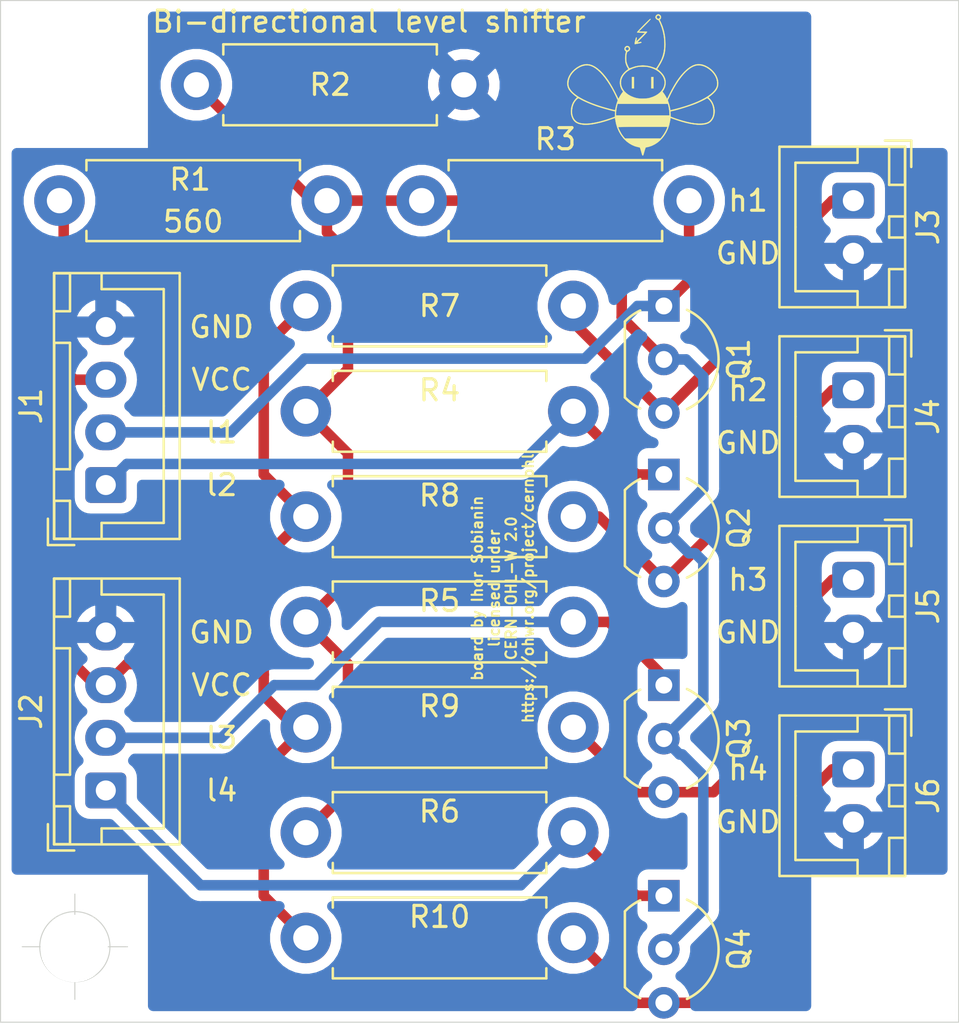
<source format=kicad_pcb>

(kicad_pcb(version 20171130)
  (host pcbnew "(5.1.5)-3")
  (general
    (thickness 1.6)
    (drawings 15)
    (tracks 417)
    (zones 0)
    (modules 52)
    (nets 44))
  (page A4)
  (layers
    (0 F.Cu signal)
    (31 B.Cu signal hide)
    (32 B.Adhes user)
    (33 F.Adhes user)
    (34 B.Paste user)
    (35 F.Paste user)
    (36 B.SilkS user)
    (37 F.SilkS user)
    (38 B.Mask user)
    (39 F.Mask user)
    (40 Dwgs.User user)
    (41 Cmts.User user)
    (42 Eco1.User user)
    (43 Eco2.User user)
    (44 Edge.Cuts user)
    (45 Margin user)
    (46 B.CrtYd user)
    (47 F.CrtYd user)
    (48 B.Fab user)
    (49 F.Fab user))
  (setup
    (last_trace_width 0.5)
    (user_trace_width 0.5)
    (trace_clearance 0.2)
    (zone_clearance 0.5)
    (zone_45_only no)
    (trace_min 0.2)
    (via_size 0.8)
    (via_drill 0.4)
    (via_min_size 0.4)
    (via_min_drill 0.3)
    (uvia_size 0.3)
    (uvia_drill 0.1)
    (uvias_allowed no)
    (uvia_min_size 0.2)
    (uvia_min_drill 0.1)
    (edge_width 0.05)
    (segment_width 0.2)
    (pcb_text_width 0.3)
    (pcb_text_size 1.5 1.5)
    (mod_edge_width 0.12)
    (mod_text_size 1 1)
    (mod_text_width 0.15)
    (pad_size 1.524 1.524)
    (pad_drill 0.762)
    (pad_to_mask_clearance 0)
    (aux_axis_origin 0 0)
    (visible_elements 7FFFFFFF)
    (pcbplotparams
      (layerselection 0x3ffff_ffffffff)
      (usegerberextensions false)
      (usegerberattributes true)
      (usegerberadvancedattributes true)
      (creategerberjobfile true)
      (excludeedgelayer true)
      (linewidth 0.1)
      (plotframeref false)
      (viasonmask false)
      (mode 1)
      (useauxorigin false)
      (hpglpennumber 1)
      (hpglpenspeed 20)
      (hpglpendiameter 15.0)
      (psnegative false)
      (psa4output false)
      (plotreference true)
      (plotvalue true)
      (plotinvisibletext false)
      (padsonsilk false)
      (subtractmaskfromsilk false)
      (outputformat 1)
      (mirror false)
      (drillshape 0)
      (scaleselection 1)
      (outputdirectory "gerber/")))
  (net 0 "")
  (net 1 GND)
  (net 2 +5V)
  (net 3 d2_l)
  (net 4 d1_l)
  (net 5 d4_l)
  (net 6 d3_l)
  (net 7 d1_h)
  (net 8 d2_h)
  (net 9 d3_h)
  (net 10 d4_h)
  (net 11 +3V3)
  (net_class Default "This is the default net class."
    (clearance 0.2)
    (trace_width 0.25)
    (via_dia 0.8)
    (via_drill 0.4)
    (uvia_dia 0.3)
    (uvia_drill 0.1)
    (add_net +3V3)
    (add_net +5V)
    (add_net GND)
    (add_net d1_h)
    (add_net d1_l)
    (add_net d2_h)
    (add_net d2_l)
    (add_net d3_h)
    (add_net d3_l)
    (add_net d4_h)
    (add_net d4_l))
  (module Resistor_THT:R_Axial_DIN0411_L9.9mm_D3.6mm_P12.70mm_Horizontal
    (layer F.Cu)
    (tedit 5AE5139B)
    (tstamp 60E9DD53)
    (at 124 105.5)
    (descr "Resistor, Axial_DIN0411 series, Axial, Horizontal, pin pitch=12.7mm, 1W, length*diameter=9.9*3.6mm^2")
    (tags "Resistor Axial_DIN0411 series Axial Horizontal pin pitch 12.7mm 1W length 9.9mm diameter 3.6mm")
    (path /60EE73AC)
    (fp_text reference R10
      (at 6.35 -1)
      (layer F.SilkS)
      (effects
        (font
          (size 1 1)
          (thickness 0.15))))
    (fp_text value 1k
      (at 6.35 2.92)
      (layer F.Fab)
      (effects
        (font
          (size 1 1)
          (thickness 0.15))))
    (fp_text user %R
      (at 6.35 0)
      (layer F.Fab)
      (effects
        (font
          (size 1 1)
          (thickness 0.15))))
    (fp_line
      (start 1.4 -1.8)
      (end 1.4 1.8)
      (layer F.Fab)
      (width 0.1))
    (fp_line
      (start 1.4 1.8)
      (end 11.3 1.8)
      (layer F.Fab)
      (width 0.1))
    (fp_line
      (start 11.3 1.8)
      (end 11.3 -1.8)
      (layer F.Fab)
      (width 0.1))
    (fp_line
      (start 11.3 -1.8)
      (end 1.4 -1.8)
      (layer F.Fab)
      (width 0.1))
    (fp_line
      (start 0 0)
      (end 1.4 0)
      (layer F.Fab)
      (width 0.1))
    (fp_line
      (start 12.7 0)
      (end 11.3 0)
      (layer F.Fab)
      (width 0.1))
    (fp_line
      (start 1.28 -1.44)
      (end 1.28 -1.92)
      (layer F.SilkS)
      (width 0.12))
    (fp_line
      (start 1.28 -1.92)
      (end 11.42 -1.92)
      (layer F.SilkS)
      (width 0.12))
    (fp_line
      (start 11.42 -1.92)
      (end 11.42 -1.44)
      (layer F.SilkS)
      (width 0.12))
    (fp_line
      (start 1.28 1.44)
      (end 1.28 1.92)
      (layer F.SilkS)
      (width 0.12))
    (fp_line
      (start 1.28 1.92)
      (end 11.42 1.92)
      (layer F.SilkS)
      (width 0.12))
    (fp_line
      (start 11.42 1.92)
      (end 11.42 1.44)
      (layer F.SilkS)
      (width 0.12))
    (fp_line
      (start -1.45 -2.05)
      (end -1.45 2.05)
      (layer F.CrtYd)
      (width 0.05))
    (fp_line
      (start -1.45 2.05)
      (end 14.15 2.05)
      (layer F.CrtYd)
      (width 0.05))
    (fp_line
      (start 14.15 2.05)
      (end 14.15 -2.05)
      (layer F.CrtYd)
      (width 0.05))
    (fp_line
      (start 14.15 -2.05)
      (end -1.45 -2.05)
      (layer F.CrtYd)
      (width 0.05))
    (pad 2 thru_hole oval
      (at 12.7 0)
      (size 2.4 2.4)
      (drill 1.2)
      (layers *.Cu *.Mask)
      (net 10 d4_h))
    (pad 1 thru_hole circle
      (at 0 0)
      (size 2.4 2.4)
      (drill 1.2)
      (layers *.Cu *.Mask)
      (net 2 +5V))
    (model ${KISYS3DMOD}/Resistor_THT.3dshapes/R_Axial_DIN0411_L9.9mm_D3.6mm_P12.70mm_Horizontal.wrl
      (at
        (xyz 0 0 0))
      (scale
        (xyz 1 1 1))
      (rotate
        (xyz 0 0 0))))
  (module Resistor_THT:R_Axial_DIN0411_L9.9mm_D3.6mm_P12.70mm_Horizontal
    (layer F.Cu)
    (tedit 5AE5139B)
    (tstamp 60E9DD3C)
    (at 124 95.5)
    (descr "Resistor, Axial_DIN0411 series, Axial, Horizontal, pin pitch=12.7mm, 1W, length*diameter=9.9*3.6mm^2")
    (tags "Resistor Axial_DIN0411 series Axial Horizontal pin pitch 12.7mm 1W length 9.9mm diameter 3.6mm")
    (path /60EE3ED7)
    (fp_text reference R9
      (at 6.35 -1)
      (layer F.SilkS)
      (effects
        (font
          (size 1 1)
          (thickness 0.15))))
    (fp_text value 1k
      (at 6.35 2.92)
      (layer F.Fab)
      (effects
        (font
          (size 1 1)
          (thickness 0.15))))
    (fp_text user %R
      (at 6.35 0)
      (layer F.Fab)
      (effects
        (font
          (size 1 1)
          (thickness 0.15))))
    (fp_line
      (start 1.4 -1.8)
      (end 1.4 1.8)
      (layer F.Fab)
      (width 0.1))
    (fp_line
      (start 1.4 1.8)
      (end 11.3 1.8)
      (layer F.Fab)
      (width 0.1))
    (fp_line
      (start 11.3 1.8)
      (end 11.3 -1.8)
      (layer F.Fab)
      (width 0.1))
    (fp_line
      (start 11.3 -1.8)
      (end 1.4 -1.8)
      (layer F.Fab)
      (width 0.1))
    (fp_line
      (start 0 0)
      (end 1.4 0)
      (layer F.Fab)
      (width 0.1))
    (fp_line
      (start 12.7 0)
      (end 11.3 0)
      (layer F.Fab)
      (width 0.1))
    (fp_line
      (start 1.28 -1.44)
      (end 1.28 -1.92)
      (layer F.SilkS)
      (width 0.12))
    (fp_line
      (start 1.28 -1.92)
      (end 11.42 -1.92)
      (layer F.SilkS)
      (width 0.12))
    (fp_line
      (start 11.42 -1.92)
      (end 11.42 -1.44)
      (layer F.SilkS)
      (width 0.12))
    (fp_line
      (start 1.28 1.44)
      (end 1.28 1.92)
      (layer F.SilkS)
      (width 0.12))
    (fp_line
      (start 1.28 1.92)
      (end 11.42 1.92)
      (layer F.SilkS)
      (width 0.12))
    (fp_line
      (start 11.42 1.92)
      (end 11.42 1.44)
      (layer F.SilkS)
      (width 0.12))
    (fp_line
      (start -1.45 -2.05)
      (end -1.45 2.05)
      (layer F.CrtYd)
      (width 0.05))
    (fp_line
      (start -1.45 2.05)
      (end 14.15 2.05)
      (layer F.CrtYd)
      (width 0.05))
    (fp_line
      (start 14.15 2.05)
      (end 14.15 -2.05)
      (layer F.CrtYd)
      (width 0.05))
    (fp_line
      (start 14.15 -2.05)
      (end -1.45 -2.05)
      (layer F.CrtYd)
      (width 0.05))
    (pad 2 thru_hole oval
      (at 12.7 0)
      (size 2.4 2.4)
      (drill 1.2)
      (layers *.Cu *.Mask)
      (net 9 d3_h))
    (pad 1 thru_hole circle
      (at 0 0)
      (size 2.4 2.4)
      (drill 1.2)
      (layers *.Cu *.Mask)
      (net 2 +5V))
    (model ${KISYS3DMOD}/Resistor_THT.3dshapes/R_Axial_DIN0411_L9.9mm_D3.6mm_P12.70mm_Horizontal.wrl
      (at
        (xyz 0 0 0))
      (scale
        (xyz 1 1 1))
      (rotate
        (xyz 0 0 0))))
  (module Resistor_THT:R_Axial_DIN0411_L9.9mm_D3.6mm_P12.70mm_Horizontal
    (layer F.Cu)
    (tedit 5AE5139B)
    (tstamp 60E9DD25)
    (at 124 85.5)
    (descr "Resistor, Axial_DIN0411 series, Axial, Horizontal, pin pitch=12.7mm, 1W, length*diameter=9.9*3.6mm^2")
    (tags "Resistor Axial_DIN0411 series Axial Horizontal pin pitch 12.7mm 1W length 9.9mm diameter 3.6mm")
    (path /60EE10F5)
    (fp_text reference R8
      (at 6.35 -1)
      (layer F.SilkS)
      (effects
        (font
          (size 1 1)
          (thickness 0.15))))
    (fp_text value 1k
      (at 6.35 2.92)
      (layer F.Fab)
      (effects
        (font
          (size 1 1)
          (thickness 0.15))))
    (fp_text user %R
      (at 6.35 0)
      (layer F.Fab)
      (effects
        (font
          (size 1 1)
          (thickness 0.15))))
    (fp_line
      (start 1.4 -1.8)
      (end 1.4 1.8)
      (layer F.Fab)
      (width 0.1))
    (fp_line
      (start 1.4 1.8)
      (end 11.3 1.8)
      (layer F.Fab)
      (width 0.1))
    (fp_line
      (start 11.3 1.8)
      (end 11.3 -1.8)
      (layer F.Fab)
      (width 0.1))
    (fp_line
      (start 11.3 -1.8)
      (end 1.4 -1.8)
      (layer F.Fab)
      (width 0.1))
    (fp_line
      (start 0 0)
      (end 1.4 0)
      (layer F.Fab)
      (width 0.1))
    (fp_line
      (start 12.7 0)
      (end 11.3 0)
      (layer F.Fab)
      (width 0.1))
    (fp_line
      (start 1.28 -1.44)
      (end 1.28 -1.92)
      (layer F.SilkS)
      (width 0.12))
    (fp_line
      (start 1.28 -1.92)
      (end 11.42 -1.92)
      (layer F.SilkS)
      (width 0.12))
    (fp_line
      (start 11.42 -1.92)
      (end 11.42 -1.44)
      (layer F.SilkS)
      (width 0.12))
    (fp_line
      (start 1.28 1.44)
      (end 1.28 1.92)
      (layer F.SilkS)
      (width 0.12))
    (fp_line
      (start 1.28 1.92)
      (end 11.42 1.92)
      (layer F.SilkS)
      (width 0.12))
    (fp_line
      (start 11.42 1.92)
      (end 11.42 1.44)
      (layer F.SilkS)
      (width 0.12))
    (fp_line
      (start -1.45 -2.05)
      (end -1.45 2.05)
      (layer F.CrtYd)
      (width 0.05))
    (fp_line
      (start -1.45 2.05)
      (end 14.15 2.05)
      (layer F.CrtYd)
      (width 0.05))
    (fp_line
      (start 14.15 2.05)
      (end 14.15 -2.05)
      (layer F.CrtYd)
      (width 0.05))
    (fp_line
      (start 14.15 -2.05)
      (end -1.45 -2.05)
      (layer F.CrtYd)
      (width 0.05))
    (pad 2 thru_hole oval
      (at 12.7 0)
      (size 2.4 2.4)
      (drill 1.2)
      (layers *.Cu *.Mask)
      (net 8 d2_h))
    (pad 1 thru_hole circle
      (at 0 0)
      (size 2.4 2.4)
      (drill 1.2)
      (layers *.Cu *.Mask)
      (net 2 +5V))
    (model ${KISYS3DMOD}/Resistor_THT.3dshapes/R_Axial_DIN0411_L9.9mm_D3.6mm_P12.70mm_Horizontal.wrl
      (at
        (xyz 0 0 0))
      (scale
        (xyz 1 1 1))
      (rotate
        (xyz 0 0 0))))
  (module Resistor_THT:R_Axial_DIN0411_L9.9mm_D3.6mm_P12.70mm_Horizontal
    (layer F.Cu)
    (tedit 5AE5139B)
    (tstamp 60E9DD0E)
    (at 124 75.5)
    (descr "Resistor, Axial_DIN0411 series, Axial, Horizontal, pin pitch=12.7mm, 1W, length*diameter=9.9*3.6mm^2")
    (tags "Resistor Axial_DIN0411 series Axial Horizontal pin pitch 12.7mm 1W length 9.9mm diameter 3.6mm")
    (path /60EA49F2)
    (fp_text reference R7
      (at 6.35 0)
      (layer F.SilkS)
      (effects
        (font
          (size 1 1)
          (thickness 0.15))))
    (fp_text value 1k
      (at 6.35 2.92)
      (layer F.Fab)
      (effects
        (font
          (size 1 1)
          (thickness 0.15))))
    (fp_text user %R
      (at 6.35 0)
      (layer F.Fab)
      (effects
        (font
          (size 1 1)
          (thickness 0.15))))
    (fp_line
      (start 1.4 -1.8)
      (end 1.4 1.8)
      (layer F.Fab)
      (width 0.1))
    (fp_line
      (start 1.4 1.8)
      (end 11.3 1.8)
      (layer F.Fab)
      (width 0.1))
    (fp_line
      (start 11.3 1.8)
      (end 11.3 -1.8)
      (layer F.Fab)
      (width 0.1))
    (fp_line
      (start 11.3 -1.8)
      (end 1.4 -1.8)
      (layer F.Fab)
      (width 0.1))
    (fp_line
      (start 0 0)
      (end 1.4 0)
      (layer F.Fab)
      (width 0.1))
    (fp_line
      (start 12.7 0)
      (end 11.3 0)
      (layer F.Fab)
      (width 0.1))
    (fp_line
      (start 1.28 -1.44)
      (end 1.28 -1.92)
      (layer F.SilkS)
      (width 0.12))
    (fp_line
      (start 1.28 -1.92)
      (end 11.42 -1.92)
      (layer F.SilkS)
      (width 0.12))
    (fp_line
      (start 11.42 -1.92)
      (end 11.42 -1.44)
      (layer F.SilkS)
      (width 0.12))
    (fp_line
      (start 1.28 1.44)
      (end 1.28 1.92)
      (layer F.SilkS)
      (width 0.12))
    (fp_line
      (start 1.28 1.92)
      (end 11.42 1.92)
      (layer F.SilkS)
      (width 0.12))
    (fp_line
      (start 11.42 1.92)
      (end 11.42 1.44)
      (layer F.SilkS)
      (width 0.12))
    (fp_line
      (start -1.45 -2.05)
      (end -1.45 2.05)
      (layer F.CrtYd)
      (width 0.05))
    (fp_line
      (start -1.45 2.05)
      (end 14.15 2.05)
      (layer F.CrtYd)
      (width 0.05))
    (fp_line
      (start 14.15 2.05)
      (end 14.15 -2.05)
      (layer F.CrtYd)
      (width 0.05))
    (fp_line
      (start 14.15 -2.05)
      (end -1.45 -2.05)
      (layer F.CrtYd)
      (width 0.05))
    (pad 2 thru_hole oval
      (at 12.7 0)
      (size 2.4 2.4)
      (drill 1.2)
      (layers *.Cu *.Mask)
      (net 7 d1_h))
    (pad 1 thru_hole circle
      (at 0 0)
      (size 2.4 2.4)
      (drill 1.2)
      (layers *.Cu *.Mask)
      (net 2 +5V))
    (model ${KISYS3DMOD}/Resistor_THT.3dshapes/R_Axial_DIN0411_L9.9mm_D3.6mm_P12.70mm_Horizontal.wrl
      (at
        (xyz 0 0 0))
      (scale
        (xyz 1 1 1))
      (rotate
        (xyz 0 0 0))))
  (module Resistor_THT:R_Axial_DIN0411_L9.9mm_D3.6mm_P12.70mm_Horizontal
    (layer F.Cu)
    (tedit 5AE5139B)
    (tstamp 60E9DCF7)
    (at 124 100.5)
    (descr "Resistor, Axial_DIN0411 series, Axial, Horizontal, pin pitch=12.7mm, 1W, length*diameter=9.9*3.6mm^2")
    (tags "Resistor Axial_DIN0411 series Axial Horizontal pin pitch 12.7mm 1W length 9.9mm diameter 3.6mm")
    (path /60EE8F29)
    (fp_text reference R6
      (at 6.35 -1)
      (layer F.SilkS)
      (effects
        (font
          (size 1 1)
          (thickness 0.15))))
    (fp_text value 1k
      (at 6.35 2.92)
      (layer F.Fab)
      (effects
        (font
          (size 1 1)
          (thickness 0.15))))
    (fp_text user %R
      (at 6.35 0)
      (layer F.Fab)
      (effects
        (font
          (size 1 1)
          (thickness 0.15))))
    (fp_line
      (start 1.4 -1.8)
      (end 1.4 1.8)
      (layer F.Fab)
      (width 0.1))
    (fp_line
      (start 1.4 1.8)
      (end 11.3 1.8)
      (layer F.Fab)
      (width 0.1))
    (fp_line
      (start 11.3 1.8)
      (end 11.3 -1.8)
      (layer F.Fab)
      (width 0.1))
    (fp_line
      (start 11.3 -1.8)
      (end 1.4 -1.8)
      (layer F.Fab)
      (width 0.1))
    (fp_line
      (start 0 0)
      (end 1.4 0)
      (layer F.Fab)
      (width 0.1))
    (fp_line
      (start 12.7 0)
      (end 11.3 0)
      (layer F.Fab)
      (width 0.1))
    (fp_line
      (start 1.28 -1.44)
      (end 1.28 -1.92)
      (layer F.SilkS)
      (width 0.12))
    (fp_line
      (start 1.28 -1.92)
      (end 11.42 -1.92)
      (layer F.SilkS)
      (width 0.12))
    (fp_line
      (start 11.42 -1.92)
      (end 11.42 -1.44)
      (layer F.SilkS)
      (width 0.12))
    (fp_line
      (start 1.28 1.44)
      (end 1.28 1.92)
      (layer F.SilkS)
      (width 0.12))
    (fp_line
      (start 1.28 1.92)
      (end 11.42 1.92)
      (layer F.SilkS)
      (width 0.12))
    (fp_line
      (start 11.42 1.92)
      (end 11.42 1.44)
      (layer F.SilkS)
      (width 0.12))
    (fp_line
      (start -1.45 -2.05)
      (end -1.45 2.05)
      (layer F.CrtYd)
      (width 0.05))
    (fp_line
      (start -1.45 2.05)
      (end 14.15 2.05)
      (layer F.CrtYd)
      (width 0.05))
    (fp_line
      (start 14.15 2.05)
      (end 14.15 -2.05)
      (layer F.CrtYd)
      (width 0.05))
    (fp_line
      (start 14.15 -2.05)
      (end -1.45 -2.05)
      (layer F.CrtYd)
      (width 0.05))
    (pad 2 thru_hole oval
      (at 12.7 0)
      (size 2.4 2.4)
      (drill 1.2)
      (layers *.Cu *.Mask)
      (net 5 d4_l))
    (pad 1 thru_hole circle
      (at 0 0)
      (size 2.4 2.4)
      (drill 1.2)
      (layers *.Cu *.Mask)
      (net 11 +3V3))
    (model ${KISYS3DMOD}/Resistor_THT.3dshapes/R_Axial_DIN0411_L9.9mm_D3.6mm_P12.70mm_Horizontal.wrl
      (at
        (xyz 0 0 0))
      (scale
        (xyz 1 1 1))
      (rotate
        (xyz 0 0 0))))
  (module Resistor_THT:R_Axial_DIN0411_L9.9mm_D3.6mm_P12.70mm_Horizontal
    (layer F.Cu)
    (tedit 5AE5139B)
    (tstamp 60E9DCE0)
    (at 124 90.5)
    (descr "Resistor, Axial_DIN0411 series, Axial, Horizontal, pin pitch=12.7mm, 1W, length*diameter=9.9*3.6mm^2")
    (tags "Resistor Axial_DIN0411 series Axial Horizontal pin pitch 12.7mm 1W length 9.9mm diameter 3.6mm")
    (path /60EE231B)
    (fp_text reference R5
      (at 6.35 -1)
      (layer F.SilkS)
      (effects
        (font
          (size 1 1)
          (thickness 0.15))))
    (fp_text value 1k
      (at 6.35 2.92)
      (layer F.Fab)
      (effects
        (font
          (size 1 1)
          (thickness 0.15))))
    (fp_text user %R
      (at 6.35 0)
      (layer F.Fab)
      (effects
        (font
          (size 1 1)
          (thickness 0.15))))
    (fp_line
      (start 1.4 -1.8)
      (end 1.4 1.8)
      (layer F.Fab)
      (width 0.1))
    (fp_line
      (start 1.4 1.8)
      (end 11.3 1.8)
      (layer F.Fab)
      (width 0.1))
    (fp_line
      (start 11.3 1.8)
      (end 11.3 -1.8)
      (layer F.Fab)
      (width 0.1))
    (fp_line
      (start 11.3 -1.8)
      (end 1.4 -1.8)
      (layer F.Fab)
      (width 0.1))
    (fp_line
      (start 0 0)
      (end 1.4 0)
      (layer F.Fab)
      (width 0.1))
    (fp_line
      (start 12.7 0)
      (end 11.3 0)
      (layer F.Fab)
      (width 0.1))
    (fp_line
      (start 1.28 -1.44)
      (end 1.28 -1.92)
      (layer F.SilkS)
      (width 0.12))
    (fp_line
      (start 1.28 -1.92)
      (end 11.42 -1.92)
      (layer F.SilkS)
      (width 0.12))
    (fp_line
      (start 11.42 -1.92)
      (end 11.42 -1.44)
      (layer F.SilkS)
      (width 0.12))
    (fp_line
      (start 1.28 1.44)
      (end 1.28 1.92)
      (layer F.SilkS)
      (width 0.12))
    (fp_line
      (start 1.28 1.92)
      (end 11.42 1.92)
      (layer F.SilkS)
      (width 0.12))
    (fp_line
      (start 11.42 1.92)
      (end 11.42 1.44)
      (layer F.SilkS)
      (width 0.12))
    (fp_line
      (start -1.45 -2.05)
      (end -1.45 2.05)
      (layer F.CrtYd)
      (width 0.05))
    (fp_line
      (start -1.45 2.05)
      (end 14.15 2.05)
      (layer F.CrtYd)
      (width 0.05))
    (fp_line
      (start 14.15 2.05)
      (end 14.15 -2.05)
      (layer F.CrtYd)
      (width 0.05))
    (fp_line
      (start 14.15 -2.05)
      (end -1.45 -2.05)
      (layer F.CrtYd)
      (width 0.05))
    (pad 2 thru_hole oval
      (at 12.7 0)
      (size 2.4 2.4)
      (drill 1.2)
      (layers *.Cu *.Mask)
      (net 6 d3_l))
    (pad 1 thru_hole circle
      (at 0 0)
      (size 2.4 2.4)
      (drill 1.2)
      (layers *.Cu *.Mask)
      (net 11 +3V3))
    (model ${KISYS3DMOD}/Resistor_THT.3dshapes/R_Axial_DIN0411_L9.9mm_D3.6mm_P12.70mm_Horizontal.wrl
      (at
        (xyz 0 0 0))
      (scale
        (xyz 1 1 1))
      (rotate
        (xyz 0 0 0))))
  (module Resistor_THT:R_Axial_DIN0411_L9.9mm_D3.6mm_P12.70mm_Horizontal
    (layer F.Cu)
    (tedit 5AE5139B)
    (tstamp 60E9DCC9)
    (at 124 80.5)
    (descr "Resistor, Axial_DIN0411 series, Axial, Horizontal, pin pitch=12.7mm, 1W, length*diameter=9.9*3.6mm^2")
    (tags "Resistor Axial_DIN0411 series Axial Horizontal pin pitch 12.7mm 1W length 9.9mm diameter 3.6mm")
    (path /60EDF2D8)
    (fp_text reference R4
      (at 6.35 -1)
      (layer F.SilkS)
      (effects
        (font
          (size 1 1)
          (thickness 0.15))))
    (fp_text value 1k
      (at 6.35 2.92)
      (layer F.Fab)
      (effects
        (font
          (size 1 1)
          (thickness 0.15))))
    (fp_text user %R
      (at 6.35 0)
      (layer F.Fab)
      (effects
        (font
          (size 1 1)
          (thickness 0.15))))
    (fp_line
      (start 1.4 -1.8)
      (end 1.4 1.8)
      (layer F.Fab)
      (width 0.1))
    (fp_line
      (start 1.4 1.8)
      (end 11.3 1.8)
      (layer F.Fab)
      (width 0.1))
    (fp_line
      (start 11.3 1.8)
      (end 11.3 -1.8)
      (layer F.Fab)
      (width 0.1))
    (fp_line
      (start 11.3 -1.8)
      (end 1.4 -1.8)
      (layer F.Fab)
      (width 0.1))
    (fp_line
      (start 0 0)
      (end 1.4 0)
      (layer F.Fab)
      (width 0.1))
    (fp_line
      (start 12.7 0)
      (end 11.3 0)
      (layer F.Fab)
      (width 0.1))
    (fp_line
      (start 1.28 -1.44)
      (end 1.28 -1.92)
      (layer F.SilkS)
      (width 0.12))
    (fp_line
      (start 1.28 -1.92)
      (end 11.42 -1.92)
      (layer F.SilkS)
      (width 0.12))
    (fp_line
      (start 11.42 -1.92)
      (end 11.42 -1.44)
      (layer F.SilkS)
      (width 0.12))
    (fp_line
      (start 1.28 1.44)
      (end 1.28 1.92)
      (layer F.SilkS)
      (width 0.12))
    (fp_line
      (start 1.28 1.92)
      (end 11.42 1.92)
      (layer F.SilkS)
      (width 0.12))
    (fp_line
      (start 11.42 1.92)
      (end 11.42 1.44)
      (layer F.SilkS)
      (width 0.12))
    (fp_line
      (start -1.45 -2.05)
      (end -1.45 2.05)
      (layer F.CrtYd)
      (width 0.05))
    (fp_line
      (start -1.45 2.05)
      (end 14.15 2.05)
      (layer F.CrtYd)
      (width 0.05))
    (fp_line
      (start 14.15 2.05)
      (end 14.15 -2.05)
      (layer F.CrtYd)
      (width 0.05))
    (fp_line
      (start 14.15 -2.05)
      (end -1.45 -2.05)
      (layer F.CrtYd)
      (width 0.05))
    (pad 2 thru_hole oval
      (at 12.7 0)
      (size 2.4 2.4)
      (drill 1.2)
      (layers *.Cu *.Mask)
      (net 3 d2_l))
    (pad 1 thru_hole circle
      (at 0 0)
      (size 2.4 2.4)
      (drill 1.2)
      (layers *.Cu *.Mask)
      (net 11 +3V3))
    (model ${KISYS3DMOD}/Resistor_THT.3dshapes/R_Axial_DIN0411_L9.9mm_D3.6mm_P12.70mm_Horizontal.wrl
      (at
        (xyz 0 0 0))
      (scale
        (xyz 1 1 1))
      (rotate
        (xyz 0 0 0))))
  (module Resistor_THT:R_Axial_DIN0411_L9.9mm_D3.6mm_P12.70mm_Horizontal
    (layer F.Cu)
    (tedit 5AE5139B)
    (tstamp 60E9DCB2)
    (at 129.5 70.5)
    (descr "Resistor, Axial_DIN0411 series, Axial, Horizontal, pin pitch=12.7mm, 1W, length*diameter=9.9*3.6mm^2")
    (tags "Resistor Axial_DIN0411 series Axial Horizontal pin pitch 12.7mm 1W length 9.9mm diameter 3.6mm")
    (path /60EA4D8D)
    (fp_text reference R3
      (at 6.35 -2.92)
      (layer F.SilkS)
      (effects
        (font
          (size 1 1)
          (thickness 0.15))))
    (fp_text value 1k
      (at 6.35 2.92)
      (layer F.Fab)
      (effects
        (font
          (size 1 1)
          (thickness 0.15))))
    (fp_text user %R
      (at 6.35 0)
      (layer F.Fab)
      (effects
        (font
          (size 1 1)
          (thickness 0.15))))
    (fp_line
      (start 1.4 -1.8)
      (end 1.4 1.8)
      (layer F.Fab)
      (width 0.1))
    (fp_line
      (start 1.4 1.8)
      (end 11.3 1.8)
      (layer F.Fab)
      (width 0.1))
    (fp_line
      (start 11.3 1.8)
      (end 11.3 -1.8)
      (layer F.Fab)
      (width 0.1))
    (fp_line
      (start 11.3 -1.8)
      (end 1.4 -1.8)
      (layer F.Fab)
      (width 0.1))
    (fp_line
      (start 0 0)
      (end 1.4 0)
      (layer F.Fab)
      (width 0.1))
    (fp_line
      (start 12.7 0)
      (end 11.3 0)
      (layer F.Fab)
      (width 0.1))
    (fp_line
      (start 1.28 -1.44)
      (end 1.28 -1.92)
      (layer F.SilkS)
      (width 0.12))
    (fp_line
      (start 1.28 -1.92)
      (end 11.42 -1.92)
      (layer F.SilkS)
      (width 0.12))
    (fp_line
      (start 11.42 -1.92)
      (end 11.42 -1.44)
      (layer F.SilkS)
      (width 0.12))
    (fp_line
      (start 1.28 1.44)
      (end 1.28 1.92)
      (layer F.SilkS)
      (width 0.12))
    (fp_line
      (start 1.28 1.92)
      (end 11.42 1.92)
      (layer F.SilkS)
      (width 0.12))
    (fp_line
      (start 11.42 1.92)
      (end 11.42 1.44)
      (layer F.SilkS)
      (width 0.12))
    (fp_line
      (start -1.45 -2.05)
      (end -1.45 2.05)
      (layer F.CrtYd)
      (width 0.05))
    (fp_line
      (start -1.45 2.05)
      (end 14.15 2.05)
      (layer F.CrtYd)
      (width 0.05))
    (fp_line
      (start 14.15 2.05)
      (end 14.15 -2.05)
      (layer F.CrtYd)
      (width 0.05))
    (fp_line
      (start 14.15 -2.05)
      (end -1.45 -2.05)
      (layer F.CrtYd)
      (width 0.05))
    (pad 2 thru_hole oval
      (at 12.7 0)
      (size 2.4 2.4)
      (drill 1.2)
      (layers *.Cu *.Mask)
      (net 4 d1_l))
    (pad 1 thru_hole circle
      (at 0 0)
      (size 2.4 2.4)
      (drill 1.2)
      (layers *.Cu *.Mask)
      (net 11 +3V3))
    (model ${KISYS3DMOD}/Resistor_THT.3dshapes/R_Axial_DIN0411_L9.9mm_D3.6mm_P12.70mm_Horizontal.wrl
      (at
        (xyz 0 0 0))
      (scale
        (xyz 1 1 1))
      (rotate
        (xyz 0 0 0))))
  (module Resistor_THT:R_Axial_DIN0411_L9.9mm_D3.6mm_P12.70mm_Horizontal
    (layer F.Cu)
    (tedit 5AE5139B)
    (tstamp 60E9DC9B)
    (at 131.5 65 180)
    (descr "Resistor, Axial_DIN0411 series, Axial, Horizontal, pin pitch=12.7mm, 1W, length*diameter=9.9*3.6mm^2")
    (tags "Resistor Axial_DIN0411 series Axial Horizontal pin pitch 12.7mm 1W length 9.9mm diameter 3.6mm")
    (path /60EC4500)
    (fp_text reference R2
      (at 6.35 0)
      (layer F.SilkS)
      (effects
        (font
          (size 1 1)
          (thickness 0.15))))
    (fp_text value 1k
      (at 6.35 2.92)
      (layer F.Fab)
      (effects
        (font
          (size 1 1)
          (thickness 0.15))))
    (fp_text user %R
      (at 6.35 0)
      (layer F.Fab)
      (effects
        (font
          (size 1 1)
          (thickness 0.15))))
    (fp_line
      (start 1.4 -1.8)
      (end 1.4 1.8)
      (layer F.Fab)
      (width 0.1))
    (fp_line
      (start 1.4 1.8)
      (end 11.3 1.8)
      (layer F.Fab)
      (width 0.1))
    (fp_line
      (start 11.3 1.8)
      (end 11.3 -1.8)
      (layer F.Fab)
      (width 0.1))
    (fp_line
      (start 11.3 -1.8)
      (end 1.4 -1.8)
      (layer F.Fab)
      (width 0.1))
    (fp_line
      (start 0 0)
      (end 1.4 0)
      (layer F.Fab)
      (width 0.1))
    (fp_line
      (start 12.7 0)
      (end 11.3 0)
      (layer F.Fab)
      (width 0.1))
    (fp_line
      (start 1.28 -1.44)
      (end 1.28 -1.92)
      (layer F.SilkS)
      (width 0.12))
    (fp_line
      (start 1.28 -1.92)
      (end 11.42 -1.92)
      (layer F.SilkS)
      (width 0.12))
    (fp_line
      (start 11.42 -1.92)
      (end 11.42 -1.44)
      (layer F.SilkS)
      (width 0.12))
    (fp_line
      (start 1.28 1.44)
      (end 1.28 1.92)
      (layer F.SilkS)
      (width 0.12))
    (fp_line
      (start 1.28 1.92)
      (end 11.42 1.92)
      (layer F.SilkS)
      (width 0.12))
    (fp_line
      (start 11.42 1.92)
      (end 11.42 1.44)
      (layer F.SilkS)
      (width 0.12))
    (fp_line
      (start -1.45 -2.05)
      (end -1.45 2.05)
      (layer F.CrtYd)
      (width 0.05))
    (fp_line
      (start -1.45 2.05)
      (end 14.15 2.05)
      (layer F.CrtYd)
      (width 0.05))
    (fp_line
      (start 14.15 2.05)
      (end 14.15 -2.05)
      (layer F.CrtYd)
      (width 0.05))
    (fp_line
      (start 14.15 -2.05)
      (end -1.45 -2.05)
      (layer F.CrtYd)
      (width 0.05))
    (pad 2 thru_hole oval
      (at 12.7 0 180)
      (size 2.4 2.4)
      (drill 1.2)
      (layers *.Cu *.Mask)
      (net 11 +3V3))
    (pad 1 thru_hole circle
      (at 0 0 180)
      (size 2.4 2.4)
      (drill 1.2)
      (layers *.Cu *.Mask)
      (net 1 GND))
    (model ${KISYS3DMOD}/Resistor_THT.3dshapes/R_Axial_DIN0411_L9.9mm_D3.6mm_P12.70mm_Horizontal.wrl
      (at
        (xyz 0 0 0))
      (scale
        (xyz 1 1 1))
      (rotate
        (xyz 0 0 0))))
  (module Resistor_THT:R_Axial_DIN0411_L9.9mm_D3.6mm_P12.70mm_Horizontal
    (layer F.Cu)
    (tedit 5AE5139B)
    (tstamp 60E9DC84)
    (at 125 70.5 180)
    (descr "Resistor, Axial_DIN0411 series, Axial, Horizontal, pin pitch=12.7mm, 1W, length*diameter=9.9*3.6mm^2")
    (tags "Resistor Axial_DIN0411 series Axial Horizontal pin pitch 12.7mm 1W length 9.9mm diameter 3.6mm")
    (path /60EC2100)
    (fp_text reference R1
      (at 6.5 1)
      (layer F.SilkS)
      (effects
        (font
          (size 1 1)
          (thickness 0.15))))
    (fp_text value 560
      (at 6.35 -1)
      (layer F.SilkS)
      (effects
        (font
          (size 1 1)
          (thickness 0.15))))
    (fp_text user %R
      (at 6.35 0)
      (layer F.Fab)
      (effects
        (font
          (size 1 1)
          (thickness 0.15))))
    (fp_line
      (start 1.4 -1.8)
      (end 1.4 1.8)
      (layer F.Fab)
      (width 0.1))
    (fp_line
      (start 1.4 1.8)
      (end 11.3 1.8)
      (layer F.Fab)
      (width 0.1))
    (fp_line
      (start 11.3 1.8)
      (end 11.3 -1.8)
      (layer F.Fab)
      (width 0.1))
    (fp_line
      (start 11.3 -1.8)
      (end 1.4 -1.8)
      (layer F.Fab)
      (width 0.1))
    (fp_line
      (start 0 0)
      (end 1.4 0)
      (layer F.Fab)
      (width 0.1))
    (fp_line
      (start 12.7 0)
      (end 11.3 0)
      (layer F.Fab)
      (width 0.1))
    (fp_line
      (start 1.28 -1.44)
      (end 1.28 -1.92)
      (layer F.SilkS)
      (width 0.12))
    (fp_line
      (start 1.28 -1.92)
      (end 11.42 -1.92)
      (layer F.SilkS)
      (width 0.12))
    (fp_line
      (start 11.42 -1.92)
      (end 11.42 -1.44)
      (layer F.SilkS)
      (width 0.12))
    (fp_line
      (start 1.28 1.44)
      (end 1.28 1.92)
      (layer F.SilkS)
      (width 0.12))
    (fp_line
      (start 1.28 1.92)
      (end 11.42 1.92)
      (layer F.SilkS)
      (width 0.12))
    (fp_line
      (start 11.42 1.92)
      (end 11.42 1.44)
      (layer F.SilkS)
      (width 0.12))
    (fp_line
      (start -1.45 -2.05)
      (end -1.45 2.05)
      (layer F.CrtYd)
      (width 0.05))
    (fp_line
      (start -1.45 2.05)
      (end 14.15 2.05)
      (layer F.CrtYd)
      (width 0.05))
    (fp_line
      (start 14.15 2.05)
      (end 14.15 -2.05)
      (layer F.CrtYd)
      (width 0.05))
    (fp_line
      (start 14.15 -2.05)
      (end -1.45 -2.05)
      (layer F.CrtYd)
      (width 0.05))
    (pad 2 thru_hole oval
      (at 12.7 0 180)
      (size 2.4 2.4)
      (drill 1.2)
      (layers *.Cu *.Mask)
      (net 2 +5V))
    (pad 1 thru_hole circle
      (at 0 0 180)
      (size 2.4 2.4)
      (drill 1.2)
      (layers *.Cu *.Mask)
      (net 11 +3V3))
    (model ${KISYS3DMOD}/Resistor_THT.3dshapes/R_Axial_DIN0411_L9.9mm_D3.6mm_P12.70mm_Horizontal.wrl
      (at
        (xyz 0 0 0))
      (scale
        (xyz 1 1 1))
      (rotate
        (xyz 0 0 0))))
  (module Connector_JST:JST_XH_B2B-XH-A_1x02_P2.50mm_Vertical
    (layer F.Cu)
    (tedit 5C28146C)
    (tstamp 60E9DC25)
    (at 150 97.5 270)
    (descr "JST XH series connector, B2B-XH-A (http://www.jst-mfg.com/product/pdf/eng/eXH.pdf), generated with kicad-footprint-generator")
    (tags "connector JST XH vertical")
    (path /60EB87D6)
    (fp_text reference J6
      (at 1.25 -3.55 90)
      (layer F.SilkS)
      (effects
        (font
          (size 1 1)
          (thickness 0.15))))
    (fp_text value Conn_01x02
      (at 1.25 4.6 90)
      (layer F.Fab)
      (effects
        (font
          (size 1 1)
          (thickness 0.15))))
    (fp_text user %R
      (at 1.25 2.7 90)
      (layer F.Fab)
      (effects
        (font
          (size 1 1)
          (thickness 0.15))))
    (fp_line
      (start -2.45 -2.35)
      (end -2.45 3.4)
      (layer F.Fab)
      (width 0.1))
    (fp_line
      (start -2.45 3.4)
      (end 4.95 3.4)
      (layer F.Fab)
      (width 0.1))
    (fp_line
      (start 4.95 3.4)
      (end 4.95 -2.35)
      (layer F.Fab)
      (width 0.1))
    (fp_line
      (start 4.95 -2.35)
      (end -2.45 -2.35)
      (layer F.Fab)
      (width 0.1))
    (fp_line
      (start -2.56 -2.46)
      (end -2.56 3.51)
      (layer F.SilkS)
      (width 0.12))
    (fp_line
      (start -2.56 3.51)
      (end 5.06 3.51)
      (layer F.SilkS)
      (width 0.12))
    (fp_line
      (start 5.06 3.51)
      (end 5.06 -2.46)
      (layer F.SilkS)
      (width 0.12))
    (fp_line
      (start 5.06 -2.46)
      (end -2.56 -2.46)
      (layer F.SilkS)
      (width 0.12))
    (fp_line
      (start -2.95 -2.85)
      (end -2.95 3.9)
      (layer F.CrtYd)
      (width 0.05))
    (fp_line
      (start -2.95 3.9)
      (end 5.45 3.9)
      (layer F.CrtYd)
      (width 0.05))
    (fp_line
      (start 5.45 3.9)
      (end 5.45 -2.85)
      (layer F.CrtYd)
      (width 0.05))
    (fp_line
      (start 5.45 -2.85)
      (end -2.95 -2.85)
      (layer F.CrtYd)
      (width 0.05))
    (fp_line
      (start -0.625 -2.35)
      (end 0 -1.35)
      (layer F.Fab)
      (width 0.1))
    (fp_line
      (start 0 -1.35)
      (end 0.625 -2.35)
      (layer F.Fab)
      (width 0.1))
    (fp_line
      (start 0.75 -2.45)
      (end 0.75 -1.7)
      (layer F.SilkS)
      (width 0.12))
    (fp_line
      (start 0.75 -1.7)
      (end 1.75 -1.7)
      (layer F.SilkS)
      (width 0.12))
    (fp_line
      (start 1.75 -1.7)
      (end 1.75 -2.45)
      (layer F.SilkS)
      (width 0.12))
    (fp_line
      (start 1.75 -2.45)
      (end 0.75 -2.45)
      (layer F.SilkS)
      (width 0.12))
    (fp_line
      (start -2.55 -2.45)
      (end -2.55 -1.7)
      (layer F.SilkS)
      (width 0.12))
    (fp_line
      (start -2.55 -1.7)
      (end -0.75 -1.7)
      (layer F.SilkS)
      (width 0.12))
    (fp_line
      (start -0.75 -1.7)
      (end -0.75 -2.45)
      (layer F.SilkS)
      (width 0.12))
    (fp_line
      (start -0.75 -2.45)
      (end -2.55 -2.45)
      (layer F.SilkS)
      (width 0.12))
    (fp_line
      (start 3.25 -2.45)
      (end 3.25 -1.7)
      (layer F.SilkS)
      (width 0.12))
    (fp_line
      (start 3.25 -1.7)
      (end 5.05 -1.7)
      (layer F.SilkS)
      (width 0.12))
    (fp_line
      (start 5.05 -1.7)
      (end 5.05 -2.45)
      (layer F.SilkS)
      (width 0.12))
    (fp_line
      (start 5.05 -2.45)
      (end 3.25 -2.45)
      (layer F.SilkS)
      (width 0.12))
    (fp_line
      (start -2.55 -0.2)
      (end -1.8 -0.2)
      (layer F.SilkS)
      (width 0.12))
    (fp_line
      (start -1.8 -0.2)
      (end -1.8 2.75)
      (layer F.SilkS)
      (width 0.12))
    (fp_line
      (start -1.8 2.75)
      (end 1.25 2.75)
      (layer F.SilkS)
      (width 0.12))
    (fp_line
      (start 5.05 -0.2)
      (end 4.3 -0.2)
      (layer F.SilkS)
      (width 0.12))
    (fp_line
      (start 4.3 -0.2)
      (end 4.3 2.75)
      (layer F.SilkS)
      (width 0.12))
    (fp_line
      (start 4.3 2.75)
      (end 1.25 2.75)
      (layer F.SilkS)
      (width 0.12))
    (fp_line
      (start -1.6 -2.75)
      (end -2.85 -2.75)
      (layer F.SilkS)
      (width 0.12))
    (fp_line
      (start -2.85 -2.75)
      (end -2.85 -1.5)
      (layer F.SilkS)
      (width 0.12))
    (pad 2 thru_hole oval
      (at 2.5 0 270)
      (size 1.7 2)
      (drill 1)
      (layers *.Cu *.Mask)
      (net 1 GND))
    (pad 1 thru_hole roundrect
      (at 0 0 270)
      (size 1.7 2)
      (drill 1)
      (layers *.Cu *.Mask)
      (roundrect_rratio 0.1470588235294118)
      (net 10 d4_h))
    (model ${KISYS3DMOD}/Connector_JST.3dshapes/JST_XH_B2B-XH-A_1x02_P2.50mm_Vertical.wrl
      (at
        (xyz 0 0 0))
      (scale
        (xyz 1 1 1))
      (rotate
        (xyz 0 0 0))))
  (module Connector_JST:JST_XH_B2B-XH-A_1x02_P2.50mm_Vertical
    (layer F.Cu)
    (tedit 5C28146C)
    (tstamp 60E9DBFC)
    (at 150 88.5 270)
    (descr "JST XH series connector, B2B-XH-A (http://www.jst-mfg.com/product/pdf/eng/eXH.pdf), generated with kicad-footprint-generator")
    (tags "connector JST XH vertical")
    (path /60EB810D)
    (fp_text reference J5
      (at 1.25 -3.55 90)
      (layer F.SilkS)
      (effects
        (font
          (size 1 1)
          (thickness 0.15))))
    (fp_text value Conn_01x02
      (at 1.25 4.6 90)
      (layer F.Fab)
      (effects
        (font
          (size 1 1)
          (thickness 0.15))))
    (fp_text user %R
      (at 1.25 2.7 90)
      (layer F.Fab)
      (effects
        (font
          (size 1 1)
          (thickness 0.15))))
    (fp_line
      (start -2.45 -2.35)
      (end -2.45 3.4)
      (layer F.Fab)
      (width 0.1))
    (fp_line
      (start -2.45 3.4)
      (end 4.95 3.4)
      (layer F.Fab)
      (width 0.1))
    (fp_line
      (start 4.95 3.4)
      (end 4.95 -2.35)
      (layer F.Fab)
      (width 0.1))
    (fp_line
      (start 4.95 -2.35)
      (end -2.45 -2.35)
      (layer F.Fab)
      (width 0.1))
    (fp_line
      (start -2.56 -2.46)
      (end -2.56 3.51)
      (layer F.SilkS)
      (width 0.12))
    (fp_line
      (start -2.56 3.51)
      (end 5.06 3.51)
      (layer F.SilkS)
      (width 0.12))
    (fp_line
      (start 5.06 3.51)
      (end 5.06 -2.46)
      (layer F.SilkS)
      (width 0.12))
    (fp_line
      (start 5.06 -2.46)
      (end -2.56 -2.46)
      (layer F.SilkS)
      (width 0.12))
    (fp_line
      (start -2.95 -2.85)
      (end -2.95 3.9)
      (layer F.CrtYd)
      (width 0.05))
    (fp_line
      (start -2.95 3.9)
      (end 5.45 3.9)
      (layer F.CrtYd)
      (width 0.05))
    (fp_line
      (start 5.45 3.9)
      (end 5.45 -2.85)
      (layer F.CrtYd)
      (width 0.05))
    (fp_line
      (start 5.45 -2.85)
      (end -2.95 -2.85)
      (layer F.CrtYd)
      (width 0.05))
    (fp_line
      (start -0.625 -2.35)
      (end 0 -1.35)
      (layer F.Fab)
      (width 0.1))
    (fp_line
      (start 0 -1.35)
      (end 0.625 -2.35)
      (layer F.Fab)
      (width 0.1))
    (fp_line
      (start 0.75 -2.45)
      (end 0.75 -1.7)
      (layer F.SilkS)
      (width 0.12))
    (fp_line
      (start 0.75 -1.7)
      (end 1.75 -1.7)
      (layer F.SilkS)
      (width 0.12))
    (fp_line
      (start 1.75 -1.7)
      (end 1.75 -2.45)
      (layer F.SilkS)
      (width 0.12))
    (fp_line
      (start 1.75 -2.45)
      (end 0.75 -2.45)
      (layer F.SilkS)
      (width 0.12))
    (fp_line
      (start -2.55 -2.45)
      (end -2.55 -1.7)
      (layer F.SilkS)
      (width 0.12))
    (fp_line
      (start -2.55 -1.7)
      (end -0.75 -1.7)
      (layer F.SilkS)
      (width 0.12))
    (fp_line
      (start -0.75 -1.7)
      (end -0.75 -2.45)
      (layer F.SilkS)
      (width 0.12))
    (fp_line
      (start -0.75 -2.45)
      (end -2.55 -2.45)
      (layer F.SilkS)
      (width 0.12))
    (fp_line
      (start 3.25 -2.45)
      (end 3.25 -1.7)
      (layer F.SilkS)
      (width 0.12))
    (fp_line
      (start 3.25 -1.7)
      (end 5.05 -1.7)
      (layer F.SilkS)
      (width 0.12))
    (fp_line
      (start 5.05 -1.7)
      (end 5.05 -2.45)
      (layer F.SilkS)
      (width 0.12))
    (fp_line
      (start 5.05 -2.45)
      (end 3.25 -2.45)
      (layer F.SilkS)
      (width 0.12))
    (fp_line
      (start -2.55 -0.2)
      (end -1.8 -0.2)
      (layer F.SilkS)
      (width 0.12))
    (fp_line
      (start -1.8 -0.2)
      (end -1.8 2.75)
      (layer F.SilkS)
      (width 0.12))
    (fp_line
      (start -1.8 2.75)
      (end 1.25 2.75)
      (layer F.SilkS)
      (width 0.12))
    (fp_line
      (start 5.05 -0.2)
      (end 4.3 -0.2)
      (layer F.SilkS)
      (width 0.12))
    (fp_line
      (start 4.3 -0.2)
      (end 4.3 2.75)
      (layer F.SilkS)
      (width 0.12))
    (fp_line
      (start 4.3 2.75)
      (end 1.25 2.75)
      (layer F.SilkS)
      (width 0.12))
    (fp_line
      (start -1.6 -2.75)
      (end -2.85 -2.75)
      (layer F.SilkS)
      (width 0.12))
    (fp_line
      (start -2.85 -2.75)
      (end -2.85 -1.5)
      (layer F.SilkS)
      (width 0.12))
    (pad 2 thru_hole oval
      (at 2.5 0 270)
      (size 1.7 2)
      (drill 1)
      (layers *.Cu *.Mask)
      (net 1 GND))
    (pad 1 thru_hole roundrect
      (at 0 0 270)
      (size 1.7 2)
      (drill 1)
      (layers *.Cu *.Mask)
      (roundrect_rratio 0.1470588235294118)
      (net 9 d3_h))
    (model ${KISYS3DMOD}/Connector_JST.3dshapes/JST_XH_B2B-XH-A_1x02_P2.50mm_Vertical.wrl
      (at
        (xyz 0 0 0))
      (scale
        (xyz 1 1 1))
      (rotate
        (xyz 0 0 0))))
  (module Connector_JST:JST_XH_B2B-XH-A_1x02_P2.50mm_Vertical
    (layer F.Cu)
    (tedit 5C28146C)
    (tstamp 60E9DBD3)
    (at 150 79.5 270)
    (descr "JST XH series connector, B2B-XH-A (http://www.jst-mfg.com/product/pdf/eng/eXH.pdf), generated with kicad-footprint-generator")
    (tags "connector JST XH vertical")
    (path /60EB7E6D)
    (fp_text reference J4
      (at 1.25 -3.55 90)
      (layer F.SilkS)
      (effects
        (font
          (size 1 1)
          (thickness 0.15))))
    (fp_text value Conn_01x02
      (at 1.25 4.6 90)
      (layer F.Fab)
      (effects
        (font
          (size 1 1)
          (thickness 0.15))))
    (fp_text user %R
      (at 1.25 2.7 90)
      (layer F.Fab)
      (effects
        (font
          (size 1 1)
          (thickness 0.15))))
    (fp_line
      (start -2.45 -2.35)
      (end -2.45 3.4)
      (layer F.Fab)
      (width 0.1))
    (fp_line
      (start -2.45 3.4)
      (end 4.95 3.4)
      (layer F.Fab)
      (width 0.1))
    (fp_line
      (start 4.95 3.4)
      (end 4.95 -2.35)
      (layer F.Fab)
      (width 0.1))
    (fp_line
      (start 4.95 -2.35)
      (end -2.45 -2.35)
      (layer F.Fab)
      (width 0.1))
    (fp_line
      (start -2.56 -2.46)
      (end -2.56 3.51)
      (layer F.SilkS)
      (width 0.12))
    (fp_line
      (start -2.56 3.51)
      (end 5.06 3.51)
      (layer F.SilkS)
      (width 0.12))
    (fp_line
      (start 5.06 3.51)
      (end 5.06 -2.46)
      (layer F.SilkS)
      (width 0.12))
    (fp_line
      (start 5.06 -2.46)
      (end -2.56 -2.46)
      (layer F.SilkS)
      (width 0.12))
    (fp_line
      (start -2.95 -2.85)
      (end -2.95 3.9)
      (layer F.CrtYd)
      (width 0.05))
    (fp_line
      (start -2.95 3.9)
      (end 5.45 3.9)
      (layer F.CrtYd)
      (width 0.05))
    (fp_line
      (start 5.45 3.9)
      (end 5.45 -2.85)
      (layer F.CrtYd)
      (width 0.05))
    (fp_line
      (start 5.45 -2.85)
      (end -2.95 -2.85)
      (layer F.CrtYd)
      (width 0.05))
    (fp_line
      (start -0.625 -2.35)
      (end 0 -1.35)
      (layer F.Fab)
      (width 0.1))
    (fp_line
      (start 0 -1.35)
      (end 0.625 -2.35)
      (layer F.Fab)
      (width 0.1))
    (fp_line
      (start 0.75 -2.45)
      (end 0.75 -1.7)
      (layer F.SilkS)
      (width 0.12))
    (fp_line
      (start 0.75 -1.7)
      (end 1.75 -1.7)
      (layer F.SilkS)
      (width 0.12))
    (fp_line
      (start 1.75 -1.7)
      (end 1.75 -2.45)
      (layer F.SilkS)
      (width 0.12))
    (fp_line
      (start 1.75 -2.45)
      (end 0.75 -2.45)
      (layer F.SilkS)
      (width 0.12))
    (fp_line
      (start -2.55 -2.45)
      (end -2.55 -1.7)
      (layer F.SilkS)
      (width 0.12))
    (fp_line
      (start -2.55 -1.7)
      (end -0.75 -1.7)
      (layer F.SilkS)
      (width 0.12))
    (fp_line
      (start -0.75 -1.7)
      (end -0.75 -2.45)
      (layer F.SilkS)
      (width 0.12))
    (fp_line
      (start -0.75 -2.45)
      (end -2.55 -2.45)
      (layer F.SilkS)
      (width 0.12))
    (fp_line
      (start 3.25 -2.45)
      (end 3.25 -1.7)
      (layer F.SilkS)
      (width 0.12))
    (fp_line
      (start 3.25 -1.7)
      (end 5.05 -1.7)
      (layer F.SilkS)
      (width 0.12))
    (fp_line
      (start 5.05 -1.7)
      (end 5.05 -2.45)
      (layer F.SilkS)
      (width 0.12))
    (fp_line
      (start 5.05 -2.45)
      (end 3.25 -2.45)
      (layer F.SilkS)
      (width 0.12))
    (fp_line
      (start -2.55 -0.2)
      (end -1.8 -0.2)
      (layer F.SilkS)
      (width 0.12))
    (fp_line
      (start -1.8 -0.2)
      (end -1.8 2.75)
      (layer F.SilkS)
      (width 0.12))
    (fp_line
      (start -1.8 2.75)
      (end 1.25 2.75)
      (layer F.SilkS)
      (width 0.12))
    (fp_line
      (start 5.05 -0.2)
      (end 4.3 -0.2)
      (layer F.SilkS)
      (width 0.12))
    (fp_line
      (start 4.3 -0.2)
      (end 4.3 2.75)
      (layer F.SilkS)
      (width 0.12))
    (fp_line
      (start 4.3 2.75)
      (end 1.25 2.75)
      (layer F.SilkS)
      (width 0.12))
    (fp_line
      (start -1.6 -2.75)
      (end -2.85 -2.75)
      (layer F.SilkS)
      (width 0.12))
    (fp_line
      (start -2.85 -2.75)
      (end -2.85 -1.5)
      (layer F.SilkS)
      (width 0.12))
    (pad 2 thru_hole oval
      (at 2.5 0 270)
      (size 1.7 2)
      (drill 1)
      (layers *.Cu *.Mask)
      (net 1 GND))
    (pad 1 thru_hole roundrect
      (at 0 0 270)
      (size 1.7 2)
      (drill 1)
      (layers *.Cu *.Mask)
      (roundrect_rratio 0.1470588235294118)
      (net 8 d2_h))
    (model ${KISYS3DMOD}/Connector_JST.3dshapes/JST_XH_B2B-XH-A_1x02_P2.50mm_Vertical.wrl
      (at
        (xyz 0 0 0))
      (scale
        (xyz 1 1 1))
      (rotate
        (xyz 0 0 0))))
  (module Connector_JST:JST_XH_B2B-XH-A_1x02_P2.50mm_Vertical
    (layer F.Cu)
    (tedit 5C28146C)
    (tstamp 60E9DBAA)
    (at 150 70.5 270)
    (descr "JST XH series connector, B2B-XH-A (http://www.jst-mfg.com/product/pdf/eng/eXH.pdf), generated with kicad-footprint-generator")
    (tags "connector JST XH vertical")
    (path /60EA19A4)
    (fp_text reference J3
      (at 1.25 -3.55 90)
      (layer F.SilkS)
      (effects
        (font
          (size 1 1)
          (thickness 0.15))))
    (fp_text value Conn_01x02
      (at 1.25 4.6 90)
      (layer F.Fab)
      (effects
        (font
          (size 1 1)
          (thickness 0.15))))
    (fp_text user %R
      (at 1.25 2.7 90)
      (layer F.Fab)
      (effects
        (font
          (size 1 1)
          (thickness 0.15))))
    (fp_line
      (start -2.45 -2.35)
      (end -2.45 3.4)
      (layer F.Fab)
      (width 0.1))
    (fp_line
      (start -2.45 3.4)
      (end 4.95 3.4)
      (layer F.Fab)
      (width 0.1))
    (fp_line
      (start 4.95 3.4)
      (end 4.95 -2.35)
      (layer F.Fab)
      (width 0.1))
    (fp_line
      (start 4.95 -2.35)
      (end -2.45 -2.35)
      (layer F.Fab)
      (width 0.1))
    (fp_line
      (start -2.56 -2.46)
      (end -2.56 3.51)
      (layer F.SilkS)
      (width 0.12))
    (fp_line
      (start -2.56 3.51)
      (end 5.06 3.51)
      (layer F.SilkS)
      (width 0.12))
    (fp_line
      (start 5.06 3.51)
      (end 5.06 -2.46)
      (layer F.SilkS)
      (width 0.12))
    (fp_line
      (start 5.06 -2.46)
      (end -2.56 -2.46)
      (layer F.SilkS)
      (width 0.12))
    (fp_line
      (start -2.95 -2.85)
      (end -2.95 3.9)
      (layer F.CrtYd)
      (width 0.05))
    (fp_line
      (start -2.95 3.9)
      (end 5.45 3.9)
      (layer F.CrtYd)
      (width 0.05))
    (fp_line
      (start 5.45 3.9)
      (end 5.45 -2.85)
      (layer F.CrtYd)
      (width 0.05))
    (fp_line
      (start 5.45 -2.85)
      (end -2.95 -2.85)
      (layer F.CrtYd)
      (width 0.05))
    (fp_line
      (start -0.625 -2.35)
      (end 0 -1.35)
      (layer F.Fab)
      (width 0.1))
    (fp_line
      (start 0 -1.35)
      (end 0.625 -2.35)
      (layer F.Fab)
      (width 0.1))
    (fp_line
      (start 0.75 -2.45)
      (end 0.75 -1.7)
      (layer F.SilkS)
      (width 0.12))
    (fp_line
      (start 0.75 -1.7)
      (end 1.75 -1.7)
      (layer F.SilkS)
      (width 0.12))
    (fp_line
      (start 1.75 -1.7)
      (end 1.75 -2.45)
      (layer F.SilkS)
      (width 0.12))
    (fp_line
      (start 1.75 -2.45)
      (end 0.75 -2.45)
      (layer F.SilkS)
      (width 0.12))
    (fp_line
      (start -2.55 -2.45)
      (end -2.55 -1.7)
      (layer F.SilkS)
      (width 0.12))
    (fp_line
      (start -2.55 -1.7)
      (end -0.75 -1.7)
      (layer F.SilkS)
      (width 0.12))
    (fp_line
      (start -0.75 -1.7)
      (end -0.75 -2.45)
      (layer F.SilkS)
      (width 0.12))
    (fp_line
      (start -0.75 -2.45)
      (end -2.55 -2.45)
      (layer F.SilkS)
      (width 0.12))
    (fp_line
      (start 3.25 -2.45)
      (end 3.25 -1.7)
      (layer F.SilkS)
      (width 0.12))
    (fp_line
      (start 3.25 -1.7)
      (end 5.05 -1.7)
      (layer F.SilkS)
      (width 0.12))
    (fp_line
      (start 5.05 -1.7)
      (end 5.05 -2.45)
      (layer F.SilkS)
      (width 0.12))
    (fp_line
      (start 5.05 -2.45)
      (end 3.25 -2.45)
      (layer F.SilkS)
      (width 0.12))
    (fp_line
      (start -2.55 -0.2)
      (end -1.8 -0.2)
      (layer F.SilkS)
      (width 0.12))
    (fp_line
      (start -1.8 -0.2)
      (end -1.8 2.75)
      (layer F.SilkS)
      (width 0.12))
    (fp_line
      (start -1.8 2.75)
      (end 1.25 2.75)
      (layer F.SilkS)
      (width 0.12))
    (fp_line
      (start 5.05 -0.2)
      (end 4.3 -0.2)
      (layer F.SilkS)
      (width 0.12))
    (fp_line
      (start 4.3 -0.2)
      (end 4.3 2.75)
      (layer F.SilkS)
      (width 0.12))
    (fp_line
      (start 4.3 2.75)
      (end 1.25 2.75)
      (layer F.SilkS)
      (width 0.12))
    (fp_line
      (start -1.6 -2.75)
      (end -2.85 -2.75)
      (layer F.SilkS)
      (width 0.12))
    (fp_line
      (start -2.85 -2.75)
      (end -2.85 -1.5)
      (layer F.SilkS)
      (width 0.12))
    (pad 2 thru_hole oval
      (at 2.5 0 270)
      (size 1.7 2)
      (drill 1)
      (layers *.Cu *.Mask)
      (net 1 GND))
    (pad 1 thru_hole roundrect
      (at 0 0 270)
      (size 1.7 2)
      (drill 1)
      (layers *.Cu *.Mask)
      (roundrect_rratio 0.1470588235294118)
      (net 7 d1_h))
    (model ${KISYS3DMOD}/Connector_JST.3dshapes/JST_XH_B2B-XH-A_1x02_P2.50mm_Vertical.wrl
      (at
        (xyz 0 0 0))
      (scale
        (xyz 1 1 1))
      (rotate
        (xyz 0 0 0))))
  (module Connector_JST:JST_XH_B4B-XH-A_1x04_P2.50mm_Vertical
    (layer F.Cu)
    (tedit 5C28146C)
    (tstamp 60E9DB81)
    (at 114.5 98.5 90)
    (descr "JST XH series connector, B4B-XH-A (http://www.jst-mfg.com/product/pdf/eng/eXH.pdf), generated with kicad-footprint-generator")
    (tags "connector JST XH vertical")
    (path /60E99B97)
    (fp_text reference J2
      (at 3.75 -3.55 90)
      (layer F.SilkS)
      (effects
        (font
          (size 1 1)
          (thickness 0.15))))
    (fp_text value Conn_01x04
      (at 3.75 4.6 90)
      (layer F.Fab)
      (effects
        (font
          (size 1 1)
          (thickness 0.15))))
    (fp_text user %R
      (at 3.75 2.7 90)
      (layer F.Fab)
      (effects
        (font
          (size 1 1)
          (thickness 0.15))))
    (fp_line
      (start -2.45 -2.35)
      (end -2.45 3.4)
      (layer F.Fab)
      (width 0.1))
    (fp_line
      (start -2.45 3.4)
      (end 9.95 3.4)
      (layer F.Fab)
      (width 0.1))
    (fp_line
      (start 9.95 3.4)
      (end 9.95 -2.35)
      (layer F.Fab)
      (width 0.1))
    (fp_line
      (start 9.95 -2.35)
      (end -2.45 -2.35)
      (layer F.Fab)
      (width 0.1))
    (fp_line
      (start -2.56 -2.46)
      (end -2.56 3.51)
      (layer F.SilkS)
      (width 0.12))
    (fp_line
      (start -2.56 3.51)
      (end 10.06 3.51)
      (layer F.SilkS)
      (width 0.12))
    (fp_line
      (start 10.06 3.51)
      (end 10.06 -2.46)
      (layer F.SilkS)
      (width 0.12))
    (fp_line
      (start 10.06 -2.46)
      (end -2.56 -2.46)
      (layer F.SilkS)
      (width 0.12))
    (fp_line
      (start -2.95 -2.85)
      (end -2.95 3.9)
      (layer F.CrtYd)
      (width 0.05))
    (fp_line
      (start -2.95 3.9)
      (end 10.45 3.9)
      (layer F.CrtYd)
      (width 0.05))
    (fp_line
      (start 10.45 3.9)
      (end 10.45 -2.85)
      (layer F.CrtYd)
      (width 0.05))
    (fp_line
      (start 10.45 -2.85)
      (end -2.95 -2.85)
      (layer F.CrtYd)
      (width 0.05))
    (fp_line
      (start -0.625 -2.35)
      (end 0 -1.35)
      (layer F.Fab)
      (width 0.1))
    (fp_line
      (start 0 -1.35)
      (end 0.625 -2.35)
      (layer F.Fab)
      (width 0.1))
    (fp_line
      (start 0.75 -2.45)
      (end 0.75 -1.7)
      (layer F.SilkS)
      (width 0.12))
    (fp_line
      (start 0.75 -1.7)
      (end 6.75 -1.7)
      (layer F.SilkS)
      (width 0.12))
    (fp_line
      (start 6.75 -1.7)
      (end 6.75 -2.45)
      (layer F.SilkS)
      (width 0.12))
    (fp_line
      (start 6.75 -2.45)
      (end 0.75 -2.45)
      (layer F.SilkS)
      (width 0.12))
    (fp_line
      (start -2.55 -2.45)
      (end -2.55 -1.7)
      (layer F.SilkS)
      (width 0.12))
    (fp_line
      (start -2.55 -1.7)
      (end -0.75 -1.7)
      (layer F.SilkS)
      (width 0.12))
    (fp_line
      (start -0.75 -1.7)
      (end -0.75 -2.45)
      (layer F.SilkS)
      (width 0.12))
    (fp_line
      (start -0.75 -2.45)
      (end -2.55 -2.45)
      (layer F.SilkS)
      (width 0.12))
    (fp_line
      (start 8.25 -2.45)
      (end 8.25 -1.7)
      (layer F.SilkS)
      (width 0.12))
    (fp_line
      (start 8.25 -1.7)
      (end 10.05 -1.7)
      (layer F.SilkS)
      (width 0.12))
    (fp_line
      (start 10.05 -1.7)
      (end 10.05 -2.45)
      (layer F.SilkS)
      (width 0.12))
    (fp_line
      (start 10.05 -2.45)
      (end 8.25 -2.45)
      (layer F.SilkS)
      (width 0.12))
    (fp_line
      (start -2.55 -0.2)
      (end -1.8 -0.2)
      (layer F.SilkS)
      (width 0.12))
    (fp_line
      (start -1.8 -0.2)
      (end -1.8 2.75)
      (layer F.SilkS)
      (width 0.12))
    (fp_line
      (start -1.8 2.75)
      (end 3.75 2.75)
      (layer F.SilkS)
      (width 0.12))
    (fp_line
      (start 10.05 -0.2)
      (end 9.3 -0.2)
      (layer F.SilkS)
      (width 0.12))
    (fp_line
      (start 9.3 -0.2)
      (end 9.3 2.75)
      (layer F.SilkS)
      (width 0.12))
    (fp_line
      (start 9.3 2.75)
      (end 3.75 2.75)
      (layer F.SilkS)
      (width 0.12))
    (fp_line
      (start -1.6 -2.75)
      (end -2.85 -2.75)
      (layer F.SilkS)
      (width 0.12))
    (fp_line
      (start -2.85 -2.75)
      (end -2.85 -1.5)
      (layer F.SilkS)
      (width 0.12))
    (pad 4 thru_hole oval
      (at 7.5 0 90)
      (size 1.7 1.95)
      (drill 0.95)
      (layers *.Cu *.Mask)
      (net 1 GND))
    (pad 3 thru_hole oval
      (at 5 0 90)
      (size 1.7 1.95)
      (drill 0.95)
      (layers *.Cu *.Mask)
      (net 2 +5V))
    (pad 2 thru_hole oval
      (at 2.5 0 90)
      (size 1.7 1.95)
      (drill 0.95)
      (layers *.Cu *.Mask)
      (net 6 d3_l))
    (pad 1 thru_hole roundrect
      (at 0 0 90)
      (size 1.7 1.95)
      (drill 0.95)
      (layers *.Cu *.Mask)
      (roundrect_rratio 0.1470588235294118)
      (net 5 d4_l))
    (model ${KISYS3DMOD}/Connector_JST.3dshapes/JST_XH_B4B-XH-A_1x04_P2.50mm_Vertical.wrl
      (at
        (xyz 0 0 0))
      (scale
        (xyz 1 1 1))
      (rotate
        (xyz 0 0 0))))
  (module Connector_JST:JST_XH_B4B-XH-A_1x04_P2.50mm_Vertical
    (layer F.Cu)
    (tedit 5C28146C)
    (tstamp 60E9DB56)
    (at 114.5 84 90)
    (descr "JST XH series connector, B4B-XH-A (http://www.jst-mfg.com/product/pdf/eng/eXH.pdf), generated with kicad-footprint-generator")
    (tags "connector JST XH vertical")
    (path /60E99646)
    (fp_text reference J1
      (at 3.75 -3.55 90)
      (layer F.SilkS)
      (effects
        (font
          (size 1 1)
          (thickness 0.15))))
    (fp_text value Conn_01x04
      (at 3.75 4.6 90)
      (layer F.Fab)
      (effects
        (font
          (size 1 1)
          (thickness 0.15))))
    (fp_text user %R
      (at 3.75 2.7 90)
      (layer F.Fab)
      (effects
        (font
          (size 1 1)
          (thickness 0.15))))
    (fp_line
      (start -2.45 -2.35)
      (end -2.45 3.4)
      (layer F.Fab)
      (width 0.1))
    (fp_line
      (start -2.45 3.4)
      (end 9.95 3.4)
      (layer F.Fab)
      (width 0.1))
    (fp_line
      (start 9.95 3.4)
      (end 9.95 -2.35)
      (layer F.Fab)
      (width 0.1))
    (fp_line
      (start 9.95 -2.35)
      (end -2.45 -2.35)
      (layer F.Fab)
      (width 0.1))
    (fp_line
      (start -2.56 -2.46)
      (end -2.56 3.51)
      (layer F.SilkS)
      (width 0.12))
    (fp_line
      (start -2.56 3.51)
      (end 10.06 3.51)
      (layer F.SilkS)
      (width 0.12))
    (fp_line
      (start 10.06 3.51)
      (end 10.06 -2.46)
      (layer F.SilkS)
      (width 0.12))
    (fp_line
      (start 10.06 -2.46)
      (end -2.56 -2.46)
      (layer F.SilkS)
      (width 0.12))
    (fp_line
      (start -2.95 -2.85)
      (end -2.95 3.9)
      (layer F.CrtYd)
      (width 0.05))
    (fp_line
      (start -2.95 3.9)
      (end 10.45 3.9)
      (layer F.CrtYd)
      (width 0.05))
    (fp_line
      (start 10.45 3.9)
      (end 10.45 -2.85)
      (layer F.CrtYd)
      (width 0.05))
    (fp_line
      (start 10.45 -2.85)
      (end -2.95 -2.85)
      (layer F.CrtYd)
      (width 0.05))
    (fp_line
      (start -0.625 -2.35)
      (end 0 -1.35)
      (layer F.Fab)
      (width 0.1))
    (fp_line
      (start 0 -1.35)
      (end 0.625 -2.35)
      (layer F.Fab)
      (width 0.1))
    (fp_line
      (start 0.75 -2.45)
      (end 0.75 -1.7)
      (layer F.SilkS)
      (width 0.12))
    (fp_line
      (start 0.75 -1.7)
      (end 6.75 -1.7)
      (layer F.SilkS)
      (width 0.12))
    (fp_line
      (start 6.75 -1.7)
      (end 6.75 -2.45)
      (layer F.SilkS)
      (width 0.12))
    (fp_line
      (start 6.75 -2.45)
      (end 0.75 -2.45)
      (layer F.SilkS)
      (width 0.12))
    (fp_line
      (start -2.55 -2.45)
      (end -2.55 -1.7)
      (layer F.SilkS)
      (width 0.12))
    (fp_line
      (start -2.55 -1.7)
      (end -0.75 -1.7)
      (layer F.SilkS)
      (width 0.12))
    (fp_line
      (start -0.75 -1.7)
      (end -0.75 -2.45)
      (layer F.SilkS)
      (width 0.12))
    (fp_line
      (start -0.75 -2.45)
      (end -2.55 -2.45)
      (layer F.SilkS)
      (width 0.12))
    (fp_line
      (start 8.25 -2.45)
      (end 8.25 -1.7)
      (layer F.SilkS)
      (width 0.12))
    (fp_line
      (start 8.25 -1.7)
      (end 10.05 -1.7)
      (layer F.SilkS)
      (width 0.12))
    (fp_line
      (start 10.05 -1.7)
      (end 10.05 -2.45)
      (layer F.SilkS)
      (width 0.12))
    (fp_line
      (start 10.05 -2.45)
      (end 8.25 -2.45)
      (layer F.SilkS)
      (width 0.12))
    (fp_line
      (start -2.55 -0.2)
      (end -1.8 -0.2)
      (layer F.SilkS)
      (width 0.12))
    (fp_line
      (start -1.8 -0.2)
      (end -1.8 2.75)
      (layer F.SilkS)
      (width 0.12))
    (fp_line
      (start -1.8 2.75)
      (end 3.75 2.75)
      (layer F.SilkS)
      (width 0.12))
    (fp_line
      (start 10.05 -0.2)
      (end 9.3 -0.2)
      (layer F.SilkS)
      (width 0.12))
    (fp_line
      (start 9.3 -0.2)
      (end 9.3 2.75)
      (layer F.SilkS)
      (width 0.12))
    (fp_line
      (start 9.3 2.75)
      (end 3.75 2.75)
      (layer F.SilkS)
      (width 0.12))
    (fp_line
      (start -1.6 -2.75)
      (end -2.85 -2.75)
      (layer F.SilkS)
      (width 0.12))
    (fp_line
      (start -2.85 -2.75)
      (end -2.85 -1.5)
      (layer F.SilkS)
      (width 0.12))
    (pad 4 thru_hole oval
      (at 7.5 0 90)
      (size 1.7 1.95)
      (drill 0.95)
      (layers *.Cu *.Mask)
      (net 1 GND))
    (pad 3 thru_hole oval
      (at 5 0 90)
      (size 1.7 1.95)
      (drill 0.95)
      (layers *.Cu *.Mask)
      (net 2 +5V))
    (pad 2 thru_hole oval
      (at 2.5 0 90)
      (size 1.7 1.95)
      (drill 0.95)
      (layers *.Cu *.Mask)
      (net 4 d1_l))
    (pad 1 thru_hole roundrect
      (at 0 0 90)
      (size 1.7 1.95)
      (drill 0.95)
      (layers *.Cu *.Mask)
      (roundrect_rratio 0.1470588235294118)
      (net 3 d2_l))
    (model ${KISYS3DMOD}/Connector_JST.3dshapes/JST_XH_B4B-XH-A_1x04_P2.50mm_Vertical.wrl
      (at
        (xyz 0 0 0))
      (scale
        (xyz 1 1 1))
      (rotate
        (xyz 0 0 0))))
  (module logo-beehive:logo-beehive-7_2х6_7mm
    (layer F.Cu)
    (tedit 0)
    (tstamp 60E9D2F2)
    (at 140 65)
    (fp_text reference G***
      (at 0 0)
      (layer F.SilkS) hide
      (effects
        (font
          (size 1.524 1.524)
          (thickness 0.3))))
    (fp_text value LOGO
      (at 0.75 0)
      (layer F.SilkS) hide
      (effects
        (font
          (size 1.524 1.524)
          (thickness 0.3))))
    (fp_poly
      (pts
        (xy 0.508 0.173182)
        (xy 0.404091 0.173182)
        (xy 0.404091 -0.369454)
        (xy 0.508 -0.369454)
        (xy 0.508 0.173182))
      (layer F.SilkS)
      (width 0.01))
    (fp_poly
      (pts
        (xy -0.415636 0.173182)
        (xy -0.519546 0.173182)
        (xy -0.519546 -0.369454)
        (xy -0.415636 -0.369454)
        (xy -0.415636 0.173182))
      (layer F.SilkS)
      (width 0.01))
    (fp_poly
      (pts
        (xy 0.373099 -3.122533)
        (xy 0.369224 -3.109199)
        (xy 0.354184 -3.086757)
        (xy 0.327016 -3.054031)
        (xy 0.28676 -3.009848)
        (xy 0.232455 -2.953033)
        (xy 0.16314 -2.882413)
        (xy 0.096827 -2.815781)
        (xy -0.190327 -2.528454)
        (xy 0.008746 -2.528454)
        (xy 0.081153 -2.528276)
        (xy 0.133629 -2.52753)
        (xy 0.169333 -2.525895)
        (xy 0.191424 -2.523054)
        (xy 0.203059 -2.518688)
        (xy 0.207397 -2.512477)
        (xy 0.207818 -2.50835)
        (xy 0.199922 -2.495335)
        (xy 0.177598 -2.468358)
        (xy 0.14289 -2.429638)
        (xy 0.097844 -2.381393)
        (xy 0.044505 -2.325843)
        (xy -0.015081 -2.265206)
        (xy -0.031647 -2.248578)
        (xy -0.107675 -2.171851)
        (xy -0.167131 -2.110416)
        (xy -0.21038 -2.063869)
        (xy -0.237787 -2.031809)
        (xy -0.249716 -2.01383)
        (xy -0.248124 -2.009314)
        (xy -0.224942 -2.01189)
        (xy -0.188032 -2.018168)
        (xy -0.15317 -2.025161)
        (xy -0.112516 -2.033013)
        (xy -0.088124 -2.034732)
        (xy -0.073974 -2.030254)
        (xy -0.067646 -2.024266)
        (xy -0.060571 -2.01187)
        (xy -0.063805 -2.001313)
        (xy -0.079929 -1.991447)
        (xy -0.111523 -1.981122)
        (xy -0.161166 -1.969192)
        (xy -0.218458 -1.957139)
        (xy -0.281228 -1.944397)
        (xy -0.325023 -1.935816)
        (xy -0.353499 -1.93097)
        (xy -0.370313 -1.929433)
        (xy -0.379119 -1.930779)
        (xy -0.383574 -1.934583)
        (xy -0.385558 -1.937671)
        (xy -0.386495 -1.953939)
        (xy -0.382402 -1.986838)
        (xy -0.374463 -2.031182)
        (xy -0.363866 -2.081789)
        (xy -0.351794 -2.133474)
        (xy -0.339436 -2.181054)
        (xy -0.327975 -2.219345)
        (xy -0.318599 -2.243164)
        (xy -0.31449 -2.248343)
        (xy -0.295101 -2.249946)
        (xy -0.285455 -2.234986)
        (xy -0.285226 -2.201866)
        (xy -0.294087 -2.148986)
        (xy -0.294139 -2.148738)
        (xy -0.302673 -2.107185)
        (xy -0.308924 -2.074871)
        (xy -0.311687 -2.05806)
        (xy -0.311727 -2.057342)
        (xy -0.303951 -2.063003)
        (xy -0.282058 -2.082978)
        (xy -0.248202 -2.115196)
        (xy -0.204539 -2.157586)
        (xy -0.153221 -2.208077)
        (xy -0.103751 -2.257256)
        (xy 0.104224 -2.464954)
        (xy -0.083408 -2.470727)
        (xy -0.15498 -2.473257)
        (xy -0.20655 -2.476017)
        (xy -0.241206 -2.479383)
        (xy -0.262038 -2.48373)
        (xy -0.272134 -2.489436)
        (xy -0.274392 -2.494)
        (xy -0.267207 -2.50546)
        (xy -0.245659 -2.530835)
        (xy -0.211923 -2.567927)
        (xy -0.168174 -2.614538)
        (xy -0.116585 -2.668467)
        (xy -0.059333 -2.727516)
        (xy 0.001408 -2.789486)
        (xy 0.063464 -2.852177)
        (xy 0.12466 -2.913392)
        (xy 0.18282 -2.97093)
        (xy 0.235771 -3.022593)
        (xy 0.281337 -3.066181)
        (xy 0.317345 -3.099496)
        (xy 0.341618 -3.120339)
        (xy 0.351193 -3.126571)
        (xy 0.366768 -3.127932)
        (xy 0.373099 -3.122533))
      (layer F.SilkS)
      (width 0.01))
    (fp_poly
      (pts
        (xy 0.781124 -3.338272)
        (xy 0.820066 -3.312623)
        (xy 0.850866 -3.27735)
        (xy 0.862381 -3.253557)
        (xy 0.869381 -3.203831)
        (xy 0.86004 -3.155836)
        (xy 0.836291 -3.117453)
        (xy 0.826963 -3.109228)
        (xy 0.800557 -3.08931)
        (xy 0.860848 -2.961859)
        (xy 0.942059 -2.765907)
        (xy 1.003933 -2.561687)
        (xy 1.0468 -2.347606)
        (xy 1.070993 -2.122074)
        (xy 1.077124 -1.922318)
        (xy 1.073712 -1.775328)
        (xy 1.063437 -1.645173)
        (xy 1.045563 -1.526426)
        (xy 1.019354 -1.413658)
        (xy 0.998815 -1.345045)
        (xy 0.968368 -1.263013)
        (xy 0.926952 -1.169003)
        (xy 0.877686 -1.069335)
        (xy 0.823684 -0.970328)
        (xy 0.770857 -0.882677)
        (xy 0.741321 -0.836271)
        (xy 0.716056 -0.796521)
        (xy 0.69781 -0.767754)
        (xy 0.689434 -0.754466)
        (xy 0.694321 -0.742271)
        (xy 0.714538 -0.722105)
        (xy 0.745386 -0.698528)
        (xy 0.810309 -0.647155)
        (xy 0.876016 -0.583521)
        (xy 0.937047 -0.513779)
        (xy 0.987937 -0.444085)
        (xy 1.018545 -0.390721)
        (xy 1.053095 -0.310872)
        (xy 1.074433 -0.238095)
        (xy 1.084874 -0.162371)
        (xy 1.086945 -0.094934)
        (xy 1.076086 0.020467)
        (xy 1.045188 0.132328)
        (xy 0.995987 0.235343)
        (xy 0.96275 0.284984)
        (xy 0.935175 0.321741)
        (xy 0.996225 0.402894)
        (xy 1.032255 0.454242)
        (xy 1.070613 0.514339)
        (xy 1.103634 0.571117)
        (xy 1.10681 0.577014)
        (xy 1.156345 0.669982)
        (xy 1.269255 0.441786)
        (xy 1.379742 0.226784)
        (xy 1.488243 0.032834)
        (xy 1.595982 -0.141879)
        (xy 1.704185 -0.29917)
        (xy 1.814075 -0.440853)
        (xy 1.926878 -0.568743)
        (xy 2.004467 -0.647395)
        (xy 2.12895 -0.758498)
        (xy 2.2502 -0.847038)
        (xy 2.36916 -0.913164)
        (xy 2.48677 -0.957023)
        (xy 2.603972 -0.978764)
        (xy 2.721707 -0.978534)
        (xy 2.840917 -0.956481)
        (xy 2.962542 -0.912754)
        (xy 3.087524 -0.847501)
        (xy 3.125835 -0.823735)
        (xy 3.238046 -0.741435)
        (xy 3.336093 -0.648795)
        (xy 3.419199 -0.547932)
        (xy 3.486591 -0.440965)
        (xy 3.537492 -0.33001)
        (xy 3.571127 -0.217185)
        (xy 3.586721 -0.104607)
        (xy 3.583499 0.005605)
        (xy 3.560685 0.111335)
        (xy 3.517504 0.210464)
        (xy 3.509522 0.224138)
        (xy 3.467783 0.282863)
        (xy 3.410567 0.348425)
        (xy 3.342435 0.416194)
        (xy 3.267951 0.481537)
        (xy 3.215409 0.522663)
        (xy 3.176019 0.551978)
        (xy 3.144162 0.575822)
        (xy 3.123999 0.591072)
        (xy 3.119139 0.594895)
        (xy 3.125036 0.603996)
        (xy 3.144107 0.625315)
        (xy 3.172877 0.655066)
        (xy 3.189509 0.671619)
        (xy 3.25791 0.75317)
        (xy 3.316458 0.851565)
        (xy 3.363304 0.961991)
        (xy 3.396598 1.079634)
        (xy 3.414493 1.199678)
        (xy 3.417102 1.264228)
        (xy 3.40813 1.381577)
        (xy 3.38235 1.49233)
        (xy 3.34125 1.593721)
        (xy 3.286317 1.682986)
        (xy 3.219038 1.75736)
        (xy 3.140903 1.814077)
        (xy 3.113719 1.828107)
        (xy 3.009087 1.865839)
        (xy 2.886866 1.889603)
        (xy 2.747784 1.899491)
        (xy 2.592566 1.895596)
        (xy 2.42194 1.878011)
        (xy 2.236633 1.846829)
        (xy 2.037372 1.802142)
        (xy 1.824883 1.744044)
        (xy 1.599893 1.672626)
        (xy 1.430663 1.613046)
        (xy 1.320008 1.572564)
        (xy 1.295866 1.718578)
        (xy 1.25303 1.913354)
        (xy 1.190764 2.095947)
        (xy 1.10864 2.267293)
        (xy 1.006231 2.428329)
        (xy 0.923258 2.534228)
        (xy 0.814822 2.647279)
        (xy 0.693857 2.746765)
        (xy 0.563822 2.830581)
        (xy 0.428175 2.896622)
        (xy 0.290374 2.942784)
        (xy 0.229531 2.956334)
        (xy 0.189546 2.963931)
        (xy 0.158226 2.970106)
        (xy 0.143514 2.973255)
        (xy 0.135688 2.984969)
        (xy 0.123584 3.014497)
        (xy 0.108873 3.057339)
        (xy 0.093667 3.107452)
        (xy 0.076809 3.166365)
        (xy 0.060376 3.223781)
        (xy 0.0465 3.272257)
        (xy 0.038811 3.299114)
        (xy 0.025628 3.336932)
        (xy 0.012258 3.355729)
        (xy 0 3.359728)
        (xy -0.015288 3.353083)
        (xy -0.028404 3.330514)
        (xy -0.038811 3.299114)
        (xy -0.049206 3.262807)
        (xy -0.063822 3.211743)
        (xy -0.080529 3.153364)
        (xy -0.093667 3.107452)
        (xy -0.109311 3.055982)
        (xy -0.123971 3.013455)
        (xy -0.135977 2.984371)
        (xy -0.143515 2.973255)
        (xy -0.160656 2.969615)
        (xy -0.19313 2.96324)
        (xy -0.229531 2.956334)
        (xy -0.367186 2.919651)
        (xy -0.504219 2.862154)
        (xy -0.637175 2.785947)
        (xy -0.762596 2.693133)
        (xy -0.877026 2.585815)
        (xy -0.923269 2.534228)
        (xy -1.03903 2.38033)
        (xy -1.135257 2.214564)
        (xy -1.212083 2.036622)
        (xy -1.219586 2.011796)
        (xy -1.165985 2.011796)
        (xy -1.160628 2.030696)
        (xy -1.146181 2.0653)
        (xy -1.124874 2.111187)
        (xy -1.098933 2.163934)
        (xy -1.070588 2.219118)
        (xy -1.042066 2.272316)
        (xy -1.015595 2.319106)
        (xy -0.993403 2.355066)
        (xy -0.991985 2.357185)
        (xy -0.958579 2.404438)
        (xy -0.920872 2.454363)
        (xy -0.891354 2.490932)
        (xy -0.840013 2.551546)
        (xy 0.841033 2.551546)
        (xy 0.892441 2.490932)
        (xy 0.93843 2.432196)
        (xy 0.986502 2.362985)
        (xy 1.033888 2.288071)
        (xy 1.077819 2.212231)
        (xy 1.115523 2.140238)
        (xy 1.144233 2.076867)
        (xy 1.160841 2.028255)
        (xy 1.168594 1.997364)
        (xy 0.001251 1.997364)
        (xy -0.195644 1.997416)
        (xy -0.37057 1.997583)
        (xy -0.524648 1.997878)
        (xy -0.659 1.998316)
        (xy -0.774746 1.998909)
        (xy -0.873009 1.999671)
        (xy -0.95491 2.000618)
        (xy -1.02157 2.001762)
        (xy -1.074111 2.003117)
        (xy -1.113653 2.004698)
        (xy -1.141319 2.006517)
        (xy -1.158229 2.00859)
        (xy -1.165506 2.01093)
        (xy -1.165985 2.011796)
        (xy -1.219586 2.011796)
        (xy -1.26964 1.846195)
        (xy -1.308059 1.642973)
        (xy -1.310363 1.625739)
        (xy -1.317382 1.571614)
        (xy -1.42935 1.612882)
        (xy -1.629865 1.683029)
        (xy -1.825759 1.744185)
        (xy -2.015 1.795944)
        (xy -2.195555 1.837898)
        (xy -2.365393 1.869639)
        (xy -2.522479 1.89076)
        (xy -2.664783 1.900853)
        (xy -2.790271 1.899511)
        (xy -2.838314 1.895344)
        (xy -2.96209 1.875638)
        (xy -3.066609 1.846125)
        (xy -3.154103 1.80545)
        (xy -3.226803 1.752259)
        (xy -3.286941 1.685198)
        (xy -3.336747 1.602914)
        (xy -3.343746 1.588582)
        (xy -3.385695 1.481123)
        (xy -3.408942 1.37211)
        (xy -3.411475 1.320836)
        (xy -3.357374 1.320836)
        (xy -3.349051 1.403928)
        (xy -3.330314 1.480954)
        (xy -3.299783 1.559775)
        (xy -3.296364 1.567326)
        (xy -3.25627 1.634464)
        (xy -3.201534 1.697768)
        (xy -3.138721 1.750591)
        (xy -3.084262 1.782114)
        (xy -2.99339 1.813382)
        (xy -2.884978 1.834294)
        (xy -2.762244 1.844603)
        (xy -2.628408 1.844064)
        (xy -2.486691 1.83243)
        (xy -2.463978 1.829585)
        (xy -2.25216 1.794568)
        (xy -2.026325 1.743379)
        (xy -1.788428 1.676523)
        (xy -1.540425 1.594501)
        (xy -1.510962 1.583982)
        (xy -1.325191 1.51715)
        (xy -1.320921 1.390773)
        (xy -1.27 1.390773)
        (xy -1.27 1.454728)
        (xy 1.273528 1.454728)
        (xy 1.266408 1.330287)
        (xy 1.260547 1.26306)
        (xy 1.316252 1.26306)
        (xy 1.321954 1.512174)
        (xy 1.368136 1.530811)
        (xy 1.439484 1.558222)
        (xy 1.526724 1.589564)
        (xy 1.623473 1.622685)
        (xy 1.72335 1.655429)
        (xy 1.819972 1.685644)
        (xy 1.878735 1.703118)
        (xy 2.093291 1.760255)
        (xy 2.292609 1.802908)
        (xy 2.476182 1.831017)
        (xy 2.6435 1.844517)
        (xy 2.794056 1.843349)
        (xy 2.91629 1.829447)
        (xy 3.012927 1.807479)
        (xy 3.091872 1.777436)
        (xy 3.157765 1.737114)
        (xy 3.209942 1.690006)
        (xy 3.274118 1.607281)
        (xy 3.319819 1.513726)
        (xy 3.347495 1.407928)
        (xy 3.357597 1.28847)
        (xy 3.356526 1.229811)
        (xy 3.340665 1.088035)
        (xy 3.306955 0.96039)
        (xy 3.255506 0.847166)
        (xy 3.186427 0.748656)
        (xy 3.170098 0.730306)
        (xy 3.127268 0.685713)
        (xy 3.094795 0.657447)
        (xy 3.0686 0.643813)
        (xy 3.044605 0.643112)
        (xy 3.018734 0.65365)
        (xy 3.005226 0.661713)
        (xy 2.958944 0.688662)
        (xy 2.89593 0.722084)
        (xy 2.820825 0.759719)
        (xy 2.738272 0.799303)
        (xy 2.652912 0.838574)
        (xy 2.569387 0.875271)
        (xy 2.550619 0.883239)
        (xy 2.457139 0.920633)
        (xy 2.346529 0.961571)
        (xy 2.223166 1.004679)
        (xy 2.09143 1.048584)
        (xy 1.955698 1.091912)
        (xy 1.820349 1.133289)
        (xy 1.689763 1.171341)
        (xy 1.568317 1.204694)
        (xy 1.46039 1.231975)
        (xy 1.385859 1.248683)
        (xy 1.316252 1.26306)
        (xy 1.260547 1.26306)
        (xy 1.259747 1.253895)
        (xy 1.248535 1.167625)
        (xy 1.234147 1.079964)
        (xy 1.217961 0.9994)
        (xy 1.203276 0.940955)
        (xy 1.193293 0.906319)
        (xy -1.194304 0.906319)
        (xy -1.220268 1.010228)
        (xy -1.23911 1.098477)
        (xy -1.254501 1.195531)
        (xy -1.26518 1.29174)
        (xy -1.269885 1.377451)
        (xy -1.27 1.390773)
        (xy -1.320921 1.390773)
        (xy -1.316645 1.264228)
        (xy -1.434754 1.236895)
        (xy -1.501797 1.22041)
        (xy -1.585737 1.198273)
        (xy -1.681508 1.171947)
        (xy -1.78404 1.142901)
        (xy -1.888267 1.112598)
        (xy -1.989119 1.082507)
        (xy -2.08153 1.054092)
        (xy -2.160431 1.02882)
        (xy -2.199409 1.015696)
        (xy -2.323182 0.971175)
        (xy -2.448985 0.92273)
        (xy -2.572984 0.872035)
        (xy -2.691345 0.820767)
        (xy -2.800235 0.770601)
        (xy -2.89582 0.723212)
        (xy -2.974265 0.680275)
        (xy -2.993815 0.668554)
        (xy -3.027147 0.649909)
        (xy -3.05353 0.642358)
        (xy -3.078126 0.647357)
        (xy -3.106096 0.666363)
        (xy -3.142603 0.700832)
        (xy -3.15587 0.714282)
        (xy -3.232717 0.809128)
        (xy -3.291358 0.918026)
        (xy -3.331675 1.040673)
        (xy -3.353547 1.176766)
        (xy -3.356664 1.223819)
        (xy -3.357374 1.320836)
        (xy -3.411475 1.320836)
        (xy -3.414734 1.254894)
        (xy -3.413307 1.218046)
        (xy -3.396132 1.080679)
        (xy -3.361188 0.952052)
        (xy -3.309573 0.83484)
        (xy -3.242385 0.731716)
        (xy -3.188985 0.671619)
        (xy -3.1569 0.639059)
        (xy -3.132792 0.613101)
        (xy -3.120127 0.597552)
        (xy -3.119139 0.594895)
        (xy -3.1295 0.586909)
        (xy -3.154289 0.568322)
        (xy -3.189354 0.542238)
        (xy -3.216089 0.522438)
        (xy -3.292731 0.461203)
        (xy -3.366118 0.3941)
        (xy -3.431605 0.325854)
        (xy -3.484547 0.261184)
        (xy -3.509522 0.224148)
        (xy -3.556269 0.125261)
        (xy -3.582294 0.01982)
        (xy -3.58729 -0.071302)
        (xy -3.531475 -0.071302)
        (xy -3.530831 -0.039606)
        (xy -3.527441 0.015291)
        (xy -3.521365 0.056568)
        (xy -3.510236 0.093692)
        (xy -3.491685 0.136134)
        (xy -3.481814 0.156403)
        (xy -3.425027 0.248295)
        (xy -3.345829 0.340169)
        (xy -3.244895 0.431635)
        (xy -3.122901 0.522299)
        (xy -2.980524 0.611771)
        (xy -2.81844 0.699659)
        (xy -2.637324 0.785571)
        (xy -2.437852 0.869116)
        (xy -2.220702 0.949901)
        (xy -1.986548 1.027535)
        (xy -1.9685 1.033164)
        (xy -1.899652 1.053987)
        (xy -1.823419 1.076095)
        (xy -1.742903 1.098684)
        (xy -1.661204 1.120951)
        (xy -1.581421 1.142094)
        (xy -1.506657 1.161309)
        (xy -1.440011 1.177795)
        (xy -1.384584 1.190747)
        (xy -1.343476 1.199364)
        (xy -1.319788 1.202841)
        (xy -1.315331 1.202301)
        (xy -1.310525 1.18843)
        (xy -1.303023 1.157156)
        (xy -1.294048 1.113834)
        (xy -1.288644 1.085273)
        (xy -1.275538 1.023924)
        (xy -1.257466 0.952675)
        (xy -1.237498 0.883276)
        (xy -1.228744 0.855882)
        (xy -1.188907 0.736173)
        (xy -1.190922 0.731736)
        (xy 1.187715 0.731736)
        (xy 1.224028 0.841244)
        (xy 1.24494 0.908541)
        (xy 1.264527 0.979266)
        (xy 1.281511 1.04802)
        (xy 1.294618 1.109401)
        (xy 1.302571 1.158011)
        (xy 1.304386 1.181301)
        (xy 1.307638 1.204155)
        (xy 1.31928 1.209081)
        (xy 1.324841 1.207791)
        (xy 1.342821 1.202968)
        (xy 1.378686 1.193763)
        (xy 1.427904 1.181327)
        (xy 1.485942 1.166807)
        (xy 1.512454 1.160216)
        (xy 1.7631 1.094106)
        (xy 2.000962 1.023487)
        (xy 2.225116 0.948828)
        (xy 2.434641 0.870599)
        (xy 2.628614 0.789271)
        (xy 2.806113 0.705311)
        (xy 2.966216 0.61919)
        (xy 3.108001 0.531377)
        (xy 3.230545 0.442341)
        (xy 3.332927 0.352553)
        (xy 3.414223 0.262482)
        (xy 3.473511 0.172596)
        (xy 3.480994 0.15806)
        (xy 3.502829 0.111304)
        (xy 3.516532 0.072763)
        (xy 3.524475 0.033013)
        (xy 3.529027 -0.017368)
        (xy 3.530161 -0.037404)
        (xy 3.525184 -0.160604)
        (xy 3.497675 -0.281907)
        (xy 3.448182 -0.400087)
        (xy 3.377254 -0.513921)
        (xy 3.285439 -0.622184)
        (xy 3.25425 -0.653064)
        (xy 3.14536 -0.74489)
        (xy 3.031263 -0.818683)
        (xy 2.914113 -0.873715)
        (xy 2.796064 -0.909257)
        (xy 2.679268 -0.924579)
        (xy 2.565881 -0.918952)
        (xy 2.505364 -0.906562)
        (xy 2.39331 -0.865968)
        (xy 2.278736 -0.803154)
        (xy 2.162206 -0.718784)
        (xy 2.044283 -0.613524)
        (xy 1.925533 -0.488036)
        (xy 1.80652 -0.342986)
        (xy 1.687807 -0.179037)
        (xy 1.56996 0.003146)
        (xy 1.453542 0.202899)
        (xy 1.339118 0.419558)
        (xy 1.284575 0.530391)
        (xy 1.187715 0.731736)
        (xy -1.190922 0.731736)
        (xy -1.242049 0.6192)
        (xy -1.344968 0.403905)
        (xy -1.452176 0.201117)
        (xy -1.562851 0.011828)
        (xy -1.676172 -0.16297)
        (xy -1.791318 -0.322286)
        (xy -1.907468 -0.465127)
        (xy -2.0238 -0.590502)
        (xy -2.139494 -0.697418)
        (xy -2.253727 -0.784885)
        (xy -2.36568 -0.851909)
        (xy -2.47453 -0.8975)
        (xy -2.505364 -0.906562)
        (xy -2.615938 -0.924099)
        (xy -2.731113 -0.920284)
        (xy -2.848734 -0.895846)
        (xy -2.966648 -0.851514)
        (xy -3.082701 -0.788017)
        (xy -3.19474 -0.706084)
        (xy -3.25425 -0.653064)
        (xy -3.352283 -0.546482)
        (xy -3.429568 -0.433803)
        (xy -3.485559 -0.316239)
        (xy -3.51971 -0.195001)
        (xy -3.531475 -0.071302)
        (xy -3.58729 -0.071302)
        (xy -3.588325 -0.090174)
        (xy -3.575091 -0.202723)
        (xy -3.543319 -0.315828)
        (xy -3.493736 -0.427488)
        (xy -3.427071 -0.535706)
        (xy -3.344052 -0.638481)
        (xy -3.245405 -0.733815)
        (xy -3.131858 -0.819709)
        (xy -3.128818 -0.821729)
        (xy -3.003531 -0.894559)
        (xy -2.880454 -0.945281)
        (xy -2.758981 -0.973797)
        (xy -2.638509 -0.980009)
        (xy -2.518432 -0.96382)
        (xy -2.398146 -0.925131)
        (xy -2.277046 -0.863845)
        (xy -2.154528 -0.779862)
        (xy -2.029987 -0.673087)
        (xy -1.993285 -0.637726)
        (xy -1.876664 -0.514496)
        (xy -1.76359 -0.378067)
        (xy -1.652878 -0.226667)
        (xy -1.543339 -0.058527)
        (xy -1.433786 0.128125)
        (xy -1.323032 0.335058)
        (xy -1.269145 0.442009)
        (xy -1.156125 0.670426)
        (xy -1.109291 0.580554)
        (xy -1.078495 0.526225)
        (xy -1.040587 0.466059)
        (xy -1.003155 0.412031)
        (xy -0.998816 0.406212)
        (xy -0.935175 0.321741)
        (xy -0.962751 0.284984)
        (xy -1.021033 0.188878)
        (xy -1.061938 0.08109)
        (xy -1.083733 -0.033077)
        (xy -1.086945 -0.094934)
        (xy -1.086541 -0.104581)
        (xy -1.03596 -0.104581)
        (xy -1.026154 0.004092)
        (xy -0.995446 0.109498)
        (xy -0.944929 0.210166)
        (xy -0.875696 0.304621)
        (xy -0.78884 0.391391)
        (xy -0.685456 0.469002)
        (xy -0.566635 0.535983)
        (xy -0.433472 0.590859)
        (xy -0.423003 0.594423)
        (xy -0.343148 0.618909)
        (xy -0.268002 0.636303)
        (xy -0.191285 0.647415)
        (xy -0.10671 0.653053)
        (xy -0.007997 0.654028)
        (xy 0.034636 0.653341)
        (xy 0.112848 0.651127)
        (xy 0.17405 0.647841)
        (xy 0.224321 0.642791)
        (xy 0.269739 0.635286)
        (xy 0.316383 0.624634)
        (xy 0.339248 0.618667)
        (xy 0.48028 0.572409)
        (xy 0.60799 0.513494)
        (xy 0.721255 0.443288)
        (xy 0.818952 0.363159)
        (xy 0.89996 0.274475)
        (xy 0.963155 0.178601)
        (xy 1.007416 0.076906)
        (xy 1.031619 -0.029243)
        (xy 1.034643 -0.13848)
        (xy 1.02377 -0.215046)
        (xy 0.988557 -0.32622)
        (xy 0.932382 -0.430687)
        (xy 0.856726 -0.527164)
        (xy 0.763074 -0.614365)
        (xy 0.652907 -0.691003)
        (xy 0.527709 -0.755794)
        (xy 0.388962 -0.807452)
        (xy 0.317435 -0.827343)
        (xy 0.265651 -0.839627)
        (xy 0.220998 -0.848283)
        (xy 0.17729 -0.853929)
        (xy 0.128345 -0.85718)
        (xy 0.067978 -0.858652)
        (xy 0 -0.858965)
        (xy -0.075828 -0.858546)
        (xy -0.134778 -0.856879)
        (xy -0.183055 -0.853351)
        (xy -0.226862 -0.847346)
        (xy -0.272404 -0.838251)
        (xy -0.3175 -0.827536)
        (xy -0.462194 -0.78292)
        (xy -0.594078 -0.724467)
        (xy -0.711668 -0.653466)
        (xy -0.813482 -0.571202)
        (xy -0.898035 -0.478962)
        (xy -0.963844 -0.378032)
        (xy -1.009426 -0.269698)
        (xy -1.02377 -0.215046)
        (xy -1.03596 -0.104581)
        (xy -1.086541 -0.104581)
        (xy -1.083385 -0.179891)
        (xy -1.070732 -0.2541)
        (xy -1.046671 -0.327578)
        (xy -1.018545 -0.390721)
        (xy -0.980207 -0.455708)
        (xy -0.927199 -0.525847)
        (xy -0.864982 -0.594984)
        (xy -0.799018 -0.656964)
        (xy -0.745379 -0.698532)
        (xy -0.681877 -0.742268)
        (xy -0.711307 -0.789657)
        (xy -0.775382 -0.91204)
        (xy -0.815808 -1.027545)
        (xy -0.827612 -1.090213)
        (xy -0.834802 -1.168285)
        (xy -0.837383 -1.254538)
        (xy -0.835358 -1.341751)
        (xy -0.828733 -1.422702)
        (xy -0.81751 -1.490171)
        (xy -0.815547 -1.498229)
        (xy -0.794048 -1.58214)
        (xy -0.823808 -1.60555)
        (xy -0.855103 -1.643446)
        (xy -0.868873 -1.689922)
        (xy -0.86773 -1.706645)
        (xy -0.819727 -1.706645)
        (xy -0.810207 -1.679885)
        (xy -0.786971 -1.652868)
        (xy -0.758005 -1.63322)
        (xy -0.737292 -1.627909)
        (xy -0.710612 -1.635591)
        (xy -0.684812 -1.653012)
        (xy -0.663044 -1.686513)
        (xy -0.659999 -1.722991)
        (xy -0.673306 -1.756371)
        (xy -0.700596 -1.780577)
        (xy -0.738071 -1.789545)
        (xy -0.771185 -1.779412)
        (xy -0.800241 -1.754129)
        (xy -0.817681 -1.721369)
        (xy -0.819727 -1.706645)
        (xy -0.86773 -1.706645)
        (xy -0.865518 -1.739005)
        (xy -0.845439 -1.784719)
        (xy -0.809361 -1.820873)
        (xy -0.764231 -1.842776)
        (xy -0.71985 -1.844407)
        (xy -0.67516 -1.829062)
        (xy -0.639173 -1.800811)
        (xy -0.612432 -1.758947)
        (xy -0.600564 -1.712661)
        (xy -0.600407 -1.706982)
        (xy -0.610708 -1.664952)
        (xy -0.637735 -1.624526)
        (xy -0.675862 -1.593111)
        (xy -0.693329 -1.584583)
        (xy -0.721895 -1.570686)
        (xy -0.739711 -1.55217)
        (xy -0.753326 -1.521228)
        (xy -0.757751 -1.507784)
        (xy -0.769308 -1.45586)
        (xy -0.777432 -1.387829)
        (xy -0.781948 -1.310446)
        (xy -0.782678 -1.230465)
        (xy -0.779447 -1.15464)
        (xy -0.772077 -1.089725)
        (xy -0.769104 -1.073727)
        (xy -0.757296 -1.030294)
        (xy -0.73904 -0.97831)
        (xy -0.716774 -0.923294)
        (xy -0.692936 -0.870762)
        (xy -0.669964 -0.826231)
        (xy -0.650298 -0.795219)
        (xy -0.641975 -0.786089)
        (xy -0.623931 -0.784078)
        (xy -0.587414 -0.793208)
        (xy -0.531675 -0.81367)
        (xy -0.528876 -0.814791)
        (xy -0.356342 -0.871998)
        (xy -0.181043 -0.906566)
        (xy -0.004425 -0.918495)
        (xy 0.172062 -0.907786)
        (xy 0.346972 -0.87444)
        (xy 0.518857 -0.818457)
        (xy 0.529286 -0.814279)
        (xy 0.629227 -0.773804)
        (xy 0.652693 -0.802464)
        (xy 0.675511 -0.833998)
        (xy 0.706046 -0.881335)
        (xy 0.741548 -0.939695)
        (xy 0.779269 -1.004299)
        (xy 0.816461 -1.070367)
        (xy 0.850376 -1.133118)
        (xy 0.878263 -1.187772)
        (xy 0.894974 -1.223818)
        (xy 0.952283 -1.384565)
        (xy 0.993139 -1.55845)
        (xy 1.017692 -1.742563)
        (xy 1.026091 -1.933994)
        (xy 1.018488 -2.129834)
        (xy 0.995032 -2.327174)
        (xy 0.955874 -2.523103)
        (xy 0.901163 -2.714712)
        (xy 0.83105 -2.899092)
        (xy 0.805599 -2.955636)
        (xy 0.782039 -3.005003)
        (xy 0.764405 -3.037704)
        (xy 0.749165 -3.058139)
        (xy 0.732786 -3.070709)
        (xy 0.711739 -3.079812)
        (xy 0.70366 -3.082636)
        (xy 0.659252 -3.106825)
        (xy 0.624129 -3.142791)
        (xy 0.603562 -3.184206)
        (xy 0.600364 -3.206712)
        (xy 0.604074 -3.224306)
        (xy 0.659665 -3.224306)
        (xy 0.662521 -3.188954)
        (xy 0.683492 -3.15701)
        (xy 0.688511 -3.152747)
        (xy 0.725237 -3.132232)
        (xy 0.758193 -3.133638)
        (xy 0.791365 -3.157134)
        (xy 0.791388 -3.157157)
        (xy 0.814899 -3.190331)
        (xy 0.816319 -3.223285)
        (xy 0.795819 -3.260007)
        (xy 0.795798 -3.260034)
        (xy 0.76393 -3.285504)
        (xy 0.738071 -3.290454)
        (xy 0.699613 -3.281092)
        (xy 0.672753 -3.257031)
        (xy 0.659665 -3.224306)
        (xy 0.604074 -3.224306)
        (xy 0.611034 -3.257305)
        (xy 0.639695 -3.301015)
        (xy 0.68132 -3.332816)
        (xy 0.730884 -3.347682)
        (xy 0.741833 -3.348181)
        (xy 0.781124 -3.338272))
      (layer F.SilkS)
      (width 0.01)))
  (module MountingHole:MountingHole_3.2mm_M3_DIN965
    (layer F.Cu)
    (tedit 56D1B4CB)
    (tstamp 60E9D2EB)
    (at 113 106)
    (descr "Mounting Hole 3.2mm, no annular, M3, DIN965")
    (tags "mounting hole 3.2mm no annular m3 din965")
    (attr virtual)
    (fp_text reference REF**
      (at 0 -3.8)
      (layer F.SilkS) hide
      (effects
        (font
          (size 1 1)
          (thickness 0.15))))
    (fp_text value MountingHole_3.2mm_M3_DIN965
      (at 0 3.8)
      (layer F.Fab) hide
      (effects
        (font
          (size 1 1)
          (thickness 0.15))))
    (fp_text user %R
      (at 0.3 0)
      (layer F.Fab) hide
      (effects
        (font
          (size 1 1)
          (thickness 0.15))))
    (fp_circle
      (center 0 0)
      (end 2.8 0)
      (layer Cmts.User)
      (width 0.15))
    (fp_circle
      (center 0 0)
      (end 3.05 0)
      (layer F.CrtYd)
      (width 0.05))
    (pad 1 np_thru_hole circle
      (at 0 0)
      (size 3.2 3.2)
      (drill 3.2)
      (layers *.Cu *.Mask)))
  (module MountingHole:MountingHole_3.2mm_M3_DIN965
    (layer F.Cu)
    (tedit 56D1B4CB)
    (tstamp 60E9D2E4)
    (at 151.5 64.5)
    (descr "Mounting Hole 3.2mm, no annular, M3, DIN965")
    (tags "mounting hole 3.2mm no annular m3 din965")
    (attr virtual)
    (fp_text reference REF**
      (at 0 -3.8)
      (layer F.SilkS) hide
      (effects
        (font
          (size 1 1)
          (thickness 0.15))))
    (fp_text value MountingHole_3.2mm_M3_DIN965
      (at 0 3.8)
      (layer F.Fab) hide
      (effects
        (font
          (size 1 1)
          (thickness 0.15))))
    (fp_text user %R
      (at 0.3 0)
      (layer F.Fab) hide
      (effects
        (font
          (size 1 1)
          (thickness 0.15))))
    (fp_circle
      (center 0 0)
      (end 2.8 0)
      (layer Cmts.User)
      (width 0.15))
    (fp_circle
      (center 0 0)
      (end 3.05 0)
      (layer F.CrtYd)
      (width 0.05))
    (pad 1 np_thru_hole circle
      (at 0 0)
      (size 3.2 3.2)
      (drill 3.2)
      (layers *.Cu *.Mask)))
  (module MountingHole:MountingHole_3.2mm_M3_DIN965
    (layer F.Cu)
    (tedit 56D1B4CB)
    (tstamp 60E9D2DD)
    (at 113 64.5)
    (descr "Mounting Hole 3.2mm, no annular, M3, DIN965")
    (tags "mounting hole 3.2mm no annular m3 din965")
    (attr virtual)
    (fp_text reference REF**
      (at 0 -3.8)
      (layer F.SilkS) hide
      (effects
        (font
          (size 1 1)
          (thickness 0.15))))
    (fp_text value MountingHole_3.2mm_M3_DIN965
      (at 0 3.8)
      (layer F.Fab) hide
      (effects
        (font
          (size 1 1)
          (thickness 0.15))))
    (fp_text user %R
      (at 0.3 0)
      (layer F.Fab) hide
      (effects
        (font
          (size 1 1)
          (thickness 0.15))))
    (fp_circle
      (center 0 0)
      (end 2.8 0)
      (layer Cmts.User)
      (width 0.15))
    (fp_circle
      (center 0 0)
      (end 3.05 0)
      (layer F.CrtYd)
      (width 0.05))
    (pad 1 np_thru_hole circle
      (at 0 0)
      (size 3.2 3.2)
      (drill 3.2)
      (layers *.Cu *.Mask)))
  (module MountingHole:MountingHole_3.2mm_M3_DIN965
    (layer F.Cu)
    (tedit 56D1B4CB)
    (tstamp 60E9D2D6)
    (at 151.5 106)
    (descr "Mounting Hole 3.2mm, no annular, M3, DIN965")
    (tags "mounting hole 3.2mm no annular m3 din965")
    (attr virtual)
    (fp_text reference REF**
      (at 0 -3.8)
      (layer F.SilkS) hide
      (effects
        (font
          (size 1 1)
          (thickness 0.15))))
    (fp_text value MountingHole_3.2mm_M3_DIN965
      (at 0 3.8)
      (layer F.Fab) hide
      (effects
        (font
          (size 1 1)
          (thickness 0.15))))
    (fp_text user %R
      (at 0.3 0)
      (layer F.Fab) hide
      (effects
        (font
          (size 1 1)
          (thickness 0.15))))
    (fp_circle
      (center 0 0)
      (end 2.8 0)
      (layer Cmts.User)
      (width 0.15))
    (fp_circle
      (center 0 0)
      (end 3.05 0)
      (layer F.CrtYd)
      (width 0.05))
    (pad 1 np_thru_hole circle
      (at 0 0)
      (size 3.2 3.2)
      (drill 3.2)
      (layers *.Cu *.Mask)))
  (module Package_TO_SOT_THT:TO-92_Inline_Wide
    (layer F.Cu)
    (tedit 5A02FF81)
    (tstamp 628C0046)
    (at 141 75.5 270)
    (descr "TO-92 leads in-line, wide, drill 0.75mm (see NXP sot054_po.pdf)")
    (tags "to-92 sc-43 sc-43a sot54 PA33 transistor")
    (path /60E9D311)
    (fp_text reference Q1
      (at 2.54 -3.56 90)
      (layer F.SilkS)
      (effects
        (font
          (size 1 1)
          (thickness 0.15))))
    (fp_text value 2N7000
      (at 2.54 2.79 90)
      (layer F.Fab)
      (effects
        (font
          (size 1 1)
          (thickness 0.15))))
    (fp_text user %R
      (at 2.54 -3.56 90)
      (layer F.Fab)
      (effects
        (font
          (size 1 1)
          (thickness 0.15))))
    (fp_arc
      (start 2.54 0)
      (end 4.34 1.85)
      (angle -20)
      (layer F.SilkS)
      (width 0.12))
    (fp_arc
      (start 2.54 0)
      (end 2.54 -2.48)
      (angle -135)
      (layer F.Fab)
      (width 0.1))
    (fp_arc
      (start 2.54 0)
      (end 2.54 -2.48)
      (angle 135)
      (layer F.Fab)
      (width 0.1))
    (fp_arc
      (start 2.54 0)
      (end 2.54 -2.6)
      (angle 65)
      (layer F.SilkS)
      (width 0.12))
    (fp_arc
      (start 2.54 0)
      (end 2.54 -2.6)
      (angle -65)
      (layer F.SilkS)
      (width 0.12))
    (fp_arc
      (start 2.54 0)
      (end 0.74 1.85)
      (angle 20)
      (layer F.SilkS)
      (width 0.12))
    (fp_line
      (start 6.09 2.01)
      (end -1.01 2.01)
      (layer F.CrtYd)
      (width 0.05))
    (fp_line
      (start 6.09 2.01)
      (end 6.09 -2.73)
      (layer F.CrtYd)
      (width 0.05))
    (fp_line
      (start -1.01 -2.73)
      (end -1.01 2.01)
      (layer F.CrtYd)
      (width 0.05))
    (fp_line
      (start -1.01 -2.73)
      (end 6.09 -2.73)
      (layer F.CrtYd)
      (width 0.05))
    (fp_line
      (start 0.8 1.75)
      (end 4.3 1.75)
      (layer F.Fab)
      (width 0.1))
    (fp_line
      (start 0.74 1.85)
      (end 4.34 1.85)
      (layer F.SilkS)
      (width 0.12))
    (pad 1 thru_hole rect
      (at 0 0)
      (size 1.5 1.5)
      (drill 0.8)
      (layers *.Cu *.Mask)
      (net 4 d1_l))
    (pad 3 thru_hole circle
      (at 5.08 0)
      (size 1.5 1.5)
      (drill 0.8)
      (layers *.Cu *.Mask)
      (net 7 d1_h))
    (pad 2 thru_hole circle
      (at 2.54 0)
      (size 1.5 1.5)
      (drill 0.8)
      (layers *.Cu *.Mask)
      (net 11 +3V3))
    (model ${KISYS3DMOD}/Package_TO_SOT_THT.3dshapes/TO-92_Inline_Wide.wrl
      (at
        (xyz 0 0 0))
      (scale
        (xyz 1 1 1))
      (rotate
        (xyz 0 0 0))))
  (module Package_TO_SOT_THT:TO-92_Inline_Wide
    (layer F.Cu)
    (tedit 5A02FF81)
    (tstamp 628C0059)
    (at 141 83.5 270)
    (descr "TO-92 leads in-line, wide, drill 0.75mm (see NXP sot054_po.pdf)")
    (tags "to-92 sc-43 sc-43a sot54 PA33 transistor")
    (path /60EBA8C8)
    (fp_text reference Q2
      (at 2.54 -3.56 90)
      (layer F.SilkS)
      (effects
        (font
          (size 1 1)
          (thickness 0.15))))
    (fp_text value 2N7000
      (at 2.54 2.79 90)
      (layer F.Fab)
      (effects
        (font
          (size 1 1)
          (thickness 0.15))))
    (fp_text user %R
      (at 2.54 -3.56 90)
      (layer F.Fab)
      (effects
        (font
          (size 1 1)
          (thickness 0.15))))
    (fp_line
      (start 0.74 1.85)
      (end 4.34 1.85)
      (layer F.SilkS)
      (width 0.12))
    (fp_line
      (start 0.8 1.75)
      (end 4.3 1.75)
      (layer F.Fab)
      (width 0.1))
    (fp_line
      (start -1.01 -2.73)
      (end 6.09 -2.73)
      (layer F.CrtYd)
      (width 0.05))
    (fp_line
      (start -1.01 -2.73)
      (end -1.01 2.01)
      (layer F.CrtYd)
      (width 0.05))
    (fp_line
      (start 6.09 2.01)
      (end 6.09 -2.73)
      (layer F.CrtYd)
      (width 0.05))
    (fp_line
      (start 6.09 2.01)
      (end -1.01 2.01)
      (layer F.CrtYd)
      (width 0.05))
    (fp_arc
      (start 2.54 0)
      (end 0.74 1.85)
      (angle 20)
      (layer F.SilkS)
      (width 0.12))
    (fp_arc
      (start 2.54 0)
      (end 2.54 -2.6)
      (angle -65)
      (layer F.SilkS)
      (width 0.12))
    (fp_arc
      (start 2.54 0)
      (end 2.54 -2.6)
      (angle 65)
      (layer F.SilkS)
      (width 0.12))
    (fp_arc
      (start 2.54 0)
      (end 2.54 -2.48)
      (angle 135)
      (layer F.Fab)
      (width 0.1))
    (fp_arc
      (start 2.54 0)
      (end 2.54 -2.48)
      (angle -135)
      (layer F.Fab)
      (width 0.1))
    (fp_arc
      (start 2.54 0)
      (end 4.34 1.85)
      (angle -20)
      (layer F.SilkS)
      (width 0.12))
    (pad 2 thru_hole circle
      (at 2.54 0)
      (size 1.5 1.5)
      (drill 0.8)
      (layers *.Cu *.Mask)
      (net 11 +3V3))
    (pad 3 thru_hole circle
      (at 5.08 0)
      (size 1.5 1.5)
      (drill 0.8)
      (layers *.Cu *.Mask)
      (net 8 d2_h))
    (pad 1 thru_hole rect
      (at 0 0)
      (size 1.5 1.5)
      (drill 0.8)
      (layers *.Cu *.Mask)
      (net 3 d2_l))
    (model ${KISYS3DMOD}/Package_TO_SOT_THT.3dshapes/TO-92_Inline_Wide.wrl
      (at
        (xyz 0 0 0))
      (scale
        (xyz 1 1 1))
      (rotate
        (xyz 0 0 0))))
  (module Package_TO_SOT_THT:TO-92_Inline_Wide
    (layer F.Cu)
    (tedit 5A02FF81)
    (tstamp 628C006C)
    (at 141 93.5 270)
    (descr "TO-92 leads in-line, wide, drill 0.75mm (see NXP sot054_po.pdf)")
    (tags "to-92 sc-43 sc-43a sot54 PA33 transistor")
    (path /60EBC4E1)
    (fp_text reference Q3
      (at 2.54 -3.56 90)
      (layer F.SilkS)
      (effects
        (font
          (size 1 1)
          (thickness 0.15))))
    (fp_text value 2N7000
      (at 2.54 2.79 90)
      (layer F.Fab)
      (effects
        (font
          (size 1 1)
          (thickness 0.15))))
    (fp_text user %R
      (at 2.54 -3.56 90)
      (layer F.Fab)
      (effects
        (font
          (size 1 1)
          (thickness 0.15))))
    (fp_line
      (start 0.74 1.85)
      (end 4.34 1.85)
      (layer F.SilkS)
      (width 0.12))
    (fp_line
      (start 0.8 1.75)
      (end 4.3 1.75)
      (layer F.Fab)
      (width 0.1))
    (fp_line
      (start -1.01 -2.73)
      (end 6.09 -2.73)
      (layer F.CrtYd)
      (width 0.05))
    (fp_line
      (start -1.01 -2.73)
      (end -1.01 2.01)
      (layer F.CrtYd)
      (width 0.05))
    (fp_line
      (start 6.09 2.01)
      (end 6.09 -2.73)
      (layer F.CrtYd)
      (width 0.05))
    (fp_line
      (start 6.09 2.01)
      (end -1.01 2.01)
      (layer F.CrtYd)
      (width 0.05))
    (fp_arc
      (start 2.54 0)
      (end 0.74 1.85)
      (angle 20)
      (layer F.SilkS)
      (width 0.12))
    (fp_arc
      (start 2.54 0)
      (end 2.54 -2.6)
      (angle -65)
      (layer F.SilkS)
      (width 0.12))
    (fp_arc
      (start 2.54 0)
      (end 2.54 -2.6)
      (angle 65)
      (layer F.SilkS)
      (width 0.12))
    (fp_arc
      (start 2.54 0)
      (end 2.54 -2.48)
      (angle 135)
      (layer F.Fab)
      (width 0.1))
    (fp_arc
      (start 2.54 0)
      (end 2.54 -2.48)
      (angle -135)
      (layer F.Fab)
      (width 0.1))
    (fp_arc
      (start 2.54 0)
      (end 4.34 1.85)
      (angle -20)
      (layer F.SilkS)
      (width 0.12))
    (pad 2 thru_hole circle
      (at 2.54 0)
      (size 1.5 1.5)
      (drill 0.8)
      (layers *.Cu *.Mask)
      (net 11 +3V3))
    (pad 3 thru_hole circle
      (at 5.08 0)
      (size 1.5 1.5)
      (drill 0.8)
      (layers *.Cu *.Mask)
      (net 9 d3_h))
    (pad 1 thru_hole rect
      (at 0 0)
      (size 1.5 1.5)
      (drill 0.8)
      (layers *.Cu *.Mask)
      (net 6 d3_l))
    (model ${KISYS3DMOD}/Package_TO_SOT_THT.3dshapes/TO-92_Inline_Wide.wrl
      (at
        (xyz 0 0 0))
      (scale
        (xyz 1 1 1))
      (rotate
        (xyz 0 0 0))))
  (module Package_TO_SOT_THT:TO-92_Inline_Wide
    (layer F.Cu)
    (tedit 5A02FF81)
    (tstamp 628C007F)
    (at 141 103.5 270)
    (descr "TO-92 leads in-line, wide, drill 0.75mm (see NXP sot054_po.pdf)")
    (tags "to-92 sc-43 sc-43a sot54 PA33 transistor")
    (path /60EBE39A)
    (fp_text reference Q4
      (at 2.54 -3.56 90)
      (layer F.SilkS)
      (effects
        (font
          (size 1 1)
          (thickness 0.15))))
    (fp_text value 2N7000
      (at 2.54 2.79 90)
      (layer F.Fab)
      (effects
        (font
          (size 1 1)
          (thickness 0.15))))
    (fp_text user %R
      (at 2.54 -3.56 90)
      (layer F.Fab)
      (effects
        (font
          (size 1 1)
          (thickness 0.15))))
    (fp_arc
      (start 2.54 0)
      (end 4.34 1.85)
      (angle -20)
      (layer F.SilkS)
      (width 0.12))
    (fp_arc
      (start 2.54 0)
      (end 2.54 -2.48)
      (angle -135)
      (layer F.Fab)
      (width 0.1))
    (fp_arc
      (start 2.54 0)
      (end 2.54 -2.48)
      (angle 135)
      (layer F.Fab)
      (width 0.1))
    (fp_arc
      (start 2.54 0)
      (end 2.54 -2.6)
      (angle 65)
      (layer F.SilkS)
      (width 0.12))
    (fp_arc
      (start 2.54 0)
      (end 2.54 -2.6)
      (angle -65)
      (layer F.SilkS)
      (width 0.12))
    (fp_arc
      (start 2.54 0)
      (end 0.74 1.85)
      (angle 20)
      (layer F.SilkS)
      (width 0.12))
    (fp_line
      (start 6.09 2.01)
      (end -1.01 2.01)
      (layer F.CrtYd)
      (width 0.05))
    (fp_line
      (start 6.09 2.01)
      (end 6.09 -2.73)
      (layer F.CrtYd)
      (width 0.05))
    (fp_line
      (start -1.01 -2.73)
      (end -1.01 2.01)
      (layer F.CrtYd)
      (width 0.05))
    (fp_line
      (start -1.01 -2.73)
      (end 6.09 -2.73)
      (layer F.CrtYd)
      (width 0.05))
    (fp_line
      (start 0.8 1.75)
      (end 4.3 1.75)
      (layer F.Fab)
      (width 0.1))
    (fp_line
      (start 0.74 1.85)
      (end 4.34 1.85)
      (layer F.SilkS)
      (width 0.12))
    (pad 1 thru_hole rect
      (at 0 0)
      (size 1.5 1.5)
      (drill 0.8)
      (layers *.Cu *.Mask)
      (net 5 d4_l))
    (pad 3 thru_hole circle
      (at 5.08 0)
      (size 1.5 1.5)
      (drill 0.8)
      (layers *.Cu *.Mask)
      (net 10 d4_h))
    (pad 2 thru_hole circle
      (at 2.54 0)
      (size 1.5 1.5)
      (drill 0.8)
      (layers *.Cu *.Mask)
      (net 11 +3V3))
    (model ${KISYS3DMOD}/Package_TO_SOT_THT.3dshapes/TO-92_Inline_Wide.wrl
      (at
        (xyz 0 0 0))
      (scale
        (xyz 1 1 1))
      (rotate
        (xyz 0 0 0))))
  (target plus
    (at 113.03 105.918)
    (size 5)
    (width 0.05)
    (layer Edge.Cuts))
  (gr_text "board by Ihor Sobianin\nlicensed under\nCERN-OHL-W 2.0\nhttps://ohwr.org/project/cernohl"
    (at 133.35 88.9 90)
    (layer F.SilkS)
    (effects
      (font
        (size 0.5 0.5)
        (thickness 0.1))))
  (gr_text "Bi-directional level shifter"
    (at 127 62)
    (layer F.SilkS)
    (effects
      (font
        (size 1 1)
        (thickness 0.15))))
  (gr_text VCC
    (at 120 79)
    (layer F.SilkS)
    (effects
      (font
        (size 1 1)
        (thickness 0.15))))
  (gr_text l1
    (at 120 81.5)
    (layer F.SilkS)
    (effects
      (font
        (size 1 1)
        (thickness 0.15))))
  (gr_text GND
    (at 120 76.5)
    (layer F.SilkS)
    (effects
      (font
        (size 1 1)
        (thickness 0.15))))
  (gr_text l2
    (at 120 84)
    (layer F.SilkS)
    (effects
      (font
        (size 1 1)
        (thickness 0.15))))
  (gr_text VCC
    (at 120 93.5)
    (layer F.SilkS)
    (effects
      (font
        (size 1 1)
        (thickness 0.15))))
  (gr_text l3
    (at 120 96)
    (layer F.SilkS)
    (effects
      (font
        (size 1 1)
        (thickness 0.15))))
  (gr_text l4
    (at 120 98.5)
    (layer F.SilkS)
    (effects
      (font
        (size 1 1)
        (thickness 0.15))))
  (gr_text GND
    (at 120 91)
    (layer F.SilkS)
    (effects
      (font
        (size 1 1)
        (thickness 0.15))))
  (gr_text h4
    (at 145 97.5)
    (layer F.SilkS)
    (effects
      (font
        (size 1 1)
        (thickness 0.15))))
  (gr_text GND
    (at 145 100)
    (layer F.SilkS)
    (effects
      (font
        (size 1 1)
        (thickness 0.15))))
  (gr_text h3
    (at 145 88.5)
    (layer F.SilkS)
    (effects
      (font
        (size 1 1)
        (thickness 0.15))))
  (gr_text GND
    (at 145 91)
    (layer F.SilkS)
    (effects
      (font
        (size 1 1)
        (thickness 0.15))))
  (gr_text h2
    (at 145 79.5)
    (layer F.SilkS)
    (effects
      (font
        (size 1 1)
        (thickness 0.15))))
  (gr_text GND
    (at 145 82)
    (layer F.SilkS)
    (effects
      (font
        (size 1 1)
        (thickness 0.15))))
  (gr_text h1
    (at 145 70.5)
    (layer F.SilkS)
    (effects
      (font
        (size 1 1)
        (thickness 0.15))))
  (gr_text GND
    (at 145 73)
    (layer F.SilkS)
    (effects
      (font
        (size 1 1)
        (thickness 0.15))))
  (gr_line
    (start 155 61)
    (end 109.5 61)
    (layer Edge.Cuts)
    (width 0.05))
  (gr_line
    (start 109.5 109.5)
    (end 109.5 61)
    (layer Edge.Cuts)
    (width 0.05))
  (gr_line
    (start 155 109.5)
    (end 109.5 109.5)
    (layer Edge.Cuts)
    (width 0.05))
  (gr_line
    (start 155 61)
    (end 155 109.5)
    (layer Edge.Cuts)
    (width 0.05))
  (segment
    (start 112.5 70.7)
    (end 112.3 70.5)
    (width 0.5)
    (layer F.Cu)
    (net 2)
    (status 30))
  (segment
    (start 114 93.5)
    (end 114.5 93.5)
    (width 0.5)
    (layer F.Cu)
    (net 2)
    (status 30))
  (segment
    (start 112.5 92)
    (end 114 93.5)
    (width 0.5)
    (layer F.Cu)
    (net 2)
    (status 20))
  (segment
    (start 122 92)
    (end 121.5 92.5)
    (width 0.5)
    (layer F.Cu)
    (net 2))
  (segment
    (start 121.5 92.5)
    (end 122 93)
    (width 0.5)
    (layer F.Cu)
    (net 2))
  (segment
    (start 112.5 78.5)
    (end 113 79)
    (width 0.5)
    (layer F.Cu)
    (net 2))
  (segment
    (start 113 79)
    (end 112.5 79)
    (width 0.5)
    (layer F.Cu)
    (net 2))
  (segment
    (start 112.5 79)
    (end 112.5 78.5)
    (width 0.5)
    (layer F.Cu)
    (net 2))
  (segment
    (start 114.5 79)
    (end 113 79)
    (width 0.5)
    (layer F.Cu)
    (net 2)
    (status 10))
  (segment
    (start 112.5 78.5)
    (end 112.5 70.7)
    (width 0.5)
    (layer F.Cu)
    (net 2)
    (status 20))
  (segment
    (start 113 79)
    (end 112.5 79.5)
    (width 0.5)
    (layer F.Cu)
    (net 2))
  (segment
    (start 112.5 79.5)
    (end 112.5 92)
    (width 0.5)
    (layer F.Cu)
    (net 2))
  (segment
    (start 112.5 79)
    (end 112.5 79.5)
    (width 0.5)
    (layer F.Cu)
    (net 2))
  (segment
    (start 122 87.5)
    (end 124 85.5)
    (width 0.5)
    (layer F.Cu)
    (net 2)
    (status 20))
  (segment
    (start 122 93)
    (end 122 87.5)
    (width 0.5)
    (layer F.Cu)
    (net 2))
  (segment
    (start 122 77.5)
    (end 124 75.5)
    (width 0.5)
    (layer F.Cu)
    (net 2)
    (status 20))
  (segment
    (start 122 83.5)
    (end 122 77.5)
    (width 0.5)
    (layer F.Cu)
    (net 2))
  (segment
    (start 124 85.5)
    (end 122 83.5)
    (width 0.5)
    (layer F.Cu)
    (net 2)
    (status 10))
  (segment
    (start 122 97.5)
    (end 122 103.5)
    (width 0.5)
    (layer F.Cu)
    (net 2))
  (segment
    (start 122 103.5)
    (end 124 105.5)
    (width 0.5)
    (layer F.Cu)
    (net 2)
    (status 20))
  (segment
    (start 124 95.5)
    (end 122 97.5)
    (width 0.5)
    (layer F.Cu)
    (net 2)
    (status 10))
  (segment
    (start 115.5 92.5)
    (end 122 92.5)
    (width 0.5)
    (layer F.Cu)
    (net 2))
  (segment
    (start 114.5 93.5)
    (end 115.5 92.5)
    (width 0.5)
    (layer F.Cu)
    (net 2)
    (status 10))
  (segment
    (start 122 93.5)
    (end 122 93)
    (width 0.5)
    (layer F.Cu)
    (net 2))
  (segment
    (start 122 94)
    (end 122 93.5)
    (width 0.5)
    (layer F.Cu)
    (net 2))
  (segment
    (start 123.5 95.5)
    (end 122 94)
    (width 0.5)
    (layer F.Cu)
    (net 2)
    (status 10))
  (segment
    (start 124 95.5)
    (end 123.5 95.5)
    (width 0.5)
    (layer F.Cu)
    (net 2)
    (status 30))
  (segment
    (start 134.2 83)
    (end 136.7 80.5)
    (width 0.5)
    (layer B.Cu)
    (net 3)
    (status 20))
  (segment
    (start 115.5 83)
    (end 134.2 83)
    (width 0.5)
    (layer B.Cu)
    (net 3))
  (segment
    (start 114.5 84)
    (end 115.5 83)
    (width 0.5)
    (layer B.Cu)
    (net 3)
    (status 10))
  (segment
    (start 139.7 83.5)
    (end 141 83.5)
    (width 0.5)
    (layer F.Cu)
    (net 3))
  (segment
    (start 136.7 80.5)
    (end 139.7 83.5)
    (width 0.5)
    (layer F.Cu)
    (net 3))
  (segment
    (start 142.2 74.3)
    (end 141 75.5)
    (width 0.5)
    (layer F.Cu)
    (net 4)
    (status 20))
  (segment
    (start 142.2 70.5)
    (end 142.2 74.3)
    (width 0.5)
    (layer F.Cu)
    (net 4)
    (status 10))
  (segment
    (start 139.75 75.5)
    (end 141 75.5)
    (width 0.5)
    (layer B.Cu)
    (net 4)
    (status 20))
  (segment
    (start 137.25 78)
    (end 139.75 75.5)
    (width 0.5)
    (layer B.Cu)
    (net 4))
  (segment
    (start 123.942002 78)
    (end 137.25 78)
    (width 0.5)
    (layer B.Cu)
    (net 4))
  (segment
    (start 120.442002 81.5)
    (end 123.942002 78)
    (width 0.5)
    (layer B.Cu)
    (net 4))
  (segment
    (start 114.5 81.5)
    (end 120.442002 81.5)
    (width 0.5)
    (layer B.Cu)
    (net 4)
    (status 10))
  (segment
    (start 139.7 103.5)
    (end 141 103.5)
    (width 0.5)
    (layer F.Cu)
    (net 5)
    (status 20))
  (segment
    (start 136.7 100.5)
    (end 139.7 103.5)
    (width 0.5)
    (layer F.Cu)
    (net 5)
    (status 10))
  (segment
    (start 134.2 103)
    (end 136.7 100.5)
    (width 0.5)
    (layer B.Cu)
    (net 5)
    (status 20))
  (segment
    (start 119 103)
    (end 134.2 103)
    (width 0.5)
    (layer B.Cu)
    (net 5))
  (segment
    (start 114.5 98.5)
    (end 119 103)
    (width 0.5)
    (layer B.Cu)
    (net 5)
    (status 10))
  (segment
    (start 141 93.102944)
    (end 141 93.5)
    (width 0.5)
    (layer F.Cu)
    (net 6)
    (status 30))
  (segment
    (start 138.397056 90.5)
    (end 141 93.102944)
    (width 0.5)
    (layer F.Cu)
    (net 6)
    (status 20))
  (segment
    (start 136.7 90.5)
    (end 138.397056 90.5)
    (width 0.5)
    (layer F.Cu)
    (net 6)
    (status 10))
  (segment
    (start 127.5 90.5)
    (end 136.7 90.5)
    (width 0.5)
    (layer B.Cu)
    (net 6)
    (status 20))
  (segment
    (start 124.5 93.5)
    (end 127.5 90.5)
    (width 0.5)
    (layer B.Cu)
    (net 6))
  (segment
    (start 122.5 93.5)
    (end 124.5 93.5)
    (width 0.5)
    (layer B.Cu)
    (net 6))
  (segment
    (start 120 96)
    (end 122.5 93.5)
    (width 0.5)
    (layer B.Cu)
    (net 6))
  (segment
    (start 114.5 96)
    (end 120 96)
    (width 0.5)
    (layer B.Cu)
    (net 6)
    (status 10))
  (segment
    (start 141 80.58)
    (end 144.78 76.8)
    (width 0.5)
    (layer F.Cu)
    (net 7))
  (segment
    (start 149 70.5)
    (end 150 70.5)
    (width 0.5)
    (layer F.Cu)
    (net 7))
  (segment
    (start 144.78 74.72)
    (end 149 70.5)
    (width 0.5)
    (layer F.Cu)
    (net 7))
  (segment
    (start 144.78 76.8)
    (end 144.78 74.72)
    (width 0.5)
    (layer F.Cu)
    (net 7))
  (segment
    (start 136.7 75.5)
    (end 136.7 76.375)
    (width 0.5)
    (layer F.Cu)
    (net 7))
  (segment
    (start 136.795 76.375)
    (end 141 80.58)
    (width 0.5)
    (layer F.Cu)
    (net 7))
  (segment
    (start 136.7 76.375)
    (end 136.795 76.375)
    (width 0.5)
    (layer F.Cu)
    (net 7))
  (segment
    (start 141 88.58)
    (end 146.05 83.53)
    (width 0.5)
    (layer F.Cu)
    (net 8))
  (segment
    (start 149 79.5)
    (end 150 79.5)
    (width 0.5)
    (layer F.Cu)
    (net 8))
  (segment
    (start 146.05 82.45)
    (end 149 79.5)
    (width 0.5)
    (layer F.Cu)
    (net 8))
  (segment
    (start 146.05 83.53)
    (end 146.05 82.45)
    (width 0.5)
    (layer F.Cu)
    (net 8))
  (segment
    (start 137.92 85.5)
    (end 141 88.58)
    (width 0.5)
    (layer F.Cu)
    (net 8))
  (segment
    (start 136.7 85.5)
    (end 137.92 85.5)
    (width 0.5)
    (layer F.Cu)
    (net 8))
  (segment
    (start 139.78 98.58)
    (end 141 98.58)
    (width 0.5)
    (layer F.Cu)
    (net 9))
  (segment
    (start 136.7 95.5)
    (end 139.78 98.58)
    (width 0.5)
    (layer F.Cu)
    (net 9))
  (segment
    (start 141 98.58)
    (end 143.355 98.58)
    (width 0.5)
    (layer F.Cu)
    (net 9))
  (segment
    (start 143.355 98.58)
    (end 145.415 96.52)
    (width 0.5)
    (layer F.Cu)
    (net 9))
  (segment
    (start 145.415 92.085)
    (end 149 88.5)
    (width 0.5)
    (layer F.Cu)
    (net 9))
  (segment
    (start 149 88.5)
    (end 150 88.5)
    (width 0.5)
    (layer F.Cu)
    (net 9))
  (segment
    (start 145.415 96.52)
    (end 145.415 92.085)
    (width 0.5)
    (layer F.Cu)
    (net 9))
  (segment
    (start 139.78 108.58)
    (end 141 108.58)
    (width 0.5)
    (layer F.Cu)
    (net 10))
  (segment
    (start 136.7 105.5)
    (end 139.78 108.58)
    (width 0.5)
    (layer F.Cu)
    (net 10))
  (segment
    (start 141 108.58)
    (end 142.88 108.58)
    (width 0.5)
    (layer F.Cu)
    (net 10))
  (segment
    (start 142.88 108.58)
    (end 146.685 104.775)
    (width 0.5)
    (layer F.Cu)
    (net 10))
  (segment
    (start 146.685 99.815)
    (end 149 97.5)
    (width 0.5)
    (layer F.Cu)
    (net 10))
  (segment
    (start 149 97.5)
    (end 150 97.5)
    (width 0.5)
    (layer F.Cu)
    (net 10))
  (segment
    (start 146.685 104.775)
    (end 146.685 99.815)
    (width 0.5)
    (layer F.Cu)
    (net 10))
  (segment
    (start 124.3 70.5)
    (end 125 70.5)
    (width 0.5)
    (layer F.Cu)
    (net 11)
    (status 30))
  (segment
    (start 118.8 65)
    (end 124.3 70.5)
    (width 0.5)
    (layer F.Cu)
    (net 11)
    (status 30))
  (segment
    (start 125 70.5)
    (end 129.5 70.5)
    (width 0.5)
    (layer F.Cu)
    (net 11)
    (status 30))
  (segment
    (start 135 70.5)
    (end 129.5 70.5)
    (width 0.5)
    (layer F.Cu)
    (net 11)
    (status 20))
  (segment
    (start 139 74.5)
    (end 135 70.5)
    (width 0.5)
    (layer F.Cu)
    (net 11))
  (segment
    (start 124 80.5)
    (end 126 82.5)
    (width 0.5)
    (layer F.Cu)
    (net 11)
    (status 10))
  (segment
    (start 126 88.5)
    (end 124 90.5)
    (width 0.5)
    (layer F.Cu)
    (net 11)
    (status 20))
  (segment
    (start 126 82.5)
    (end 126 88.5)
    (width 0.5)
    (layer F.Cu)
    (net 11))
  (segment
    (start 124 90.5)
    (end 126 92.5)
    (width 0.5)
    (layer F.Cu)
    (net 11)
    (status 10))
  (segment
    (start 126 98.5)
    (end 124 100.5)
    (width 0.5)
    (layer F.Cu)
    (net 11)
    (status 20))
  (segment
    (start 126 92.5)
    (end 126 98.5)
    (width 0.5)
    (layer F.Cu)
    (net 11))
  (segment
    (start 125 72)
    (end 125 70.5)
    (width 0.5)
    (layer F.Cu)
    (net 11)
    (status 20))
  (segment
    (start 126 73)
    (end 125 72)
    (width 0.5)
    (layer F.Cu)
    (net 11))
  (segment
    (start 126 78.5)
    (end 126 73)
    (width 0.5)
    (layer F.Cu)
    (net 11))
  (segment
    (start 124 80.5)
    (end 126 78.5)
    (width 0.5)
    (layer F.Cu)
    (net 11)
    (status 10))
  (segment
    (start 139 76.04)
    (end 141 78.04)
    (width 0.5)
    (layer F.Cu)
    (net 11))
  (segment
    (start 139 74.5)
    (end 139 76.04)
    (width 0.5)
    (layer F.Cu)
    (net 11))
  (segment
    (start 142.06066 78.04)
    (end 142.875 78.85434)
    (width 0.5)
    (layer B.Cu)
    (net 11))
  (segment
    (start 141 78.04)
    (end 142.06066 78.04)
    (width 0.5)
    (layer B.Cu)
    (net 11))
  (segment
    (start 142.875 84.165)
    (end 141 86.04)
    (width 0.5)
    (layer B.Cu)
    (net 11))
  (segment
    (start 142.875 78.85434)
    (end 142.875 84.165)
    (width 0.5)
    (layer B.Cu)
    (net 11))
  (segment
    (start 142.200001 87.240001)
    (end 142.485001 87.240001)
    (width 0.5)
    (layer B.Cu)
    (net 11))
  (segment
    (start 141 86.04)
    (end 142.200001 87.240001)
    (width 0.5)
    (layer B.Cu)
    (net 11))
  (segment
    (start 142.485001 87.240001)
    (end 142.875 87.63)
    (width 0.5)
    (layer B.Cu)
    (net 11))
  (segment
    (start 142.875 94.165)
    (end 141 96.04)
    (width 0.5)
    (layer B.Cu)
    (net 11))
  (segment
    (start 142.875 87.63)
    (end 142.875 94.165)
    (width 0.5)
    (layer B.Cu)
    (net 11))
  (segment
    (start 141.749999 96.789999)
    (end 141.874999 96.789999)
    (width 0.5)
    (layer B.Cu)
    (net 11))
  (segment
    (start 141 96.04)
    (end 141.749999 96.789999)
    (width 0.5)
    (layer B.Cu)
    (net 11))
  (segment
    (start 141.874999 96.789999)
    (end 142.875 97.79)
    (width 0.5)
    (layer B.Cu)
    (net 11))
  (segment
    (start 142.875 104.165)
    (end 141 106.04)
    (width 0.5)
    (layer B.Cu)
    (net 11))
  (segment
    (start 142.875 97.79)
    (end 142.875 104.165)
    (width 0.5)
    (layer B.Cu)
    (net 11))
  (zone
    (net 1)
    (net_name GND)
    (layer B.Cu)
    (tstamp 61E4984A)
    (hatch edge 0.508)
    (connect_pads
      (clearance 0.5))
    (min_thickness 0.5)
    (polygon
      (pts
        (xy 110 68)
        (xy 116.5 68)
        (xy 116.5 61.5)
        (xy 148 61.5)
        (xy 148 68)
        (xy 154.5 68)
        (xy 154.5 102.5)
        (xy 148 102.5)
        (xy 148 109)
        (xy 116.5 109)
        (xy 116.5 102.5)
        (xy 110 102.5)))
    (filled_polygon
      (pts
        (xy 147.75 68)
        (xy 147.754804 68.048773)
        (xy 147.76903 68.095671)
        (xy 147.792133 68.138893)
        (xy 147.823223 68.176777)
        (xy 147.861107 68.207867)
        (xy 147.904329 68.23097)
        (xy 147.951227 68.245196)
        (xy 148 68.25)
        (xy 154.225 68.25)
        (xy 154.225001 102.25)
        (xy 148 102.25)
        (xy 147.951227 102.254804)
        (xy 147.904329 102.26903)
        (xy 147.861107 102.292133)
        (xy 147.823223 102.323223)
        (xy 147.792133 102.361107)
        (xy 147.76903 102.404329)
        (xy 147.754804 102.451227)
        (xy 147.75 102.5)
        (xy 147.75 108.725)
        (xy 142.5 108.725)
        (xy 142.5 108.432263)
        (xy 142.442356 108.142466)
        (xy 142.329283 107.869483)
        (xy 142.165126 107.623806)
        (xy 141.956194 107.414874)
        (xy 141.79924 107.31)
        (xy 141.956194 107.205126)
        (xy 142.165126 106.996194)
        (xy 142.329283 106.750517)
        (xy 142.442356 106.477534)
        (xy 142.5 106.187737)
        (xy 142.5 105.954212)
        (xy 143.547368 104.906845)
        (xy 143.585528 104.875528)
        (xy 143.710492 104.723258)
        (xy 143.803349 104.549535)
        (xy 143.86053 104.361034)
        (xy 143.875 104.21412)
        (xy 143.875 104.214119)
        (xy 143.879838 104.165001)
        (xy 143.875 104.115883)
        (xy 143.875 100.494143)
        (xy 148.328217 100.494143)
        (xy 148.362214 100.575764)
        (xy 148.503127 100.854954)
        (xy 148.6958 101.101288)
        (xy 148.932828 101.3053)
        (xy 149.205103 101.45915)
        (xy 149.502161 101.556926)
        (xy 149.75 101.404672)
        (xy 149.75 100.25)
        (xy 150.25 100.25)
        (xy 150.25 101.404672)
        (xy 150.497839 101.556926)
        (xy 150.794897 101.45915)
        (xy 151.067172 101.3053)
        (xy 151.3042 101.101288)
        (xy 151.496873 100.854954)
        (xy 151.637786 100.575764)
        (xy 151.671783 100.494143)
        (xy 151.5402 100.25)
        (xy 150.25 100.25)
        (xy 149.75 100.25)
        (xy 148.4598 100.25)
        (xy 148.328217 100.494143)
        (xy 143.875 100.494143)
        (xy 143.875 97.83912)
        (xy 143.879838 97.79)
        (xy 143.86053 97.593965)
        (xy 143.803349 97.405465)
        (xy 143.784009 97.369283)
        (xy 143.710492 97.231742)
        (xy 143.585528 97.079472)
        (xy 143.547368 97.048155)
        (xy 143.399213 96.9)
        (xy 148.246372 96.9)
        (xy 148.246372 98.1)
        (xy 148.265656 98.295798)
        (xy 148.322769 98.484072)
        (xy 148.415514 98.657586)
        (xy 148.540328 98.809672)
        (xy 148.677434 98.922193)
        (xy 148.503127 99.145046)
        (xy 148.362214 99.424236)
        (xy 148.328217 99.505857)
        (xy 148.4598 99.75)
        (xy 149.75 99.75)
        (xy 149.75 99.73)
        (xy 150.25 99.73)
        (xy 150.25 99.75)
        (xy 151.5402 99.75)
        (xy 151.671783 99.505857)
        (xy 151.637786 99.424236)
        (xy 151.496873 99.145046)
        (xy 151.322566 98.922193)
        (xy 151.459672 98.809672)
        (xy 151.584486 98.657586)
        (xy 151.677231 98.484072)
        (xy 151.734344 98.295798)
        (xy 151.753628 98.1)
        (xy 151.753628 96.9)
        (xy 151.734344 96.704202)
        (xy 151.677231 96.515928)
        (xy 151.584486 96.342414)
        (xy 151.459672 96.190328)
        (xy 151.307586 96.065514)
        (xy 151.134072 95.972769)
        (xy 150.945798 95.915656)
        (xy 150.75 95.896372)
        (xy 149.25 95.896372)
        (xy 149.054202 95.915656)
        (xy 148.865928 95.972769)
        (xy 148.692414 96.065514)
        (xy 148.540328 96.190328)
        (xy 148.415514 96.342414)
        (xy 148.322769 96.515928)
        (xy 148.265656 96.704202)
        (xy 148.246372 96.9)
        (xy 143.399213 96.9)
        (xy 142.616848 96.117636)
        (xy 142.585527 96.079471)
        (xy 142.5 96.009281)
        (xy 142.5 95.954212)
        (xy 143.547368 94.906845)
        (xy 143.585528 94.875528)
        (xy 143.710492 94.723258)
        (xy 143.803349 94.549535)
        (xy 143.86053 94.361034)
        (xy 143.875 94.21412)
        (xy 143.875 94.214119)
        (xy 143.879838 94.165001)
        (xy 143.875 94.115883)
        (xy 143.875 91.494143)
        (xy 148.328217 91.494143)
        (xy 148.362214 91.575764)
        (xy 148.503127 91.854954)
        (xy 148.6958 92.101288)
        (xy 148.932828 92.3053)
        (xy 149.205103 92.45915)
        (xy 149.502161 92.556926)
        (xy 149.75 92.404672)
        (xy 149.75 91.25)
        (xy 150.25 91.25)
        (xy 150.25 92.404672)
        (xy 150.497839 92.556926)
        (xy 150.794897 92.45915)
        (xy 151.067172 92.3053)
        (xy 151.3042 92.101288)
        (xy 151.496873 91.854954)
        (xy 151.637786 91.575764)
        (xy 151.671783 91.494143)
        (xy 151.5402 91.25)
        (xy 150.25 91.25)
        (xy 149.75 91.25)
        (xy 148.4598 91.25)
        (xy 148.328217 91.494143)
        (xy 143.875 91.494143)
        (xy 143.875 87.9)
        (xy 148.246372 87.9)
        (xy 148.246372 89.1)
        (xy 148.265656 89.295798)
        (xy 148.322769 89.484072)
        (xy 148.415514 89.657586)
        (xy 148.540328 89.809672)
        (xy 148.677434 89.922193)
        (xy 148.503127 90.145046)
        (xy 148.362214 90.424236)
        (xy 148.328217 90.505857)
        (xy 148.4598 90.75)
        (xy 149.75 90.75)
        (xy 149.75 90.73)
        (xy 150.25 90.73)
        (xy 150.25 90.75)
        (xy 151.5402 90.75)
        (xy 151.671783 90.505857)
        (xy 151.637786 90.424236)
        (xy 151.496873 90.145046)
        (xy 151.322566 89.922193)
        (xy 151.459672 89.809672)
        (xy 151.584486 89.657586)
        (xy 151.677231 89.484072)
        (xy 151.734344 89.295798)
        (xy 151.753628 89.1)
        (xy 151.753628 87.9)
        (xy 151.734344 87.704202)
        (xy 151.677231 87.515928)
        (xy 151.584486 87.342414)
        (xy 151.459672 87.190328)
        (xy 151.307586 87.065514)
        (xy 151.134072 86.972769)
        (xy 150.945798 86.915656)
        (xy 150.75 86.896372)
        (xy 149.25 86.896372)
        (xy 149.054202 86.915656)
        (xy 148.865928 86.972769)
        (xy 148.692414 87.065514)
        (xy 148.540328 87.190328)
        (xy 148.415514 87.342414)
        (xy 148.322769 87.515928)
        (xy 148.265656 87.704202)
        (xy 148.246372 87.9)
        (xy 143.875 87.9)
        (xy 143.875 87.67912)
        (xy 143.879838 87.63)
        (xy 143.86053 87.433966)
        (xy 143.803349 87.245465)
        (xy 143.781787 87.205126)
        (xy 143.710492 87.071742)
        (xy 143.585528 86.919472)
        (xy 143.547363 86.888151)
        (xy 143.22685 86.567638)
        (xy 143.195529 86.529473)
        (xy 143.043259 86.404509)
        (xy 142.869536 86.311652)
        (xy 142.681035 86.254471)
        (xy 142.622965 86.248752)
        (xy 142.5 86.125787)
        (xy 142.5 85.954212)
        (xy 143.547368 84.906845)
        (xy 143.585528 84.875528)
        (xy 143.710492 84.723258)
        (xy 143.803349 84.549535)
        (xy 143.86053 84.361034)
        (xy 143.875 84.21412)
        (xy 143.875 84.214119)
        (xy 143.879838 84.165001)
        (xy 143.875 84.115883)
        (xy 143.875 82.494143)
        (xy 148.328217 82.494143)
        (xy 148.362214 82.575764)
        (xy 148.503127 82.854954)
        (xy 148.6958 83.101288)
        (xy 148.932828 83.3053)
        (xy 149.205103 83.45915)
        (xy 149.502161 83.556926)
        (xy 149.75 83.404672)
        (xy 149.75 82.25)
        (xy 150.25 82.25)
        (xy 150.25 83.404672)
        (xy 150.497839 83.556926)
        (xy 150.794897 83.45915)
        (xy 151.067172 83.3053)
        (xy 151.3042 83.101288)
        (xy 151.496873 82.854954)
        (xy 151.637786 82.575764)
        (xy 151.671783 82.494143)
        (xy 151.5402 82.25)
        (xy 150.25 82.25)
        (xy 149.75 82.25)
        (xy 148.4598 82.25)
        (xy 148.328217 82.494143)
        (xy 143.875 82.494143)
        (xy 143.875 78.90346)
        (xy 143.87534 78.9)
        (xy 148.246372 78.9)
        (xy 148.246372 80.1)
        (xy 148.265656 80.295798)
        (xy 148.322769 80.484072)
        (xy 148.415514 80.657586)
        (xy 148.540328 80.809672)
        (xy 148.677434 80.922193)
        (xy 148.503127 81.145046)
        (xy 148.362214 81.424236)
        (xy 148.328217 81.505857)
        (xy 148.4598 81.75)
        (xy 149.75 81.75)
        (xy 149.75 81.73)
        (xy 150.25 81.73)
        (xy 150.25 81.75)
        (xy 151.5402 81.75)
        (xy 151.671783 81.505857)
        (xy 151.637786 81.424236)
        (xy 151.496873 81.145046)
        (xy 151.322566 80.922193)
        (xy 151.459672 80.809672)
        (xy 151.584486 80.657586)
        (xy 151.677231 80.484072)
        (xy 151.734344 80.295798)
        (xy 151.753628 80.1)
        (xy 151.753628 78.9)
        (xy 151.734344 78.704202)
        (xy 151.677231 78.515928)
        (xy 151.584486 78.342414)
        (xy 151.459672 78.190328)
        (xy 151.307586 78.065514)
        (xy 151.134072 77.972769)
        (xy 150.945798 77.915656)
        (xy 150.75 77.896372)
        (xy 149.25 77.896372)
        (xy 149.054202 77.915656)
        (xy 148.865928 77.972769)
        (xy 148.692414 78.065514)
        (xy 148.540328 78.190328)
        (xy 148.415514 78.342414)
        (xy 148.322769 78.515928)
        (xy 148.265656 78.704202)
        (xy 148.246372 78.9)
        (xy 143.87534 78.9)
        (xy 143.879838 78.85434)
        (xy 143.86053 78.658306)
        (xy 143.803349 78.469805)
        (xy 143.710492 78.296082)
        (xy 143.61684 78.181966)
        (xy 143.585528 78.143812)
        (xy 143.547373 78.112499)
        (xy 142.802508 77.367636)
        (xy 142.771188 77.329472)
        (xy 142.618918 77.204508)
        (xy 142.445195 77.111651)
        (xy 142.256694 77.05447)
        (xy 142.122581 77.041261)
        (xy 142.030099 76.948779)
        (xy 142.038401 76.946261)
        (xy 142.168693 76.876619)
        (xy 142.282895 76.782895)
        (xy 142.376619 76.668693)
        (xy 142.446261 76.538401)
        (xy 142.489147 76.397026)
        (xy 142.503628 76.25)
        (xy 142.503628 74.75)
        (xy 142.489147 74.602974)
        (xy 142.446261 74.461599)
        (xy 142.376619 74.331307)
        (xy 142.282895 74.217105)
        (xy 142.168693 74.123381)
        (xy 142.038401 74.053739)
        (xy 141.897026 74.010853)
        (xy 141.75 73.996372)
        (xy 140.25 73.996372)
        (xy 140.102974 74.010853)
        (xy 139.961599 74.053739)
        (xy 139.831307 74.123381)
        (xy 139.717105 74.217105)
        (xy 139.623381 74.331307)
        (xy 139.553739 74.461599)
        (xy 139.536052 74.519904)
        (xy 139.365465 74.571651)
        (xy 139.191742 74.664508)
        (xy 139.039472 74.789472)
        (xy 139.008155 74.827632)
        (xy 138.629733 75.206054)
        (xy 138.575062 74.931206)
        (xy 138.428067 74.576329)
        (xy 138.214664 74.256948)
        (xy 137.943052 73.985336)
        (xy 137.623671 73.771933)
        (xy 137.268794 73.624938)
        (xy 136.892058 73.55)
        (xy 136.507942 73.55)
        (xy 136.131206 73.624938)
        (xy 135.776329 73.771933)
        (xy 135.456948 73.985336)
        (xy 135.185336 74.256948)
        (xy 134.971933 74.576329)
        (xy 134.824938 74.931206)
        (xy 134.75 75.307942)
        (xy 134.75 75.692058)
        (xy 134.824938 76.068794)
        (xy 134.971933 76.423671)
        (xy 135.185336 76.743052)
        (xy 135.442284 77)
        (xy 125.257716 77)
        (xy 125.514664 76.743052)
        (xy 125.728067 76.423671)
        (xy 125.875062 76.068794)
        (xy 125.95 75.692058)
        (xy 125.95 75.307942)
        (xy 125.875062 74.931206)
        (xy 125.728067 74.576329)
        (xy 125.514664 74.256948)
        (xy 125.243052 73.985336)
        (xy 124.923671 73.771933)
        (xy 124.568794 73.624938)
        (xy 124.192058 73.55)
        (xy 123.807942 73.55)
        (xy 123.431206 73.624938)
        (xy 123.076329 73.771933)
        (xy 122.756948 73.985336)
        (xy 122.485336 74.256948)
        (xy 122.271933 74.576329)
        (xy 122.124938 74.931206)
        (xy 122.05 75.307942)
        (xy 122.05 75.692058)
        (xy 122.124938 76.068794)
        (xy 122.271933 76.423671)
        (xy 122.485336 76.743052)
        (xy 122.756948 77.014664)
        (xy 123.076329 77.228067)
        (xy 123.229723 77.291605)
        (xy 123.200162 77.327626)
        (xy 120.02779 80.5)
        (xy 115.87415 80.5)
        (xy 115.761845 80.363155)
        (xy 115.623965 80.25)
        (xy 115.761845 80.136845)
        (xy 115.961788 79.893213)
        (xy 116.110359 79.615256)
        (xy 116.201849 79.313655)
        (xy 116.232741 79)
        (xy 116.201849 78.686345)
        (xy 116.110359 78.384744)
        (xy 115.961788 78.106787)
        (xy 115.761845 77.863155)
        (xy 115.615728 77.74324)
        (xy 115.796226 77.582876)
        (xy 115.98498 77.333574)
        (xy 116.121471 77.052238)
        (xy 116.146783 76.994143)
        (xy 116.0152 76.75)
        (xy 114.75 76.75)
        (xy 114.75 76.77)
        (xy 114.25 76.77)
        (xy 114.25 76.75)
        (xy 112.9848 76.75)
        (xy 112.853217 76.994143)
        (xy 112.878529 77.052238)
        (xy 113.01502 77.333574)
        (xy 113.203774 77.582876)
        (xy 113.384272 77.74324)
        (xy 113.238155 77.863155)
        (xy 113.038212 78.106787)
        (xy 112.889641 78.384744)
        (xy 112.798151 78.686345)
        (xy 112.767259 79)
        (xy 112.798151 79.313655)
        (xy 112.889641 79.615256)
        (xy 113.038212 79.893213)
        (xy 113.238155 80.136845)
        (xy 113.376035 80.25)
        (xy 113.238155 80.363155)
        (xy 113.038212 80.606787)
        (xy 112.889641 80.884744)
        (xy 112.798151 81.186345)
        (xy 112.767259 81.5)
        (xy 112.798151 81.813655)
        (xy 112.889641 82.115256)
        (xy 113.038212 82.393213)
        (xy 113.194828 82.58405)
        (xy 113.065328 82.690328)
        (xy 112.940514 82.842414)
        (xy 112.847769 83.015928)
        (xy 112.790656 83.204202)
        (xy 112.771372 83.4)
        (xy 112.771372 84.6)
        (xy 112.790656 84.795798)
        (xy 112.847769 84.984072)
        (xy 112.940514 85.157586)
        (xy 113.065328 85.309672)
        (xy 113.217414 85.434486)
        (xy 113.390928 85.527231)
        (xy 113.579202 85.584344)
        (xy 113.775 85.603628)
        (xy 115.225 85.603628)
        (xy 115.420798 85.584344)
        (xy 115.609072 85.527231)
        (xy 115.782586 85.434486)
        (xy 115.934672 85.309672)
        (xy 116.059486 85.157586)
        (xy 116.152231 84.984072)
        (xy 116.209344 84.795798)
        (xy 116.228628 84.6)
        (xy 116.228628 84)
        (xy 122.742284 84)
        (xy 122.485336 84.256948)
        (xy 122.271933 84.576329)
        (xy 122.124938 84.931206)
        (xy 122.05 85.307942)
        (xy 122.05 85.692058)
        (xy 122.124938 86.068794)
        (xy 122.271933 86.423671)
        (xy 122.485336 86.743052)
        (xy 122.756948 87.014664)
        (xy 123.076329 87.228067)
        (xy 123.431206 87.375062)
        (xy 123.807942 87.45)
        (xy 124.192058 87.45)
        (xy 124.568794 87.375062)
        (xy 124.923671 87.228067)
        (xy 125.243052 87.014664)
        (xy 125.514664 86.743052)
        (xy 125.728067 86.423671)
        (xy 125.875062 86.068794)
        (xy 125.95 85.692058)
        (xy 125.95 85.307942)
        (xy 134.75 85.307942)
        (xy 134.75 85.692058)
        (xy 134.824938 86.068794)
        (xy 134.971933 86.423671)
        (xy 135.185336 86.743052)
        (xy 135.456948 87.014664)
        (xy 135.776329 87.228067)
        (xy 136.131206 87.375062)
        (xy 136.507942 87.45)
        (xy 136.892058 87.45)
        (xy 137.268794 87.375062)
        (xy 137.623671 87.228067)
        (xy 137.943052 87.014664)
        (xy 138.214664 86.743052)
        (xy 138.428067 86.423671)
        (xy 138.575062 86.068794)
        (xy 138.65 85.692058)
        (xy 138.65 85.307942)
        (xy 138.575062 84.931206)
        (xy 138.428067 84.576329)
        (xy 138.214664 84.256948)
        (xy 137.943052 83.985336)
        (xy 137.623671 83.771933)
        (xy 137.268794 83.624938)
        (xy 136.892058 83.55)
        (xy 136.507942 83.55)
        (xy 136.131206 83.624938)
        (xy 135.776329 83.771933)
        (xy 135.456948 83.985336)
        (xy 135.185336 84.256948)
        (xy 134.971933 84.576329)
        (xy 134.824938 84.931206)
        (xy 134.75 85.307942)
        (xy 125.95 85.307942)
        (xy 125.875062 84.931206)
        (xy 125.728067 84.576329)
        (xy 125.514664 84.256948)
        (xy 125.257716 84)
        (xy 134.15088 84)
        (xy 134.2 84.004838)
        (xy 134.24912 84)
        (xy 134.396034 83.98553)
        (xy 134.584535 83.928349)
        (xy 134.758258 83.835492)
        (xy 134.910528 83.710528)
        (xy 134.941849 83.672363)
        (xy 136.221241 82.392971)
        (xy 136.507942 82.45)
        (xy 136.892058 82.45)
        (xy 137.268794 82.375062)
        (xy 137.623671 82.228067)
        (xy 137.943052 82.014664)
        (xy 138.214664 81.743052)
        (xy 138.428067 81.423671)
        (xy 138.575062 81.068794)
        (xy 138.65 80.692058)
        (xy 138.65 80.307942)
        (xy 138.575062 79.931206)
        (xy 138.428067 79.576329)
        (xy 138.214664 79.256948)
        (xy 137.943052 78.985336)
        (xy 137.758555 78.862059)
        (xy 137.808258 78.835492)
        (xy 137.960528 78.710528)
        (xy 137.991849 78.672363)
        (xy 139.807298 76.856915)
        (xy 139.831307 76.876619)
        (xy 139.961599 76.946261)
        (xy 139.969901 76.948779)
        (xy 139.834874 77.083806)
        (xy 139.670717 77.329483)
        (xy 139.557644 77.602466)
        (xy 139.5 77.892263)
        (xy 139.5 78.187737)
        (xy 139.557644 78.477534)
        (xy 139.670717 78.750517)
        (xy 139.834874 78.996194)
        (xy 140.043806 79.205126)
        (xy 140.20076 79.31)
        (xy 140.043806 79.414874)
        (xy 139.834874 79.623806)
        (xy 139.670717 79.869483)
        (xy 139.557644 80.142466)
        (xy 139.5 80.432263)
        (xy 139.5 80.727737)
        (xy 139.557644 81.017534)
        (xy 139.670717 81.290517)
        (xy 139.834874 81.536194)
        (xy 140.043806 81.745126)
        (xy 140.289483 81.909283)
        (xy 140.499735 81.996372)
        (xy 140.25 81.996372)
        (xy 140.102974 82.010853)
        (xy 139.961599 82.053739)
        (xy 139.831307 82.123381)
        (xy 139.717105 82.217105)
        (xy 139.623381 82.331307)
        (xy 139.553739 82.461599)
        (xy 139.510853 82.602974)
        (xy 139.496372 82.75)
        (xy 139.496372 84.25)
        (xy 139.510853 84.397026)
        (xy 139.553739 84.538401)
        (xy 139.623381 84.668693)
        (xy 139.717105 84.782895)
        (xy 139.831307 84.876619)
        (xy 139.961599 84.946261)
        (xy 139.969901 84.948779)
        (xy 139.834874 85.083806)
        (xy 139.670717 85.329483)
        (xy 139.557644 85.602466)
        (xy 139.5 85.892263)
        (xy 139.5 86.187737)
        (xy 139.557644 86.477534)
        (xy 139.670717 86.750517)
        (xy 139.834874 86.996194)
        (xy 140.043806 87.205126)
        (xy 140.20076 87.31)
        (xy 140.043806 87.414874)
        (xy 139.834874 87.623806)
        (xy 139.670717 87.869483)
        (xy 139.557644 88.142466)
        (xy 139.5 88.432263)
        (xy 139.5 88.727737)
        (xy 139.557644 89.017534)
        (xy 139.670717 89.290517)
        (xy 139.834874 89.536194)
        (xy 140.043806 89.745126)
        (xy 140.289483 89.909283)
        (xy 140.562466 90.022356)
        (xy 140.852263 90.08)
        (xy 141.147737 90.08)
        (xy 141.437534 90.022356)
        (xy 141.710517 89.909283)
        (xy 141.875 89.799378)
        (xy 141.875001 92.008684)
        (xy 141.75 91.996372)
        (xy 140.25 91.996372)
        (xy 140.102974 92.010853)
        (xy 139.961599 92.053739)
        (xy 139.831307 92.123381)
        (xy 139.717105 92.217105)
        (xy 139.623381 92.331307)
        (xy 139.553739 92.461599)
        (xy 139.510853 92.602974)
        (xy 139.496372 92.75)
        (xy 139.496372 94.25)
        (xy 139.510853 94.397026)
        (xy 139.553739 94.538401)
        (xy 139.623381 94.668693)
        (xy 139.717105 94.782895)
        (xy 139.831307 94.876619)
        (xy 139.961599 94.946261)
        (xy 139.969901 94.948779)
        (xy 139.834874 95.083806)
        (xy 139.670717 95.329483)
        (xy 139.557644 95.602466)
        (xy 139.5 95.892263)
        (xy 139.5 96.187737)
        (xy 139.557644 96.477534)
        (xy 139.670717 96.750517)
        (xy 139.834874 96.996194)
        (xy 140.043806 97.205126)
        (xy 140.20076 97.31)
        (xy 140.043806 97.414874)
        (xy 139.834874 97.623806)
        (xy 139.670717 97.869483)
        (xy 139.557644 98.142466)
        (xy 139.5 98.432263)
        (xy 139.5 98.727737)
        (xy 139.557644 99.017534)
        (xy 139.670717 99.290517)
        (xy 139.834874 99.536194)
        (xy 140.043806 99.745126)
        (xy 140.289483 99.909283)
        (xy 140.562466 100.022356)
        (xy 140.852263 100.08)
        (xy 141.147737 100.08)
        (xy 141.437534 100.022356)
        (xy 141.710517 99.909283)
        (xy 141.875 99.799378)
        (xy 141.875001 102.008684)
        (xy 141.75 101.996372)
        (xy 140.25 101.996372)
        (xy 140.102974 102.010853)
        (xy 139.961599 102.053739)
        (xy 139.831307 102.123381)
        (xy 139.717105 102.217105)
        (xy 139.623381 102.331307)
        (xy 139.553739 102.461599)
        (xy 139.510853 102.602974)
        (xy 139.496372 102.75)
        (xy 139.496372 104.25)
        (xy 139.510853 104.397026)
        (xy 139.553739 104.538401)
        (xy 139.623381 104.668693)
        (xy 139.717105 104.782895)
        (xy 139.831307 104.876619)
        (xy 139.961599 104.946261)
        (xy 139.969901 104.948779)
        (xy 139.834874 105.083806)
        (xy 139.670717 105.329483)
        (xy 139.557644 105.602466)
        (xy 139.5 105.892263)
        (xy 139.5 106.187737)
        (xy 139.557644 106.477534)
        (xy 139.670717 106.750517)
        (xy 139.834874 106.996194)
        (xy 140.043806 107.205126)
        (xy 140.20076 107.31)
        (xy 140.043806 107.414874)
        (xy 139.834874 107.623806)
        (xy 139.670717 107.869483)
        (xy 139.557644 108.142466)
        (xy 139.5 108.432263)
        (xy 139.5 108.725)
        (xy 116.75 108.725)
        (xy 116.75 102.5)
        (xy 116.745196 102.451227)
        (xy 116.73097 102.404329)
        (xy 116.707867 102.361107)
        (xy 116.676777 102.323223)
        (xy 116.638893 102.292133)
        (xy 116.595671 102.26903)
        (xy 116.548773 102.254804)
        (xy 116.5 102.25)
        (xy 110.275 102.25)
        (xy 110.275 93.5)
        (xy 112.767259 93.5)
        (xy 112.798151 93.813655)
        (xy 112.889641 94.115256)
        (xy 113.038212 94.393213)
        (xy 113.238155 94.636845)
        (xy 113.376035 94.75)
        (xy 113.238155 94.863155)
        (xy 113.038212 95.106787)
        (xy 112.889641 95.384744)
        (xy 112.798151 95.686345)
        (xy 112.767259 96)
        (xy 112.798151 96.313655)
        (xy 112.889641 96.615256)
        (xy 113.038212 96.893213)
        (xy 113.194828 97.08405)
        (xy 113.065328 97.190328)
        (xy 112.940514 97.342414)
        (xy 112.847769 97.515928)
        (xy 112.790656 97.704202)
        (xy 112.771372 97.9)
        (xy 112.771372 99.1)
        (xy 112.790656 99.295798)
        (xy 112.847769 99.484072)
        (xy 112.940514 99.657586)
        (xy 113.065328 99.809672)
        (xy 113.217414 99.934486)
        (xy 113.390928 100.027231)
        (xy 113.579202 100.084344)
        (xy 113.775 100.103628)
        (xy 114.689416 100.103628)
        (xy 118.258155 103.672368)
        (xy 118.289472 103.710528)
        (xy 118.441742 103.835492)
        (xy 118.595088 103.917457)
        (xy 118.615465 103.928349)
        (xy 118.803965 103.98553)
        (xy 118.999999 104.004838)
        (xy 119.049119 104)
        (xy 122.742284 104)
        (xy 122.485336 104.256948)
        (xy 122.271933 104.576329)
        (xy 122.124938 104.931206)
        (xy 122.05 105.307942)
        (xy 122.05 105.692058)
        (xy 122.124938 106.068794)
        (xy 122.271933 106.423671)
        (xy 122.485336 106.743052)
        (xy 122.756948 107.014664)
        (xy 123.076329 107.228067)
        (xy 123.431206 107.375062)
        (xy 123.807942 107.45)
        (xy 124.192058 107.45)
        (xy 124.568794 107.375062)
        (xy 124.923671 107.228067)
        (xy 125.243052 107.014664)
        (xy 125.514664 106.743052)
        (xy 125.728067 106.423671)
        (xy 125.875062 106.068794)
        (xy 125.95 105.692058)
        (xy 125.95 105.307942)
        (xy 134.75 105.307942)
        (xy 134.75 105.692058)
        (xy 134.824938 106.068794)
        (xy 134.971933 106.423671)
        (xy 135.185336 106.743052)
        (xy 135.456948 107.014664)
        (xy 135.776329 107.228067)
        (xy 136.131206 107.375062)
        (xy 136.507942 107.45)
        (xy 136.892058 107.45)
        (xy 137.268794 107.375062)
        (xy 137.623671 107.228067)
        (xy 137.943052 107.014664)
        (xy 138.214664 106.743052)
        (xy 138.428067 106.423671)
        (xy 138.575062 106.068794)
        (xy 138.65 105.692058)
        (xy 138.65 105.307942)
        (xy 138.575062 104.931206)
        (xy 138.428067 104.576329)
        (xy 138.214664 104.256948)
        (xy 137.943052 103.985336)
        (xy 137.623671 103.771933)
        (xy 137.268794 103.624938)
        (xy 136.892058 103.55)
        (xy 136.507942 103.55)
        (xy 136.131206 103.624938)
        (xy 135.776329 103.771933)
        (xy 135.456948 103.985336)
        (xy 135.185336 104.256948)
        (xy 134.971933 104.576329)
        (xy 134.824938 104.931206)
        (xy 134.75 105.307942)
        (xy 125.95 105.307942)
        (xy 125.875062 104.931206)
        (xy 125.728067 104.576329)
        (xy 125.514664 104.256948)
        (xy 125.257716 104)
        (xy 134.15088 104)
        (xy 134.2 104.004838)
        (xy 134.24912 104)
        (xy 134.396034 103.98553)
        (xy 134.584535 103.928349)
        (xy 134.758258 103.835492)
        (xy 134.910528 103.710528)
        (xy 134.941849 103.672363)
        (xy 136.221241 102.392971)
        (xy 136.507942 102.45)
        (xy 136.892058 102.45)
        (xy 137.268794 102.375062)
        (xy 137.623671 102.228067)
        (xy 137.943052 102.014664)
        (xy 138.214664 101.743052)
        (xy 138.428067 101.423671)
        (xy 138.575062 101.068794)
        (xy 138.65 100.692058)
        (xy 138.65 100.307942)
        (xy 138.575062 99.931206)
        (xy 138.428067 99.576329)
        (xy 138.214664 99.256948)
        (xy 137.943052 98.985336)
        (xy 137.623671 98.771933)
        (xy 137.268794 98.624938)
        (xy 136.892058 98.55)
        (xy 136.507942 98.55)
        (xy 136.131206 98.624938)
        (xy 135.776329 98.771933)
        (xy 135.456948 98.985336)
        (xy 135.185336 99.256948)
        (xy 134.971933 99.576329)
        (xy 134.824938 99.931206)
        (xy 134.75 100.307942)
        (xy 134.75 100.692058)
        (xy 134.807029 100.978759)
        (xy 133.785788 102)
        (xy 125.257716 102)
        (xy 125.514664 101.743052)
        (xy 125.728067 101.423671)
        (xy 125.875062 101.068794)
        (xy 125.95 100.692058)
        (xy 125.95 100.307942)
        (xy 125.875062 99.931206)
        (xy 125.728067 99.576329)
        (xy 125.514664 99.256948)
        (xy 125.243052 98.985336)
        (xy 124.923671 98.771933)
        (xy 124.568794 98.624938)
        (xy 124.192058 98.55)
        (xy 123.807942 98.55)
        (xy 123.431206 98.624938)
        (xy 123.076329 98.771933)
        (xy 122.756948 98.985336)
        (xy 122.485336 99.256948)
        (xy 122.271933 99.576329)
        (xy 122.124938 99.931206)
        (xy 122.05 100.307942)
        (xy 122.05 100.692058)
        (xy 122.124938 101.068794)
        (xy 122.271933 101.423671)
        (xy 122.485336 101.743052)
        (xy 122.742284 102)
        (xy 119.414213 102)
        (xy 116.228628 98.814416)
        (xy 116.228628 97.9)
        (xy 116.209344 97.704202)
        (xy 116.152231 97.515928)
        (xy 116.059486 97.342414)
        (xy 115.934672 97.190328)
        (xy 115.805172 97.08405)
        (xy 115.87415 97)
        (xy 119.95088 97)
        (xy 120 97.004838)
        (xy 120.04912 97)
        (xy 120.196034 96.98553)
        (xy 120.384535 96.928349)
        (xy 120.558258 96.835492)
        (xy 120.710528 96.710528)
        (xy 120.741849 96.672363)
        (xy 122.05 95.364213)
        (xy 122.05 95.692058)
        (xy 122.124938 96.068794)
        (xy 122.271933 96.423671)
        (xy 122.485336 96.743052)
        (xy 122.756948 97.014664)
        (xy 123.076329 97.228067)
        (xy 123.431206 97.375062)
        (xy 123.807942 97.45)
        (xy 124.192058 97.45)
        (xy 124.568794 97.375062)
        (xy 124.923671 97.228067)
        (xy 125.243052 97.014664)
        (xy 125.514664 96.743052)
        (xy 125.728067 96.423671)
        (xy 125.875062 96.068794)
        (xy 125.95 95.692058)
        (xy 125.95 95.307942)
        (xy 134.75 95.307942)
        (xy 134.75 95.692058)
        (xy 134.824938 96.068794)
        (xy 134.971933 96.423671)
        (xy 135.185336 96.743052)
        (xy 135.456948 97.014664)
        (xy 135.776329 97.228067)
        (xy 136.131206 97.375062)
        (xy 136.507942 97.45)
        (xy 136.892058 97.45)
        (xy 137.268794 97.375062)
        (xy 137.623671 97.228067)
        (xy 137.943052 97.014664)
        (xy 138.214664 96.743052)
        (xy 138.428067 96.423671)
        (xy 138.575062 96.068794)
        (xy 138.65 95.692058)
        (xy 138.65 95.307942)
        (xy 138.575062 94.931206)
        (xy 138.428067 94.576329)
        (xy 138.214664 94.256948)
        (xy 137.943052 93.985336)
        (xy 137.623671 93.771933)
        (xy 137.268794 93.624938)
        (xy 136.892058 93.55)
        (xy 136.507942 93.55)
        (xy 136.131206 93.624938)
        (xy 135.776329 93.771933)
        (xy 135.456948 93.985336)
        (xy 135.185336 94.256948)
        (xy 134.971933 94.576329)
        (xy 134.824938 94.931206)
        (xy 134.75 95.307942)
        (xy 125.95 95.307942)
        (xy 125.875062 94.931206)
        (xy 125.728067 94.576329)
        (xy 125.514664 94.256948)
        (xy 125.335964 94.078248)
        (xy 127.914214 91.5)
        (xy 135.022934 91.5)
        (xy 135.185336 91.743052)
        (xy 135.456948 92.014664)
        (xy 135.776329 92.228067)
        (xy 136.131206 92.375062)
        (xy 136.507942 92.45)
        (xy 136.892058 92.45)
        (xy 137.268794 92.375062)
        (xy 137.623671 92.228067)
        (xy 137.943052 92.014664)
        (xy 138.214664 91.743052)
        (xy 138.428067 91.423671)
        (xy 138.575062 91.068794)
        (xy 138.65 90.692058)
        (xy 138.65 90.307942)
        (xy 138.575062 89.931206)
        (xy 138.428067 89.576329)
        (xy 138.214664 89.256948)
        (xy 137.943052 88.985336)
        (xy 137.623671 88.771933)
        (xy 137.268794 88.624938)
        (xy 136.892058 88.55)
        (xy 136.507942 88.55)
        (xy 136.131206 88.624938)
        (xy 135.776329 88.771933)
        (xy 135.456948 88.985336)
        (xy 135.185336 89.256948)
        (xy 135.022934 89.5)
        (xy 127.54912 89.5)
        (xy 127.5 89.495162)
        (xy 127.45088 89.5)
        (xy 127.303966 89.51447)
        (xy 127.115465 89.571651)
        (xy 126.941742 89.664508)
        (xy 126.789472 89.789472)
        (xy 126.75816 89.827626)
        (xy 125.95 90.635787)
        (xy 125.95 90.307942)
        (xy 125.875062 89.931206)
        (xy 125.728067 89.576329)
        (xy 125.514664 89.256948)
        (xy 125.243052 88.985336)
        (xy 124.923671 88.771933)
        (xy 124.568794 88.624938)
        (xy 124.192058 88.55)
        (xy 123.807942 88.55)
        (xy 123.431206 88.624938)
        (xy 123.076329 88.771933)
        (xy 122.756948 88.985336)
        (xy 122.485336 89.256948)
        (xy 122.271933 89.576329)
        (xy 122.124938 89.931206)
        (xy 122.05 90.307942)
        (xy 122.05 90.692058)
        (xy 122.124938 91.068794)
        (xy 122.271933 91.423671)
        (xy 122.485336 91.743052)
        (xy 122.756948 92.014664)
        (xy 123.076329 92.228067)
        (xy 123.431206 92.375062)
        (xy 123.807942 92.45)
        (xy 124.135788 92.45)
        (xy 124.085788 92.5)
        (xy 122.54912 92.5)
        (xy 122.5 92.495162)
        (xy 122.45088 92.5)
        (xy 122.303966 92.51447)
        (xy 122.115465 92.571651)
        (xy 121.941742 92.664508)
        (xy 121.789472 92.789472)
        (xy 121.758155 92.827632)
        (xy 119.585788 95)
        (xy 115.87415 95)
        (xy 115.761845 94.863155)
        (xy 115.623965 94.75)
        (xy 115.761845 94.636845)
        (xy 115.961788 94.393213)
        (xy 116.110359 94.115256)
        (xy 116.201849 93.813655)
        (xy 116.232741 93.5)
        (xy 116.201849 93.186345)
        (xy 116.110359 92.884744)
        (xy 115.961788 92.606787)
        (xy 115.761845 92.363155)
        (xy 115.615728 92.24324)
        (xy 115.796226 92.082876)
        (xy 115.98498 91.833574)
        (xy 116.121471 91.552238)
        (xy 116.146783 91.494143)
        (xy 116.0152 91.25)
        (xy 114.75 91.25)
        (xy 114.75 91.27)
        (xy 114.25 91.27)
        (xy 114.25 91.25)
        (xy 112.9848 91.25)
        (xy 112.853217 91.494143)
        (xy 112.878529 91.552238)
        (xy 113.01502 91.833574)
        (xy 113.203774 92.082876)
        (xy 113.384272 92.24324)
        (xy 113.238155 92.363155)
        (xy 113.038212 92.606787)
        (xy 112.889641 92.884744)
        (xy 112.798151 93.186345)
        (xy 112.767259 93.5)
        (xy 110.275 93.5)
        (xy 110.275 90.505857)
        (xy 112.853217 90.505857)
        (xy 112.9848 90.75)
        (xy 114.25 90.75)
        (xy 114.25 89.597291)
        (xy 114.75 89.597291)
        (xy 114.75 90.75)
        (xy 116.0152 90.75)
        (xy 116.146783 90.505857)
        (xy 116.121471 90.447762)
        (xy 115.98498 90.166426)
        (xy 115.796226 89.917124)
        (xy 115.562463 89.709436)
        (xy 115.292673 89.551344)
        (xy 114.997225 89.448923)
        (xy 114.75 89.597291)
        (xy 114.25 89.597291)
        (xy 114.002775 89.448923)
        (xy 113.707327 89.551344)
        (xy 113.437537 89.709436)
        (xy 113.203774 89.917124)
        (xy 113.01502 90.166426)
        (xy 112.878529 90.447762)
        (xy 112.853217 90.505857)
        (xy 110.275 90.505857)
        (xy 110.275 76.005857)
        (xy 112.853217 76.005857)
        (xy 112.9848 76.25)
        (xy 114.25 76.25)
        (xy 114.25 75.097291)
        (xy 114.75 75.097291)
        (xy 114.75 76.25)
        (xy 116.0152 76.25)
        (xy 116.146783 76.005857)
        (xy 116.121471 75.947762)
        (xy 115.98498 75.666426)
        (xy 115.796226 75.417124)
        (xy 115.562463 75.209436)
        (xy 115.292673 75.051344)
        (xy 114.997225 74.948923)
        (xy 114.75 75.097291)
        (xy 114.25 75.097291)
        (xy 114.002775 74.948923)
        (xy 113.707327 75.051344)
        (xy 113.437537 75.209436)
        (xy 113.203774 75.417124)
        (xy 113.01502 75.666426)
        (xy 112.878529 75.947762)
        (xy 112.853217 76.005857)
        (xy 110.275 76.005857)
        (xy 110.275 73.494143)
        (xy 148.328217 73.494143)
        (xy 148.362214 73.575764)
        (xy 148.503127 73.854954)
        (xy 148.6958 74.101288)
        (xy 148.932828 74.3053)
        (xy 149.205103 74.45915)
        (xy 149.502161 74.556926)
        (xy 149.75 74.404672)
        (xy 149.75 73.25)
        (xy 150.25 73.25)
        (xy 150.25 74.404672)
        (xy 150.497839 74.556926)
        (xy 150.794897 74.45915)
        (xy 151.067172 74.3053)
        (xy 151.3042 74.101288)
        (xy 151.496873 73.854954)
        (xy 151.637786 73.575764)
        (xy 151.671783 73.494143)
        (xy 151.5402 73.25)
        (xy 150.25 73.25)
        (xy 149.75 73.25)
        (xy 148.4598 73.25)
        (xy 148.328217 73.494143)
        (xy 110.275 73.494143)
        (xy 110.275 70.307942)
        (xy 110.35 70.307942)
        (xy 110.35 70.692058)
        (xy 110.424938 71.068794)
        (xy 110.571933 71.423671)
        (xy 110.785336 71.743052)
        (xy 111.056948 72.014664)
        (xy 111.376329 72.228067)
        (xy 111.731206 72.375062)
        (xy 112.107942 72.45)
        (xy 112.492058 72.45)
        (xy 112.868794 72.375062)
        (xy 113.223671 72.228067)
        (xy 113.543052 72.014664)
        (xy 113.814664 71.743052)
        (xy 114.028067 71.423671)
        (xy 114.175062 71.068794)
        (xy 114.25 70.692058)
        (xy 114.25 70.307942)
        (xy 123.05 70.307942)
        (xy 123.05 70.692058)
        (xy 123.124938 71.068794)
        (xy 123.271933 71.423671)
        (xy 123.485336 71.743052)
        (xy 123.756948 72.014664)
        (xy 124.076329 72.228067)
        (xy 124.431206 72.375062)
        (xy 124.807942 72.45)
        (xy 125.192058 72.45)
        (xy 125.568794 72.375062)
        (xy 125.923671 72.228067)
        (xy 126.243052 72.014664)
        (xy 126.514664 71.743052)
        (xy 126.728067 71.423671)
        (xy 126.875062 71.068794)
        (xy 126.95 70.692058)
        (xy 126.95 70.307942)
        (xy 127.55 70.307942)
        (xy 127.55 70.692058)
        (xy 127.624938 71.068794)
        (xy 127.771933 71.423671)
        (xy 127.985336 71.743052)
        (xy 128.256948 72.014664)
        (xy 128.576329 72.228067)
        (xy 128.931206 72.375062)
        (xy 129.307942 72.45)
        (xy 129.692058 72.45)
        (xy 130.068794 72.375062)
        (xy 130.423671 72.228067)
        (xy 130.743052 72.014664)
        (xy 131.014664 71.743052)
        (xy 131.228067 71.423671)
        (xy 131.375062 71.068794)
        (xy 131.45 70.692058)
        (xy 131.45 70.307942)
        (xy 140.25 70.307942)
        (xy 140.25 70.692058)
        (xy 140.324938 71.068794)
        (xy 140.471933 71.423671)
        (xy 140.685336 71.743052)
        (xy 140.956948 72.014664)
        (xy 141.276329 72.228067)
        (xy 141.631206 72.375062)
        (xy 142.007942 72.45)
        (xy 142.392058 72.45)
        (xy 142.768794 72.375062)
        (xy 143.123671 72.228067)
        (xy 143.443052 72.014664)
        (xy 143.714664 71.743052)
        (xy 143.928067 71.423671)
        (xy 144.075062 71.068794)
        (xy 144.15 70.692058)
        (xy 144.15 70.307942)
        (xy 144.075062 69.931206)
        (xy 144.062137 69.9)
        (xy 148.246372 69.9)
        (xy 148.246372 71.1)
        (xy 148.265656 71.295798)
        (xy 148.322769 71.484072)
        (xy 148.415514 71.657586)
        (xy 148.540328 71.809672)
        (xy 148.677434 71.922193)
        (xy 148.503127 72.145046)
        (xy 148.362214 72.424236)
        (xy 148.328217 72.505857)
        (xy 148.4598 72.75)
        (xy 149.75 72.75)
        (xy 149.75 72.73)
        (xy 150.25 72.73)
        (xy 150.25 72.75)
        (xy 151.5402 72.75)
        (xy 151.671783 72.505857)
        (xy 151.637786 72.424236)
        (xy 151.496873 72.145046)
        (xy 151.322566 71.922193)
        (xy 151.459672 71.809672)
        (xy 151.584486 71.657586)
        (xy 151.677231 71.484072)
        (xy 151.734344 71.295798)
        (xy 151.753628 71.1)
        (xy 151.753628 69.9)
        (xy 151.734344 69.704202)
        (xy 151.677231 69.515928)
        (xy 151.584486 69.342414)
        (xy 151.459672 69.190328)
        (xy 151.307586 69.065514)
        (xy 151.134072 68.972769)
        (xy 150.945798 68.915656)
        (xy 150.75 68.896372)
        (xy 149.25 68.896372)
        (xy 149.054202 68.915656)
        (xy 148.865928 68.972769)
        (xy 148.692414 69.065514)
        (xy 148.540328 69.190328)
        (xy 148.415514 69.342414)
        (xy 148.322769 69.515928)
        (xy 148.265656 69.704202)
        (xy 148.246372 69.9)
        (xy 144.062137 69.9)
        (xy 143.928067 69.576329)
        (xy 143.714664 69.256948)
        (xy 143.443052 68.985336)
        (xy 143.123671 68.771933)
        (xy 142.768794 68.624938)
        (xy 142.392058 68.55)
        (xy 142.007942 68.55)
        (xy 141.631206 68.624938)
        (xy 141.276329 68.771933)
        (xy 140.956948 68.985336)
        (xy 140.685336 69.256948)
        (xy 140.471933 69.576329)
        (xy 140.324938 69.931206)
        (xy 140.25 70.307942)
        (xy 131.45 70.307942)
        (xy 131.375062 69.931206)
        (xy 131.228067 69.576329)
        (xy 131.014664 69.256948)
        (xy 130.743052 68.985336)
        (xy 130.423671 68.771933)
        (xy 130.068794 68.624938)
        (xy 129.692058 68.55)
        (xy 129.307942 68.55)
        (xy 128.931206 68.624938)
        (xy 128.576329 68.771933)
        (xy 128.256948 68.985336)
        (xy 127.985336 69.256948)
        (xy 127.771933 69.576329)
        (xy 127.624938 69.931206)
        (xy 127.55 70.307942)
        (xy 126.95 70.307942)
        (xy 126.875062 69.931206)
        (xy 126.728067 69.576329)
        (xy 126.514664 69.256948)
        (xy 126.243052 68.985336)
        (xy 125.923671 68.771933)
        (xy 125.568794 68.624938)
        (xy 125.192058 68.55)
        (xy 124.807942 68.55)
        (xy 124.431206 68.624938)
        (xy 124.076329 68.771933)
        (xy 123.756948 68.985336)
        (xy 123.485336 69.256948)
        (xy 123.271933 69.576329)
        (xy 123.124938 69.931206)
        (xy 123.05 70.307942)
        (xy 114.25 70.307942)
        (xy 114.175062 69.931206)
        (xy 114.028067 69.576329)
        (xy 113.814664 69.256948)
        (xy 113.543052 68.985336)
        (xy 113.223671 68.771933)
        (xy 112.868794 68.624938)
        (xy 112.492058 68.55)
        (xy 112.107942 68.55)
        (xy 111.731206 68.624938)
        (xy 111.376329 68.771933)
        (xy 111.056948 68.985336)
        (xy 110.785336 69.256948)
        (xy 110.571933 69.576329)
        (xy 110.424938 69.931206)
        (xy 110.35 70.307942)
        (xy 110.275 70.307942)
        (xy 110.275 68.25)
        (xy 116.5 68.25)
        (xy 116.548773 68.245196)
        (xy 116.595671 68.23097)
        (xy 116.638893 68.207867)
        (xy 116.676777 68.176777)
        (xy 116.707867 68.138893)
        (xy 116.73097 68.095671)
        (xy 116.745196 68.048773)
        (xy 116.75 68)
        (xy 116.75 64.807942)
        (xy 116.85 64.807942)
        (xy 116.85 65.192058)
        (xy 116.924938 65.568794)
        (xy 117.071933 65.923671)
        (xy 117.285336 66.243052)
        (xy 117.556948 66.514664)
        (xy 117.876329 66.728067)
        (xy 118.231206 66.875062)
        (xy 118.607942 66.95)
        (xy 118.992058 66.95)
        (xy 119.368794 66.875062)
        (xy 119.723671 66.728067)
        (xy 120.043052 66.514664)
        (xy 120.140526 66.41719)
        (xy 130.436363 66.41719)
        (xy 130.55994 66.719207)
        (xy 130.913403 66.86957)
        (xy 131.289409 66.948086)
        (xy 131.673509 66.951738)
        (xy 132.050941 66.880386)
        (xy 132.4072 66.736772)
        (xy 132.44006 66.719207)
        (xy 132.563637 66.41719)
        (xy 131.5 65.353553)
        (xy 130.436363 66.41719)
        (xy 120.140526 66.41719)
        (xy 120.314664 66.243052)
        (xy 120.528067 65.923671)
        (xy 120.675062 65.568794)
        (xy 120.75 65.192058)
        (xy 120.75 65.173509)
        (xy 129.548262 65.173509)
        (xy 129.619614 65.550941)
        (xy 129.763228 65.9072)
        (xy 129.780793 65.94006)
        (xy 130.08281 66.063637)
        (xy 131.146447 65)
        (xy 131.853553 65)
        (xy 132.91719 66.063637)
        (xy 133.219207 65.94006)
        (xy 133.36957 65.586597)
        (xy 133.448086 65.210591)
        (xy 133.451738 64.826491)
        (xy 133.380386 64.449059)
        (xy 133.236772 64.0928)
        (xy 133.219207 64.05994)
        (xy 132.91719 63.936363)
        (xy 131.853553 65)
        (xy 131.146447 65)
        (xy 130.08281 63.936363)
        (xy 129.780793 64.05994)
        (xy 129.63043 64.413403)
        (xy 129.551914 64.789409)
        (xy 129.548262 65.173509)
        (xy 120.75 65.173509)
        (xy 120.75 64.807942)
        (xy 120.675062 64.431206)
        (xy 120.528067 64.076329)
        (xy 120.314664 63.756948)
        (xy 120.140526 63.58281)
        (xy 130.436363 63.58281)
        (xy 131.5 64.646447)
        (xy 132.563637 63.58281)
        (xy 132.44006 63.280793)
        (xy 132.086597 63.13043)
        (xy 131.710591 63.051914)
        (xy 131.326491 63.048262)
        (xy 130.949059 63.119614)
        (xy 130.5928 63.263228)
        (xy 130.55994 63.280793)
        (xy 130.436363 63.58281)
        (xy 120.140526 63.58281)
        (xy 120.043052 63.485336)
        (xy 119.723671 63.271933)
        (xy 119.368794 63.124938)
        (xy 118.992058 63.05)
        (xy 118.607942 63.05)
        (xy 118.231206 63.124938)
        (xy 117.876329 63.271933)
        (xy 117.556948 63.485336)
        (xy 117.285336 63.756948)
        (xy 117.071933 64.076329)
        (xy 116.924938 64.431206)
        (xy 116.85 64.807942)
        (xy 116.75 64.807942)
        (xy 116.75 61.775)
        (xy 147.75 61.775)))))
</source>
